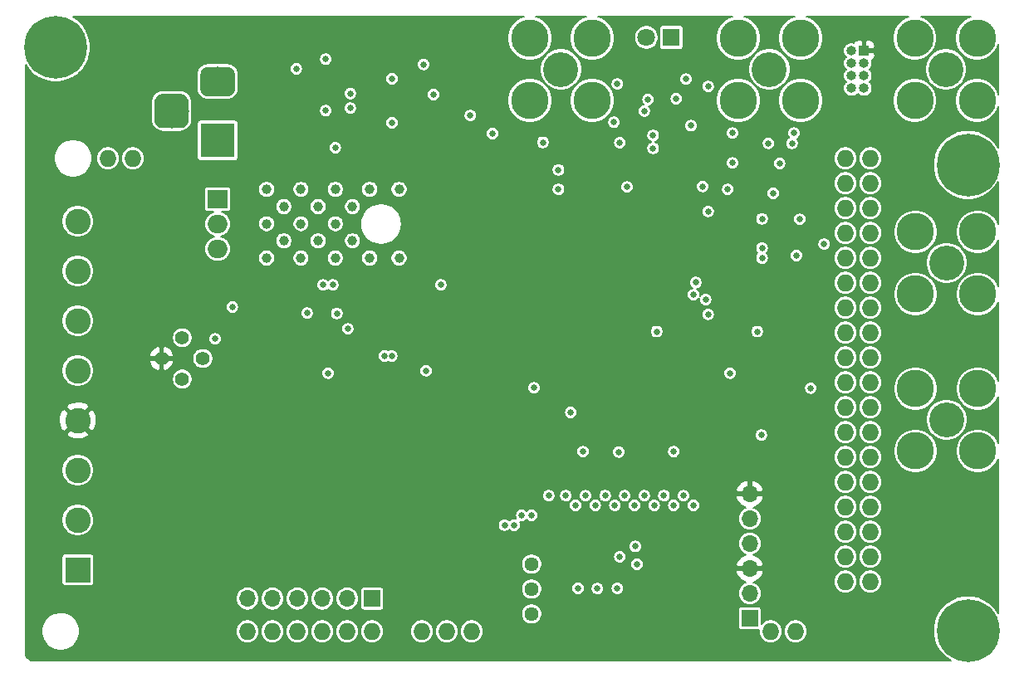
<source format=gbr>
G04 #@! TF.GenerationSoftware,KiCad,Pcbnew,(5.1.2)-1*
G04 #@! TF.CreationDate,2019-07-25T16:12:40-07:00*
G04 #@! TF.ProjectId,FIFO_P,4649464f-5f50-42e6-9b69-6361645f7063,rev?*
G04 #@! TF.SameCoordinates,Original*
G04 #@! TF.FileFunction,Copper,L3,Inr*
G04 #@! TF.FilePolarity,Positive*
%FSLAX46Y46*%
G04 Gerber Fmt 4.6, Leading zero omitted, Abs format (unit mm)*
G04 Created by KiCad (PCBNEW (5.1.2)-1) date 2019-07-25 16:12:40*
%MOMM*%
%LPD*%
G04 APERTURE LIST*
%ADD10O,1.000000X1.000000*%
%ADD11R,1.000000X1.000000*%
%ADD12O,1.700000X1.700000*%
%ADD13R,1.700000X1.700000*%
%ADD14C,1.399924*%
%ADD15C,0.800000*%
%ADD16C,6.400000*%
%ADD17O,1.727200X1.727200*%
%ADD18C,3.810000*%
%ADD19C,3.556000*%
%ADD20C,1.440000*%
%ADD21O,2.000000X1.905000*%
%ADD22R,2.000000X1.905000*%
%ADD23C,0.100000*%
%ADD24C,3.500000*%
%ADD25C,3.000000*%
%ADD26R,3.500000X3.500000*%
%ADD27C,2.600000*%
%ADD28R,2.600000X2.600000*%
%ADD29C,1.800000*%
%ADD30R,1.800000X1.800000*%
%ADD31C,0.650000*%
%ADD32C,1.000000*%
%ADD33C,0.200000*%
G04 APERTURE END LIST*
D10*
X154380000Y-73670000D03*
X155650000Y-73670000D03*
X154380000Y-72400000D03*
X155650000Y-72400000D03*
X154380000Y-71130000D03*
X155650000Y-71130000D03*
X154380000Y-69860000D03*
D11*
X155650000Y-69860000D03*
D12*
X144000000Y-115050000D03*
X144000000Y-117590000D03*
X144000000Y-120130000D03*
X144000000Y-122670000D03*
X144000000Y-125210000D03*
D13*
X144000000Y-127750000D03*
D14*
X84035644Y-101250000D03*
X86142822Y-103357178D03*
X86142822Y-99142822D03*
X88250000Y-101250000D03*
D15*
X167947056Y-79802944D03*
X166250000Y-79100000D03*
X164552944Y-79802944D03*
X163850000Y-81500000D03*
X164552944Y-83197056D03*
X166250000Y-83900000D03*
X167947056Y-83197056D03*
X168650000Y-81500000D03*
D16*
X166250000Y-81500000D03*
D15*
X74947056Y-67802944D03*
X73250000Y-67100000D03*
X71552944Y-67802944D03*
X70850000Y-69500000D03*
X71552944Y-71197056D03*
X73250000Y-71900000D03*
X74947056Y-71197056D03*
X75650000Y-69500000D03*
D16*
X73250000Y-69500000D03*
D15*
X167947056Y-127302944D03*
X166250000Y-126600000D03*
X164552944Y-127302944D03*
X163850000Y-129000000D03*
X164552944Y-130697056D03*
X166250000Y-131400000D03*
X167947056Y-130697056D03*
X168650000Y-129000000D03*
D16*
X166250000Y-129000000D03*
D17*
X105492400Y-129082180D03*
X156292400Y-124002180D03*
X153752400Y-124002180D03*
X156292400Y-121462180D03*
X153752400Y-121462180D03*
X156292400Y-118922180D03*
X153752400Y-118922180D03*
X156292400Y-116382180D03*
X153752400Y-116382180D03*
X156292400Y-113842180D03*
X153752400Y-113842180D03*
X156292400Y-111302180D03*
X153752400Y-111302180D03*
X156292400Y-108762180D03*
X153752400Y-108762180D03*
X156292400Y-106222180D03*
X153752400Y-106222180D03*
X156292400Y-103682180D03*
X153752400Y-103682180D03*
X156292400Y-101142180D03*
X153752400Y-101142180D03*
X156292400Y-98602180D03*
X153752400Y-98602180D03*
X156292400Y-96062180D03*
X153752400Y-96062180D03*
X156292400Y-93522180D03*
X153752400Y-93522180D03*
X156292400Y-90982180D03*
X153752400Y-90982180D03*
X156292400Y-88442180D03*
X153752400Y-88442180D03*
X156292400Y-85902180D03*
X153752400Y-85902180D03*
X156292400Y-83362180D03*
X153752400Y-83362180D03*
X156292400Y-80822180D03*
X153752400Y-80822180D03*
X146132400Y-129082180D03*
X148672400Y-129082180D03*
X113112400Y-129082180D03*
X81108400Y-80822180D03*
X78568400Y-80822180D03*
X97872400Y-129082180D03*
X100412400Y-129082180D03*
X102952400Y-129082180D03*
X110572400Y-129082180D03*
X115652400Y-129082180D03*
X92792400Y-129082180D03*
X95332400Y-129082180D03*
D12*
X92800000Y-125750000D03*
X95340000Y-125750000D03*
X97880000Y-125750000D03*
X100420000Y-125750000D03*
X102960000Y-125750000D03*
D13*
X105500000Y-125750000D03*
D18*
X167175000Y-74925000D03*
X160825000Y-74925000D03*
X167175000Y-68575000D03*
D19*
X164000000Y-71750000D03*
D18*
X160825000Y-68575000D03*
X149175000Y-74925000D03*
X142825000Y-74925000D03*
X149175000Y-68575000D03*
D19*
X146000000Y-71750000D03*
D18*
X142825000Y-68575000D03*
X167250000Y-94675000D03*
X160900000Y-94675000D03*
X167250000Y-88325000D03*
D19*
X164075000Y-91500000D03*
D18*
X160900000Y-88325000D03*
D20*
X121765000Y-122226000D03*
X121765000Y-124766000D03*
X121765000Y-127306000D03*
D21*
X89750000Y-90080000D03*
X89750000Y-87540000D03*
D22*
X89750000Y-85000000D03*
D23*
G36*
X86010765Y-74254213D02*
G01*
X86095704Y-74266813D01*
X86178999Y-74287677D01*
X86259848Y-74316605D01*
X86337472Y-74353319D01*
X86411124Y-74397464D01*
X86480094Y-74448616D01*
X86543718Y-74506282D01*
X86601384Y-74569906D01*
X86652536Y-74638876D01*
X86696681Y-74712528D01*
X86733395Y-74790152D01*
X86762323Y-74871001D01*
X86783187Y-74954296D01*
X86795787Y-75039235D01*
X86800000Y-75125000D01*
X86800000Y-76875000D01*
X86795787Y-76960765D01*
X86783187Y-77045704D01*
X86762323Y-77128999D01*
X86733395Y-77209848D01*
X86696681Y-77287472D01*
X86652536Y-77361124D01*
X86601384Y-77430094D01*
X86543718Y-77493718D01*
X86480094Y-77551384D01*
X86411124Y-77602536D01*
X86337472Y-77646681D01*
X86259848Y-77683395D01*
X86178999Y-77712323D01*
X86095704Y-77733187D01*
X86010765Y-77745787D01*
X85925000Y-77750000D01*
X84175000Y-77750000D01*
X84089235Y-77745787D01*
X84004296Y-77733187D01*
X83921001Y-77712323D01*
X83840152Y-77683395D01*
X83762528Y-77646681D01*
X83688876Y-77602536D01*
X83619906Y-77551384D01*
X83556282Y-77493718D01*
X83498616Y-77430094D01*
X83447464Y-77361124D01*
X83403319Y-77287472D01*
X83366605Y-77209848D01*
X83337677Y-77128999D01*
X83316813Y-77045704D01*
X83304213Y-76960765D01*
X83300000Y-76875000D01*
X83300000Y-75125000D01*
X83304213Y-75039235D01*
X83316813Y-74954296D01*
X83337677Y-74871001D01*
X83366605Y-74790152D01*
X83403319Y-74712528D01*
X83447464Y-74638876D01*
X83498616Y-74569906D01*
X83556282Y-74506282D01*
X83619906Y-74448616D01*
X83688876Y-74397464D01*
X83762528Y-74353319D01*
X83840152Y-74316605D01*
X83921001Y-74287677D01*
X84004296Y-74266813D01*
X84089235Y-74254213D01*
X84175000Y-74250000D01*
X85925000Y-74250000D01*
X86010765Y-74254213D01*
X86010765Y-74254213D01*
G37*
D24*
X85050000Y-76000000D03*
D23*
G36*
X90823513Y-71503611D02*
G01*
X90896318Y-71514411D01*
X90967714Y-71532295D01*
X91037013Y-71557090D01*
X91103548Y-71588559D01*
X91166678Y-71626398D01*
X91225795Y-71670242D01*
X91280330Y-71719670D01*
X91329758Y-71774205D01*
X91373602Y-71833322D01*
X91411441Y-71896452D01*
X91442910Y-71962987D01*
X91467705Y-72032286D01*
X91485589Y-72103682D01*
X91496389Y-72176487D01*
X91500000Y-72250000D01*
X91500000Y-73750000D01*
X91496389Y-73823513D01*
X91485589Y-73896318D01*
X91467705Y-73967714D01*
X91442910Y-74037013D01*
X91411441Y-74103548D01*
X91373602Y-74166678D01*
X91329758Y-74225795D01*
X91280330Y-74280330D01*
X91225795Y-74329758D01*
X91166678Y-74373602D01*
X91103548Y-74411441D01*
X91037013Y-74442910D01*
X90967714Y-74467705D01*
X90896318Y-74485589D01*
X90823513Y-74496389D01*
X90750000Y-74500000D01*
X88750000Y-74500000D01*
X88676487Y-74496389D01*
X88603682Y-74485589D01*
X88532286Y-74467705D01*
X88462987Y-74442910D01*
X88396452Y-74411441D01*
X88333322Y-74373602D01*
X88274205Y-74329758D01*
X88219670Y-74280330D01*
X88170242Y-74225795D01*
X88126398Y-74166678D01*
X88088559Y-74103548D01*
X88057090Y-74037013D01*
X88032295Y-73967714D01*
X88014411Y-73896318D01*
X88003611Y-73823513D01*
X88000000Y-73750000D01*
X88000000Y-72250000D01*
X88003611Y-72176487D01*
X88014411Y-72103682D01*
X88032295Y-72032286D01*
X88057090Y-71962987D01*
X88088559Y-71896452D01*
X88126398Y-71833322D01*
X88170242Y-71774205D01*
X88219670Y-71719670D01*
X88274205Y-71670242D01*
X88333322Y-71626398D01*
X88396452Y-71588559D01*
X88462987Y-71557090D01*
X88532286Y-71532295D01*
X88603682Y-71514411D01*
X88676487Y-71503611D01*
X88750000Y-71500000D01*
X90750000Y-71500000D01*
X90823513Y-71503611D01*
X90823513Y-71503611D01*
G37*
D25*
X89750000Y-73000000D03*
D26*
X89750000Y-79000000D03*
D27*
X75500000Y-87250000D03*
X75500000Y-92330000D03*
X75500000Y-97410000D03*
X75500000Y-102490000D03*
X75500000Y-107570000D03*
X75500000Y-112650000D03*
X75500000Y-117730000D03*
D28*
X75500000Y-122810000D03*
D18*
X167250000Y-110675000D03*
D19*
X164075000Y-107500000D03*
D18*
X160900000Y-110675000D03*
X167250000Y-104325000D03*
X160900000Y-104325000D03*
X121575000Y-68575000D03*
X127925000Y-68575000D03*
X121575000Y-74925000D03*
D19*
X124750000Y-71750000D03*
D18*
X127925000Y-74925000D03*
D29*
X133460000Y-68500000D03*
D30*
X136000000Y-68500000D03*
D31*
X144750000Y-98500000D03*
X139750000Y-86250000D03*
X110750000Y-71250000D03*
X100500000Y-93750000D03*
X101500000Y-93750000D03*
X91250000Y-96000000D03*
X130500000Y-124699998D03*
X124500000Y-84000000D03*
X112500000Y-93750000D03*
X120750000Y-117250000D03*
X121750000Y-117250000D03*
X107520889Y-72715254D03*
X97770889Y-71715254D03*
X133250000Y-76000000D03*
X142250000Y-82500000D03*
D32*
X96550000Y-102200000D03*
X96550000Y-104200000D03*
X94800000Y-104200000D03*
X93050000Y-104200000D03*
X93050000Y-102200000D03*
X93050000Y-100450000D03*
X94800000Y-102200000D03*
D31*
X134000000Y-89500000D03*
X135500000Y-98500000D03*
X125750000Y-109000000D03*
X134000000Y-110750000D03*
X142000000Y-105750000D03*
X146250000Y-87000000D03*
X150150000Y-87050000D03*
X148750000Y-95400000D03*
X142250000Y-96250000D03*
X103025000Y-98225000D03*
X126500000Y-124699998D03*
X119987500Y-118262500D03*
X107520889Y-77215254D03*
X119000000Y-118250000D03*
X106750000Y-101000000D03*
X107500000Y-101000000D03*
X139750000Y-73500000D03*
X139200000Y-83700000D03*
X134150000Y-78500000D03*
X130150046Y-77150046D03*
X130500000Y-73250000D03*
X139750000Y-96750000D03*
X145250000Y-87000000D03*
X142250000Y-81300000D03*
X122900000Y-79200000D03*
X138000000Y-77500000D03*
X131500000Y-83750000D03*
X128469691Y-124738140D03*
X100770889Y-70715256D03*
X132325000Y-120425000D03*
X136500000Y-74750000D03*
X117781297Y-78318808D03*
X101900000Y-96650000D03*
X101000000Y-102750000D03*
X89500000Y-99250000D03*
X134500000Y-98500000D03*
X125750000Y-106750000D03*
X136250000Y-110750000D03*
X142000000Y-102750000D03*
X127000000Y-110750000D03*
X123500000Y-115250000D03*
D32*
X94750000Y-87500000D03*
X96500000Y-85750000D03*
X96500000Y-89250000D03*
X98250000Y-87500000D03*
X100000000Y-85750000D03*
X101750000Y-87500000D03*
X100000000Y-89250000D03*
X98250000Y-91000000D03*
X98250000Y-84000000D03*
X101750000Y-91000000D03*
X103500000Y-85750000D03*
X101750000Y-84000000D03*
X103500000Y-89250000D03*
X105250000Y-91000000D03*
X105250000Y-84000000D03*
X94750000Y-84000000D03*
X94750000Y-91000000D03*
X108250000Y-91000000D03*
X108250000Y-84000000D03*
D31*
X111000000Y-102500000D03*
X137500000Y-72750000D03*
X134150000Y-79800000D03*
X149100000Y-87050000D03*
X145900000Y-79300000D03*
X130650000Y-110791000D03*
X122000000Y-104250000D03*
X98875000Y-96625000D03*
X124500000Y-82000000D03*
X148300000Y-79300000D03*
X151584620Y-89584620D03*
X139500000Y-95250000D03*
X101750000Y-79750000D03*
X100770890Y-75965254D03*
X146400000Y-84400000D03*
X147050000Y-81350000D03*
X125250000Y-115250000D03*
X126250000Y-116250000D03*
X127250000Y-115250000D03*
X128250000Y-116250000D03*
X129250000Y-115250000D03*
X130250000Y-116250000D03*
X131250000Y-115250000D03*
X132250000Y-116250000D03*
X133250000Y-115250000D03*
X134250000Y-116250000D03*
X135250000Y-115250000D03*
X136250000Y-116250000D03*
X137250000Y-115250000D03*
X138250000Y-116250000D03*
X130750000Y-79250000D03*
X133624954Y-74824954D03*
X111770890Y-74330255D03*
X138250000Y-94750000D03*
X103270889Y-74215255D03*
X148500000Y-78250000D03*
X142250000Y-78250000D03*
X141750000Y-84000000D03*
X145250000Y-90000000D03*
X148750000Y-90750000D03*
X145250000Y-91000000D03*
X132500000Y-122250000D03*
X130750000Y-121500000D03*
X150225000Y-104275000D03*
X138500000Y-93500000D03*
X145176700Y-109073300D03*
X103270890Y-75715255D03*
X115520889Y-76465254D03*
D33*
G36*
X120917241Y-66406658D02*
G01*
X120506857Y-66576645D01*
X120137521Y-66823427D01*
X119823427Y-67137521D01*
X119576645Y-67506857D01*
X119406658Y-67917241D01*
X119320000Y-68352902D01*
X119320000Y-68797098D01*
X119406658Y-69232759D01*
X119576645Y-69643143D01*
X119823427Y-70012479D01*
X120137521Y-70326573D01*
X120506857Y-70573355D01*
X120917241Y-70743342D01*
X121352902Y-70830000D01*
X121797098Y-70830000D01*
X122232759Y-70743342D01*
X122643143Y-70573355D01*
X123012479Y-70326573D01*
X123326573Y-70012479D01*
X123573355Y-69643143D01*
X123743342Y-69232759D01*
X123830000Y-68797098D01*
X123830000Y-68352902D01*
X123743342Y-67917241D01*
X123573355Y-67506857D01*
X123326573Y-67137521D01*
X123012479Y-66823427D01*
X122643143Y-66576645D01*
X122232759Y-66406658D01*
X122199287Y-66400000D01*
X127300713Y-66400000D01*
X127267241Y-66406658D01*
X126856857Y-66576645D01*
X126487521Y-66823427D01*
X126173427Y-67137521D01*
X125926645Y-67506857D01*
X125756658Y-67917241D01*
X125670000Y-68352902D01*
X125670000Y-68797098D01*
X125756658Y-69232759D01*
X125926645Y-69643143D01*
X126173427Y-70012479D01*
X126487521Y-70326573D01*
X126856857Y-70573355D01*
X127267241Y-70743342D01*
X127702902Y-70830000D01*
X128147098Y-70830000D01*
X128582759Y-70743342D01*
X128993143Y-70573355D01*
X129362479Y-70326573D01*
X129676573Y-70012479D01*
X129923355Y-69643143D01*
X130093342Y-69232759D01*
X130180000Y-68797098D01*
X130180000Y-68376886D01*
X132210000Y-68376886D01*
X132210000Y-68623114D01*
X132258037Y-68864611D01*
X132352265Y-69092097D01*
X132489062Y-69296828D01*
X132663172Y-69470938D01*
X132867903Y-69607735D01*
X133095389Y-69701963D01*
X133336886Y-69750000D01*
X133583114Y-69750000D01*
X133824611Y-69701963D01*
X134052097Y-69607735D01*
X134256828Y-69470938D01*
X134430938Y-69296828D01*
X134567735Y-69092097D01*
X134661963Y-68864611D01*
X134710000Y-68623114D01*
X134710000Y-68376886D01*
X134661963Y-68135389D01*
X134567735Y-67907903D01*
X134430938Y-67703172D01*
X134327766Y-67600000D01*
X134748307Y-67600000D01*
X134748307Y-69400000D01*
X134755065Y-69468612D01*
X134775078Y-69534587D01*
X134807578Y-69595390D01*
X134851315Y-69648685D01*
X134904610Y-69692422D01*
X134965413Y-69724922D01*
X135031388Y-69744935D01*
X135100000Y-69751693D01*
X136900000Y-69751693D01*
X136968612Y-69744935D01*
X137034587Y-69724922D01*
X137095390Y-69692422D01*
X137148685Y-69648685D01*
X137192422Y-69595390D01*
X137224922Y-69534587D01*
X137244935Y-69468612D01*
X137251693Y-69400000D01*
X137251693Y-67600000D01*
X137244935Y-67531388D01*
X137224922Y-67465413D01*
X137192422Y-67404610D01*
X137148685Y-67351315D01*
X137095390Y-67307578D01*
X137034587Y-67275078D01*
X136968612Y-67255065D01*
X136900000Y-67248307D01*
X135100000Y-67248307D01*
X135031388Y-67255065D01*
X134965413Y-67275078D01*
X134904610Y-67307578D01*
X134851315Y-67351315D01*
X134807578Y-67404610D01*
X134775078Y-67465413D01*
X134755065Y-67531388D01*
X134748307Y-67600000D01*
X134327766Y-67600000D01*
X134256828Y-67529062D01*
X134052097Y-67392265D01*
X133824611Y-67298037D01*
X133583114Y-67250000D01*
X133336886Y-67250000D01*
X133095389Y-67298037D01*
X132867903Y-67392265D01*
X132663172Y-67529062D01*
X132489062Y-67703172D01*
X132352265Y-67907903D01*
X132258037Y-68135389D01*
X132210000Y-68376886D01*
X130180000Y-68376886D01*
X130180000Y-68352902D01*
X130093342Y-67917241D01*
X129923355Y-67506857D01*
X129676573Y-67137521D01*
X129362479Y-66823427D01*
X128993143Y-66576645D01*
X128582759Y-66406658D01*
X128549287Y-66400000D01*
X142200713Y-66400000D01*
X142167241Y-66406658D01*
X141756857Y-66576645D01*
X141387521Y-66823427D01*
X141073427Y-67137521D01*
X140826645Y-67506857D01*
X140656658Y-67917241D01*
X140570000Y-68352902D01*
X140570000Y-68797098D01*
X140656658Y-69232759D01*
X140826645Y-69643143D01*
X141073427Y-70012479D01*
X141387521Y-70326573D01*
X141756857Y-70573355D01*
X142167241Y-70743342D01*
X142602902Y-70830000D01*
X143047098Y-70830000D01*
X143482759Y-70743342D01*
X143893143Y-70573355D01*
X144262479Y-70326573D01*
X144576573Y-70012479D01*
X144823355Y-69643143D01*
X144993342Y-69232759D01*
X145080000Y-68797098D01*
X145080000Y-68352902D01*
X144993342Y-67917241D01*
X144823355Y-67506857D01*
X144576573Y-67137521D01*
X144262479Y-66823427D01*
X143893143Y-66576645D01*
X143482759Y-66406658D01*
X143449287Y-66400000D01*
X148550713Y-66400000D01*
X148517241Y-66406658D01*
X148106857Y-66576645D01*
X147737521Y-66823427D01*
X147423427Y-67137521D01*
X147176645Y-67506857D01*
X147006658Y-67917241D01*
X146920000Y-68352902D01*
X146920000Y-68797098D01*
X147006658Y-69232759D01*
X147176645Y-69643143D01*
X147423427Y-70012479D01*
X147737521Y-70326573D01*
X148106857Y-70573355D01*
X148517241Y-70743342D01*
X148952902Y-70830000D01*
X149397098Y-70830000D01*
X149832759Y-70743342D01*
X150243143Y-70573355D01*
X150612479Y-70326573D01*
X150926573Y-70012479D01*
X151028456Y-69860000D01*
X153525888Y-69860000D01*
X153542300Y-70026629D01*
X153590903Y-70186855D01*
X153669832Y-70334519D01*
X153776052Y-70463948D01*
X153813889Y-70495000D01*
X153776052Y-70526052D01*
X153669832Y-70655481D01*
X153590903Y-70803145D01*
X153542300Y-70963371D01*
X153525888Y-71130000D01*
X153542300Y-71296629D01*
X153590903Y-71456855D01*
X153669832Y-71604519D01*
X153776052Y-71733948D01*
X153813889Y-71765000D01*
X153776052Y-71796052D01*
X153669832Y-71925481D01*
X153590903Y-72073145D01*
X153542300Y-72233371D01*
X153525888Y-72400000D01*
X153542300Y-72566629D01*
X153590903Y-72726855D01*
X153669832Y-72874519D01*
X153776052Y-73003948D01*
X153813889Y-73035000D01*
X153776052Y-73066052D01*
X153669832Y-73195481D01*
X153590903Y-73343145D01*
X153542300Y-73503371D01*
X153525888Y-73670000D01*
X153542300Y-73836629D01*
X153590903Y-73996855D01*
X153669832Y-74144519D01*
X153776052Y-74273948D01*
X153905481Y-74380168D01*
X154053145Y-74459097D01*
X154213371Y-74507700D01*
X154338251Y-74520000D01*
X154421749Y-74520000D01*
X154546629Y-74507700D01*
X154706855Y-74459097D01*
X154854519Y-74380168D01*
X154983948Y-74273948D01*
X155015000Y-74236111D01*
X155046052Y-74273948D01*
X155175481Y-74380168D01*
X155323145Y-74459097D01*
X155483371Y-74507700D01*
X155608251Y-74520000D01*
X155691749Y-74520000D01*
X155816629Y-74507700D01*
X155976855Y-74459097D01*
X156124519Y-74380168D01*
X156253948Y-74273948D01*
X156360168Y-74144519D01*
X156439097Y-73996855D01*
X156487700Y-73836629D01*
X156504112Y-73670000D01*
X156487700Y-73503371D01*
X156439097Y-73343145D01*
X156360168Y-73195481D01*
X156253948Y-73066052D01*
X156216111Y-73035000D01*
X156253948Y-73003948D01*
X156360168Y-72874519D01*
X156439097Y-72726855D01*
X156487700Y-72566629D01*
X156504112Y-72400000D01*
X156487700Y-72233371D01*
X156439097Y-72073145D01*
X156360168Y-71925481D01*
X156253948Y-71796052D01*
X156216111Y-71765000D01*
X156253948Y-71733948D01*
X156360168Y-71604519D01*
X156394435Y-71540410D01*
X161872000Y-71540410D01*
X161872000Y-71959590D01*
X161953778Y-72370715D01*
X162114191Y-72757986D01*
X162347075Y-73106521D01*
X162643479Y-73402925D01*
X162992014Y-73635809D01*
X163379285Y-73796222D01*
X163790410Y-73878000D01*
X164209590Y-73878000D01*
X164620715Y-73796222D01*
X165007986Y-73635809D01*
X165356521Y-73402925D01*
X165652925Y-73106521D01*
X165885809Y-72757986D01*
X166046222Y-72370715D01*
X166128000Y-71959590D01*
X166128000Y-71540410D01*
X166046222Y-71129285D01*
X165885809Y-70742014D01*
X165652925Y-70393479D01*
X165356521Y-70097075D01*
X165007986Y-69864191D01*
X164620715Y-69703778D01*
X164209590Y-69622000D01*
X163790410Y-69622000D01*
X163379285Y-69703778D01*
X162992014Y-69864191D01*
X162643479Y-70097075D01*
X162347075Y-70393479D01*
X162114191Y-70742014D01*
X161953778Y-71129285D01*
X161872000Y-71540410D01*
X156394435Y-71540410D01*
X156439097Y-71456855D01*
X156487700Y-71296629D01*
X156504112Y-71130000D01*
X156487700Y-70963371D01*
X156463041Y-70882080D01*
X156489421Y-70867980D01*
X156582001Y-70792001D01*
X156657980Y-70699421D01*
X156714437Y-70593797D01*
X156749203Y-70479189D01*
X156760942Y-70360000D01*
X156758000Y-70166000D01*
X156606000Y-70014000D01*
X155804000Y-70014000D01*
X155804000Y-70034000D01*
X155496000Y-70034000D01*
X155496000Y-70014000D01*
X155476000Y-70014000D01*
X155476000Y-69706000D01*
X155496000Y-69706000D01*
X155496000Y-68904000D01*
X155804000Y-68904000D01*
X155804000Y-69706000D01*
X156606000Y-69706000D01*
X156758000Y-69554000D01*
X156760942Y-69360000D01*
X156749203Y-69240811D01*
X156714437Y-69126203D01*
X156657980Y-69020579D01*
X156582001Y-68927999D01*
X156489421Y-68852020D01*
X156383797Y-68795563D01*
X156269189Y-68760797D01*
X156150000Y-68749058D01*
X155956000Y-68752000D01*
X155804000Y-68904000D01*
X155496000Y-68904000D01*
X155344000Y-68752000D01*
X155150000Y-68749058D01*
X155030811Y-68760797D01*
X154916203Y-68795563D01*
X154810579Y-68852020D01*
X154717999Y-68927999D01*
X154642020Y-69020579D01*
X154627920Y-69046959D01*
X154546629Y-69022300D01*
X154421749Y-69010000D01*
X154338251Y-69010000D01*
X154213371Y-69022300D01*
X154053145Y-69070903D01*
X153905481Y-69149832D01*
X153776052Y-69256052D01*
X153669832Y-69385481D01*
X153590903Y-69533145D01*
X153542300Y-69693371D01*
X153525888Y-69860000D01*
X151028456Y-69860000D01*
X151173355Y-69643143D01*
X151343342Y-69232759D01*
X151430000Y-68797098D01*
X151430000Y-68352902D01*
X151343342Y-67917241D01*
X151173355Y-67506857D01*
X150926573Y-67137521D01*
X150612479Y-66823427D01*
X150243143Y-66576645D01*
X149832759Y-66406658D01*
X149799287Y-66400000D01*
X160200713Y-66400000D01*
X160167241Y-66406658D01*
X159756857Y-66576645D01*
X159387521Y-66823427D01*
X159073427Y-67137521D01*
X158826645Y-67506857D01*
X158656658Y-67917241D01*
X158570000Y-68352902D01*
X158570000Y-68797098D01*
X158656658Y-69232759D01*
X158826645Y-69643143D01*
X159073427Y-70012479D01*
X159387521Y-70326573D01*
X159756857Y-70573355D01*
X160167241Y-70743342D01*
X160602902Y-70830000D01*
X161047098Y-70830000D01*
X161482759Y-70743342D01*
X161893143Y-70573355D01*
X162262479Y-70326573D01*
X162576573Y-70012479D01*
X162823355Y-69643143D01*
X162993342Y-69232759D01*
X163080000Y-68797098D01*
X163080000Y-68352902D01*
X162993342Y-67917241D01*
X162823355Y-67506857D01*
X162576573Y-67137521D01*
X162262479Y-66823427D01*
X161893143Y-66576645D01*
X161482759Y-66406658D01*
X161449287Y-66400000D01*
X166550713Y-66400000D01*
X166517241Y-66406658D01*
X166106857Y-66576645D01*
X165737521Y-66823427D01*
X165423427Y-67137521D01*
X165176645Y-67506857D01*
X165006658Y-67917241D01*
X164920000Y-68352902D01*
X164920000Y-68797098D01*
X165006658Y-69232759D01*
X165176645Y-69643143D01*
X165423427Y-70012479D01*
X165737521Y-70326573D01*
X166106857Y-70573355D01*
X166517241Y-70743342D01*
X166952902Y-70830000D01*
X167397098Y-70830000D01*
X167832759Y-70743342D01*
X168243143Y-70573355D01*
X168612479Y-70326573D01*
X168926573Y-70012479D01*
X169173355Y-69643143D01*
X169343342Y-69232759D01*
X169350000Y-69199287D01*
X169350000Y-74300714D01*
X169343342Y-74267241D01*
X169173355Y-73856857D01*
X168926573Y-73487521D01*
X168612479Y-73173427D01*
X168243143Y-72926645D01*
X167832759Y-72756658D01*
X167397098Y-72670000D01*
X166952902Y-72670000D01*
X166517241Y-72756658D01*
X166106857Y-72926645D01*
X165737521Y-73173427D01*
X165423427Y-73487521D01*
X165176645Y-73856857D01*
X165006658Y-74267241D01*
X164920000Y-74702902D01*
X164920000Y-75147098D01*
X165006658Y-75582759D01*
X165176645Y-75993143D01*
X165423427Y-76362479D01*
X165737521Y-76676573D01*
X166106857Y-76923355D01*
X166517241Y-77093342D01*
X166952902Y-77180000D01*
X167397098Y-77180000D01*
X167832759Y-77093342D01*
X168243143Y-76923355D01*
X168612479Y-76676573D01*
X168926573Y-76362479D01*
X169173355Y-75993143D01*
X169343342Y-75582759D01*
X169350000Y-75549286D01*
X169350000Y-79749647D01*
X169007465Y-79237007D01*
X168512993Y-78742535D01*
X167931556Y-78354031D01*
X167285497Y-78086424D01*
X166599644Y-77950000D01*
X165900356Y-77950000D01*
X165214503Y-78086424D01*
X164568444Y-78354031D01*
X163987007Y-78742535D01*
X163492535Y-79237007D01*
X163104031Y-79818444D01*
X162836424Y-80464503D01*
X162700000Y-81150356D01*
X162700000Y-81849644D01*
X162836424Y-82535497D01*
X163104031Y-83181556D01*
X163492535Y-83762993D01*
X163987007Y-84257465D01*
X164568444Y-84645969D01*
X165214503Y-84913576D01*
X165900356Y-85050000D01*
X166599644Y-85050000D01*
X167285497Y-84913576D01*
X167931556Y-84645969D01*
X168512993Y-84257465D01*
X169007465Y-83762993D01*
X169350000Y-83250353D01*
X169350000Y-87502250D01*
X169248355Y-87256857D01*
X169001573Y-86887521D01*
X168687479Y-86573427D01*
X168318143Y-86326645D01*
X167907759Y-86156658D01*
X167472098Y-86070000D01*
X167027902Y-86070000D01*
X166592241Y-86156658D01*
X166181857Y-86326645D01*
X165812521Y-86573427D01*
X165498427Y-86887521D01*
X165251645Y-87256857D01*
X165081658Y-87667241D01*
X164995000Y-88102902D01*
X164995000Y-88547098D01*
X165081658Y-88982759D01*
X165251645Y-89393143D01*
X165498427Y-89762479D01*
X165812521Y-90076573D01*
X166181857Y-90323355D01*
X166592241Y-90493342D01*
X167027902Y-90580000D01*
X167472098Y-90580000D01*
X167907759Y-90493342D01*
X168318143Y-90323355D01*
X168687479Y-90076573D01*
X169001573Y-89762479D01*
X169248355Y-89393143D01*
X169350000Y-89147750D01*
X169350000Y-93852250D01*
X169248355Y-93606857D01*
X169001573Y-93237521D01*
X168687479Y-92923427D01*
X168318143Y-92676645D01*
X167907759Y-92506658D01*
X167472098Y-92420000D01*
X167027902Y-92420000D01*
X166592241Y-92506658D01*
X166181857Y-92676645D01*
X165812521Y-92923427D01*
X165498427Y-93237521D01*
X165251645Y-93606857D01*
X165081658Y-94017241D01*
X164995000Y-94452902D01*
X164995000Y-94897098D01*
X165081658Y-95332759D01*
X165251645Y-95743143D01*
X165498427Y-96112479D01*
X165812521Y-96426573D01*
X166181857Y-96673355D01*
X166592241Y-96843342D01*
X167027902Y-96930000D01*
X167472098Y-96930000D01*
X167907759Y-96843342D01*
X168318143Y-96673355D01*
X168687479Y-96426573D01*
X169001573Y-96112479D01*
X169248355Y-95743143D01*
X169350000Y-95497750D01*
X169350001Y-103502251D01*
X169248355Y-103256857D01*
X169001573Y-102887521D01*
X168687479Y-102573427D01*
X168318143Y-102326645D01*
X167907759Y-102156658D01*
X167472098Y-102070000D01*
X167027902Y-102070000D01*
X166592241Y-102156658D01*
X166181857Y-102326645D01*
X165812521Y-102573427D01*
X165498427Y-102887521D01*
X165251645Y-103256857D01*
X165081658Y-103667241D01*
X164995000Y-104102902D01*
X164995000Y-104547098D01*
X165081658Y-104982759D01*
X165251645Y-105393143D01*
X165498427Y-105762479D01*
X165812521Y-106076573D01*
X166181857Y-106323355D01*
X166592241Y-106493342D01*
X167027902Y-106580000D01*
X167472098Y-106580000D01*
X167907759Y-106493342D01*
X168318143Y-106323355D01*
X168687479Y-106076573D01*
X169001573Y-105762479D01*
X169248355Y-105393143D01*
X169350001Y-105147749D01*
X169350001Y-109852251D01*
X169248355Y-109606857D01*
X169001573Y-109237521D01*
X168687479Y-108923427D01*
X168318143Y-108676645D01*
X167907759Y-108506658D01*
X167472098Y-108420000D01*
X167027902Y-108420000D01*
X166592241Y-108506658D01*
X166181857Y-108676645D01*
X165812521Y-108923427D01*
X165498427Y-109237521D01*
X165251645Y-109606857D01*
X165081658Y-110017241D01*
X164995000Y-110452902D01*
X164995000Y-110897098D01*
X165081658Y-111332759D01*
X165251645Y-111743143D01*
X165498427Y-112112479D01*
X165812521Y-112426573D01*
X166181857Y-112673355D01*
X166592241Y-112843342D01*
X167027902Y-112930000D01*
X167472098Y-112930000D01*
X167907759Y-112843342D01*
X168318143Y-112673355D01*
X168687479Y-112426573D01*
X169001573Y-112112479D01*
X169248355Y-111743143D01*
X169350001Y-111497749D01*
X169350001Y-127249648D01*
X169007465Y-126737007D01*
X168512993Y-126242535D01*
X167931556Y-125854031D01*
X167285497Y-125586424D01*
X166599644Y-125450000D01*
X165900356Y-125450000D01*
X165214503Y-125586424D01*
X164568444Y-125854031D01*
X163987007Y-126242535D01*
X163492535Y-126737007D01*
X163104031Y-127318444D01*
X162836424Y-127964503D01*
X162700000Y-128650356D01*
X162700000Y-129349644D01*
X162836424Y-130035497D01*
X163104031Y-130681556D01*
X163492535Y-131262993D01*
X163987007Y-131757465D01*
X164499647Y-132100000D01*
X70726279Y-132100000D01*
X70722920Y-132098166D01*
X70505935Y-131935733D01*
X70314267Y-131744065D01*
X70151834Y-131527080D01*
X70150000Y-131523721D01*
X70150000Y-128890122D01*
X71792400Y-128890122D01*
X71792400Y-129274238D01*
X71867338Y-129650974D01*
X72014333Y-130005851D01*
X72227736Y-130325232D01*
X72499348Y-130596844D01*
X72818729Y-130810247D01*
X73173606Y-130957242D01*
X73550342Y-131032180D01*
X73934458Y-131032180D01*
X74311194Y-130957242D01*
X74666071Y-130810247D01*
X74985452Y-130596844D01*
X75257064Y-130325232D01*
X75470467Y-130005851D01*
X75617462Y-129650974D01*
X75692400Y-129274238D01*
X75692400Y-129082180D01*
X91572928Y-129082180D01*
X91596360Y-129320087D01*
X91665755Y-129548852D01*
X91778446Y-129759682D01*
X91930103Y-129944477D01*
X92114898Y-130096134D01*
X92325728Y-130208825D01*
X92554493Y-130278220D01*
X92732781Y-130295780D01*
X92852019Y-130295780D01*
X93030307Y-130278220D01*
X93259072Y-130208825D01*
X93469902Y-130096134D01*
X93654697Y-129944477D01*
X93806354Y-129759682D01*
X93919045Y-129548852D01*
X93988440Y-129320087D01*
X94011872Y-129082180D01*
X94112928Y-129082180D01*
X94136360Y-129320087D01*
X94205755Y-129548852D01*
X94318446Y-129759682D01*
X94470103Y-129944477D01*
X94654898Y-130096134D01*
X94865728Y-130208825D01*
X95094493Y-130278220D01*
X95272781Y-130295780D01*
X95392019Y-130295780D01*
X95570307Y-130278220D01*
X95799072Y-130208825D01*
X96009902Y-130096134D01*
X96194697Y-129944477D01*
X96346354Y-129759682D01*
X96459045Y-129548852D01*
X96528440Y-129320087D01*
X96551872Y-129082180D01*
X96652928Y-129082180D01*
X96676360Y-129320087D01*
X96745755Y-129548852D01*
X96858446Y-129759682D01*
X97010103Y-129944477D01*
X97194898Y-130096134D01*
X97405728Y-130208825D01*
X97634493Y-130278220D01*
X97812781Y-130295780D01*
X97932019Y-130295780D01*
X98110307Y-130278220D01*
X98339072Y-130208825D01*
X98549902Y-130096134D01*
X98734697Y-129944477D01*
X98886354Y-129759682D01*
X98999045Y-129548852D01*
X99068440Y-129320087D01*
X99091872Y-129082180D01*
X99192928Y-129082180D01*
X99216360Y-129320087D01*
X99285755Y-129548852D01*
X99398446Y-129759682D01*
X99550103Y-129944477D01*
X99734898Y-130096134D01*
X99945728Y-130208825D01*
X100174493Y-130278220D01*
X100352781Y-130295780D01*
X100472019Y-130295780D01*
X100650307Y-130278220D01*
X100879072Y-130208825D01*
X101089902Y-130096134D01*
X101274697Y-129944477D01*
X101426354Y-129759682D01*
X101539045Y-129548852D01*
X101608440Y-129320087D01*
X101631872Y-129082180D01*
X101732928Y-129082180D01*
X101756360Y-129320087D01*
X101825755Y-129548852D01*
X101938446Y-129759682D01*
X102090103Y-129944477D01*
X102274898Y-130096134D01*
X102485728Y-130208825D01*
X102714493Y-130278220D01*
X102892781Y-130295780D01*
X103012019Y-130295780D01*
X103190307Y-130278220D01*
X103419072Y-130208825D01*
X103629902Y-130096134D01*
X103814697Y-129944477D01*
X103966354Y-129759682D01*
X104079045Y-129548852D01*
X104148440Y-129320087D01*
X104171872Y-129082180D01*
X104272928Y-129082180D01*
X104296360Y-129320087D01*
X104365755Y-129548852D01*
X104478446Y-129759682D01*
X104630103Y-129944477D01*
X104814898Y-130096134D01*
X105025728Y-130208825D01*
X105254493Y-130278220D01*
X105432781Y-130295780D01*
X105552019Y-130295780D01*
X105730307Y-130278220D01*
X105959072Y-130208825D01*
X106169902Y-130096134D01*
X106354697Y-129944477D01*
X106506354Y-129759682D01*
X106619045Y-129548852D01*
X106688440Y-129320087D01*
X106711872Y-129082180D01*
X109352928Y-129082180D01*
X109376360Y-129320087D01*
X109445755Y-129548852D01*
X109558446Y-129759682D01*
X109710103Y-129944477D01*
X109894898Y-130096134D01*
X110105728Y-130208825D01*
X110334493Y-130278220D01*
X110512781Y-130295780D01*
X110632019Y-130295780D01*
X110810307Y-130278220D01*
X111039072Y-130208825D01*
X111249902Y-130096134D01*
X111434697Y-129944477D01*
X111586354Y-129759682D01*
X111699045Y-129548852D01*
X111768440Y-129320087D01*
X111791872Y-129082180D01*
X111892928Y-129082180D01*
X111916360Y-129320087D01*
X111985755Y-129548852D01*
X112098446Y-129759682D01*
X112250103Y-129944477D01*
X112434898Y-130096134D01*
X112645728Y-130208825D01*
X112874493Y-130278220D01*
X113052781Y-130295780D01*
X113172019Y-130295780D01*
X113350307Y-130278220D01*
X113579072Y-130208825D01*
X113789902Y-130096134D01*
X113974697Y-129944477D01*
X114126354Y-129759682D01*
X114239045Y-129548852D01*
X114308440Y-129320087D01*
X114331872Y-129082180D01*
X114432928Y-129082180D01*
X114456360Y-129320087D01*
X114525755Y-129548852D01*
X114638446Y-129759682D01*
X114790103Y-129944477D01*
X114974898Y-130096134D01*
X115185728Y-130208825D01*
X115414493Y-130278220D01*
X115592781Y-130295780D01*
X115712019Y-130295780D01*
X115890307Y-130278220D01*
X116119072Y-130208825D01*
X116329902Y-130096134D01*
X116514697Y-129944477D01*
X116666354Y-129759682D01*
X116779045Y-129548852D01*
X116848440Y-129320087D01*
X116871872Y-129082180D01*
X116848440Y-128844273D01*
X116779045Y-128615508D01*
X116666354Y-128404678D01*
X116514697Y-128219883D01*
X116329902Y-128068226D01*
X116119072Y-127955535D01*
X115890307Y-127886140D01*
X115712019Y-127868580D01*
X115592781Y-127868580D01*
X115414493Y-127886140D01*
X115185728Y-127955535D01*
X114974898Y-128068226D01*
X114790103Y-128219883D01*
X114638446Y-128404678D01*
X114525755Y-128615508D01*
X114456360Y-128844273D01*
X114432928Y-129082180D01*
X114331872Y-129082180D01*
X114308440Y-128844273D01*
X114239045Y-128615508D01*
X114126354Y-128404678D01*
X113974697Y-128219883D01*
X113789902Y-128068226D01*
X113579072Y-127955535D01*
X113350307Y-127886140D01*
X113172019Y-127868580D01*
X113052781Y-127868580D01*
X112874493Y-127886140D01*
X112645728Y-127955535D01*
X112434898Y-128068226D01*
X112250103Y-128219883D01*
X112098446Y-128404678D01*
X111985755Y-128615508D01*
X111916360Y-128844273D01*
X111892928Y-129082180D01*
X111791872Y-129082180D01*
X111768440Y-128844273D01*
X111699045Y-128615508D01*
X111586354Y-128404678D01*
X111434697Y-128219883D01*
X111249902Y-128068226D01*
X111039072Y-127955535D01*
X110810307Y-127886140D01*
X110632019Y-127868580D01*
X110512781Y-127868580D01*
X110334493Y-127886140D01*
X110105728Y-127955535D01*
X109894898Y-128068226D01*
X109710103Y-128219883D01*
X109558446Y-128404678D01*
X109445755Y-128615508D01*
X109376360Y-128844273D01*
X109352928Y-129082180D01*
X106711872Y-129082180D01*
X106688440Y-128844273D01*
X106619045Y-128615508D01*
X106506354Y-128404678D01*
X106354697Y-128219883D01*
X106169902Y-128068226D01*
X105959072Y-127955535D01*
X105730307Y-127886140D01*
X105552019Y-127868580D01*
X105432781Y-127868580D01*
X105254493Y-127886140D01*
X105025728Y-127955535D01*
X104814898Y-128068226D01*
X104630103Y-128219883D01*
X104478446Y-128404678D01*
X104365755Y-128615508D01*
X104296360Y-128844273D01*
X104272928Y-129082180D01*
X104171872Y-129082180D01*
X104148440Y-128844273D01*
X104079045Y-128615508D01*
X103966354Y-128404678D01*
X103814697Y-128219883D01*
X103629902Y-128068226D01*
X103419072Y-127955535D01*
X103190307Y-127886140D01*
X103012019Y-127868580D01*
X102892781Y-127868580D01*
X102714493Y-127886140D01*
X102485728Y-127955535D01*
X102274898Y-128068226D01*
X102090103Y-128219883D01*
X101938446Y-128404678D01*
X101825755Y-128615508D01*
X101756360Y-128844273D01*
X101732928Y-129082180D01*
X101631872Y-129082180D01*
X101608440Y-128844273D01*
X101539045Y-128615508D01*
X101426354Y-128404678D01*
X101274697Y-128219883D01*
X101089902Y-128068226D01*
X100879072Y-127955535D01*
X100650307Y-127886140D01*
X100472019Y-127868580D01*
X100352781Y-127868580D01*
X100174493Y-127886140D01*
X99945728Y-127955535D01*
X99734898Y-128068226D01*
X99550103Y-128219883D01*
X99398446Y-128404678D01*
X99285755Y-128615508D01*
X99216360Y-128844273D01*
X99192928Y-129082180D01*
X99091872Y-129082180D01*
X99068440Y-128844273D01*
X98999045Y-128615508D01*
X98886354Y-128404678D01*
X98734697Y-128219883D01*
X98549902Y-128068226D01*
X98339072Y-127955535D01*
X98110307Y-127886140D01*
X97932019Y-127868580D01*
X97812781Y-127868580D01*
X97634493Y-127886140D01*
X97405728Y-127955535D01*
X97194898Y-128068226D01*
X97010103Y-128219883D01*
X96858446Y-128404678D01*
X96745755Y-128615508D01*
X96676360Y-128844273D01*
X96652928Y-129082180D01*
X96551872Y-129082180D01*
X96528440Y-128844273D01*
X96459045Y-128615508D01*
X96346354Y-128404678D01*
X96194697Y-128219883D01*
X96009902Y-128068226D01*
X95799072Y-127955535D01*
X95570307Y-127886140D01*
X95392019Y-127868580D01*
X95272781Y-127868580D01*
X95094493Y-127886140D01*
X94865728Y-127955535D01*
X94654898Y-128068226D01*
X94470103Y-128219883D01*
X94318446Y-128404678D01*
X94205755Y-128615508D01*
X94136360Y-128844273D01*
X94112928Y-129082180D01*
X94011872Y-129082180D01*
X93988440Y-128844273D01*
X93919045Y-128615508D01*
X93806354Y-128404678D01*
X93654697Y-128219883D01*
X93469902Y-128068226D01*
X93259072Y-127955535D01*
X93030307Y-127886140D01*
X92852019Y-127868580D01*
X92732781Y-127868580D01*
X92554493Y-127886140D01*
X92325728Y-127955535D01*
X92114898Y-128068226D01*
X91930103Y-128219883D01*
X91778446Y-128404678D01*
X91665755Y-128615508D01*
X91596360Y-128844273D01*
X91572928Y-129082180D01*
X75692400Y-129082180D01*
X75692400Y-128890122D01*
X75617462Y-128513386D01*
X75470467Y-128158509D01*
X75257064Y-127839128D01*
X74985452Y-127567516D01*
X74666071Y-127354113D01*
X74311194Y-127207118D01*
X74278497Y-127200614D01*
X120695000Y-127200614D01*
X120695000Y-127411386D01*
X120736120Y-127618107D01*
X120816779Y-127812835D01*
X120933877Y-127988085D01*
X121082915Y-128137123D01*
X121258165Y-128254221D01*
X121452893Y-128334880D01*
X121659614Y-128376000D01*
X121870386Y-128376000D01*
X122077107Y-128334880D01*
X122271835Y-128254221D01*
X122447085Y-128137123D01*
X122596123Y-127988085D01*
X122713221Y-127812835D01*
X122793880Y-127618107D01*
X122835000Y-127411386D01*
X122835000Y-127200614D01*
X122793880Y-126993893D01*
X122754989Y-126900000D01*
X142798307Y-126900000D01*
X142798307Y-128600000D01*
X142805065Y-128668612D01*
X142825078Y-128734587D01*
X142857578Y-128795390D01*
X142901315Y-128848685D01*
X142954610Y-128892422D01*
X143015413Y-128924922D01*
X143081388Y-128944935D01*
X143150000Y-128951693D01*
X144850000Y-128951693D01*
X144918612Y-128944935D01*
X144926687Y-128942486D01*
X144912928Y-129082180D01*
X144936360Y-129320087D01*
X145005755Y-129548852D01*
X145118446Y-129759682D01*
X145270103Y-129944477D01*
X145454898Y-130096134D01*
X145665728Y-130208825D01*
X145894493Y-130278220D01*
X146072781Y-130295780D01*
X146192019Y-130295780D01*
X146370307Y-130278220D01*
X146599072Y-130208825D01*
X146809902Y-130096134D01*
X146994697Y-129944477D01*
X147146354Y-129759682D01*
X147259045Y-129548852D01*
X147328440Y-129320087D01*
X147351872Y-129082180D01*
X147452928Y-129082180D01*
X147476360Y-129320087D01*
X147545755Y-129548852D01*
X147658446Y-129759682D01*
X147810103Y-129944477D01*
X147994898Y-130096134D01*
X148205728Y-130208825D01*
X148434493Y-130278220D01*
X148612781Y-130295780D01*
X148732019Y-130295780D01*
X148910307Y-130278220D01*
X149139072Y-130208825D01*
X149349902Y-130096134D01*
X149534697Y-129944477D01*
X149686354Y-129759682D01*
X149799045Y-129548852D01*
X149868440Y-129320087D01*
X149891872Y-129082180D01*
X149868440Y-128844273D01*
X149799045Y-128615508D01*
X149686354Y-128404678D01*
X149534697Y-128219883D01*
X149349902Y-128068226D01*
X149139072Y-127955535D01*
X148910307Y-127886140D01*
X148732019Y-127868580D01*
X148612781Y-127868580D01*
X148434493Y-127886140D01*
X148205728Y-127955535D01*
X147994898Y-128068226D01*
X147810103Y-128219883D01*
X147658446Y-128404678D01*
X147545755Y-128615508D01*
X147476360Y-128844273D01*
X147452928Y-129082180D01*
X147351872Y-129082180D01*
X147328440Y-128844273D01*
X147259045Y-128615508D01*
X147146354Y-128404678D01*
X146994697Y-128219883D01*
X146809902Y-128068226D01*
X146599072Y-127955535D01*
X146370307Y-127886140D01*
X146192019Y-127868580D01*
X146072781Y-127868580D01*
X145894493Y-127886140D01*
X145665728Y-127955535D01*
X145454898Y-128068226D01*
X145270103Y-128219883D01*
X145201693Y-128303241D01*
X145201693Y-126900000D01*
X145194935Y-126831388D01*
X145174922Y-126765413D01*
X145142422Y-126704610D01*
X145098685Y-126651315D01*
X145045390Y-126607578D01*
X144984587Y-126575078D01*
X144918612Y-126555065D01*
X144850000Y-126548307D01*
X143150000Y-126548307D01*
X143081388Y-126555065D01*
X143015413Y-126575078D01*
X142954610Y-126607578D01*
X142901315Y-126651315D01*
X142857578Y-126704610D01*
X142825078Y-126765413D01*
X142805065Y-126831388D01*
X142798307Y-126900000D01*
X122754989Y-126900000D01*
X122713221Y-126799165D01*
X122596123Y-126623915D01*
X122447085Y-126474877D01*
X122271835Y-126357779D01*
X122077107Y-126277120D01*
X121870386Y-126236000D01*
X121659614Y-126236000D01*
X121452893Y-126277120D01*
X121258165Y-126357779D01*
X121082915Y-126474877D01*
X120933877Y-126623915D01*
X120816779Y-126799165D01*
X120736120Y-126993893D01*
X120695000Y-127200614D01*
X74278497Y-127200614D01*
X73934458Y-127132180D01*
X73550342Y-127132180D01*
X73173606Y-127207118D01*
X72818729Y-127354113D01*
X72499348Y-127567516D01*
X72227736Y-127839128D01*
X72014333Y-128158509D01*
X71867338Y-128513386D01*
X71792400Y-128890122D01*
X70150000Y-128890122D01*
X70150000Y-125750000D01*
X91594194Y-125750000D01*
X91617363Y-125985241D01*
X91685981Y-126211442D01*
X91797409Y-126419910D01*
X91947366Y-126602634D01*
X92130090Y-126752591D01*
X92338558Y-126864019D01*
X92564759Y-126932637D01*
X92741050Y-126950000D01*
X92858950Y-126950000D01*
X93035241Y-126932637D01*
X93261442Y-126864019D01*
X93469910Y-126752591D01*
X93652634Y-126602634D01*
X93802591Y-126419910D01*
X93914019Y-126211442D01*
X93982637Y-125985241D01*
X94005806Y-125750000D01*
X94134194Y-125750000D01*
X94157363Y-125985241D01*
X94225981Y-126211442D01*
X94337409Y-126419910D01*
X94487366Y-126602634D01*
X94670090Y-126752591D01*
X94878558Y-126864019D01*
X95104759Y-126932637D01*
X95281050Y-126950000D01*
X95398950Y-126950000D01*
X95575241Y-126932637D01*
X95801442Y-126864019D01*
X96009910Y-126752591D01*
X96192634Y-126602634D01*
X96342591Y-126419910D01*
X96454019Y-126211442D01*
X96522637Y-125985241D01*
X96545806Y-125750000D01*
X96674194Y-125750000D01*
X96697363Y-125985241D01*
X96765981Y-126211442D01*
X96877409Y-126419910D01*
X97027366Y-126602634D01*
X97210090Y-126752591D01*
X97418558Y-126864019D01*
X97644759Y-126932637D01*
X97821050Y-126950000D01*
X97938950Y-126950000D01*
X98115241Y-126932637D01*
X98341442Y-126864019D01*
X98549910Y-126752591D01*
X98732634Y-126602634D01*
X98882591Y-126419910D01*
X98994019Y-126211442D01*
X99062637Y-125985241D01*
X99085806Y-125750000D01*
X99214194Y-125750000D01*
X99237363Y-125985241D01*
X99305981Y-126211442D01*
X99417409Y-126419910D01*
X99567366Y-126602634D01*
X99750090Y-126752591D01*
X99958558Y-126864019D01*
X100184759Y-126932637D01*
X100361050Y-126950000D01*
X100478950Y-126950000D01*
X100655241Y-126932637D01*
X100881442Y-126864019D01*
X101089910Y-126752591D01*
X101272634Y-126602634D01*
X101422591Y-126419910D01*
X101534019Y-126211442D01*
X101602637Y-125985241D01*
X101625806Y-125750000D01*
X101754194Y-125750000D01*
X101777363Y-125985241D01*
X101845981Y-126211442D01*
X101957409Y-126419910D01*
X102107366Y-126602634D01*
X102290090Y-126752591D01*
X102498558Y-126864019D01*
X102724759Y-126932637D01*
X102901050Y-126950000D01*
X103018950Y-126950000D01*
X103195241Y-126932637D01*
X103421442Y-126864019D01*
X103629910Y-126752591D01*
X103812634Y-126602634D01*
X103962591Y-126419910D01*
X104074019Y-126211442D01*
X104142637Y-125985241D01*
X104165806Y-125750000D01*
X104142637Y-125514759D01*
X104074019Y-125288558D01*
X103962591Y-125080090D01*
X103814796Y-124900000D01*
X104298307Y-124900000D01*
X104298307Y-126600000D01*
X104305065Y-126668612D01*
X104325078Y-126734587D01*
X104357578Y-126795390D01*
X104401315Y-126848685D01*
X104454610Y-126892422D01*
X104515413Y-126924922D01*
X104581388Y-126944935D01*
X104650000Y-126951693D01*
X106350000Y-126951693D01*
X106418612Y-126944935D01*
X106484587Y-126924922D01*
X106545390Y-126892422D01*
X106598685Y-126848685D01*
X106642422Y-126795390D01*
X106674922Y-126734587D01*
X106694935Y-126668612D01*
X106701693Y-126600000D01*
X106701693Y-124900000D01*
X106694935Y-124831388D01*
X106674922Y-124765413D01*
X106642422Y-124704610D01*
X106606317Y-124660614D01*
X120695000Y-124660614D01*
X120695000Y-124871386D01*
X120736120Y-125078107D01*
X120816779Y-125272835D01*
X120933877Y-125448085D01*
X121082915Y-125597123D01*
X121258165Y-125714221D01*
X121452893Y-125794880D01*
X121659614Y-125836000D01*
X121870386Y-125836000D01*
X122077107Y-125794880D01*
X122271835Y-125714221D01*
X122447085Y-125597123D01*
X122596123Y-125448085D01*
X122713221Y-125272835D01*
X122793880Y-125078107D01*
X122835000Y-124871386D01*
X122835000Y-124660614D01*
X122829610Y-124633516D01*
X125825000Y-124633516D01*
X125825000Y-124766480D01*
X125850940Y-124896888D01*
X125901823Y-125019730D01*
X125975693Y-125130285D01*
X126069713Y-125224305D01*
X126180268Y-125298175D01*
X126303110Y-125349058D01*
X126433518Y-125374998D01*
X126566482Y-125374998D01*
X126696890Y-125349058D01*
X126819732Y-125298175D01*
X126930287Y-125224305D01*
X127024307Y-125130285D01*
X127098177Y-125019730D01*
X127149060Y-124896888D01*
X127175000Y-124766480D01*
X127175000Y-124671658D01*
X127794691Y-124671658D01*
X127794691Y-124804622D01*
X127820631Y-124935030D01*
X127871514Y-125057872D01*
X127945384Y-125168427D01*
X128039404Y-125262447D01*
X128149959Y-125336317D01*
X128272801Y-125387200D01*
X128403209Y-125413140D01*
X128536173Y-125413140D01*
X128666581Y-125387200D01*
X128789423Y-125336317D01*
X128899978Y-125262447D01*
X128993998Y-125168427D01*
X129067868Y-125057872D01*
X129118751Y-124935030D01*
X129144691Y-124804622D01*
X129144691Y-124671658D01*
X129137105Y-124633516D01*
X129825000Y-124633516D01*
X129825000Y-124766480D01*
X129850940Y-124896888D01*
X129901823Y-125019730D01*
X129975693Y-125130285D01*
X130069713Y-125224305D01*
X130180268Y-125298175D01*
X130303110Y-125349058D01*
X130433518Y-125374998D01*
X130566482Y-125374998D01*
X130696890Y-125349058D01*
X130819732Y-125298175D01*
X130930287Y-125224305D01*
X131024307Y-125130285D01*
X131098177Y-125019730D01*
X131149060Y-124896888D01*
X131175000Y-124766480D01*
X131175000Y-124633516D01*
X131149060Y-124503108D01*
X131098177Y-124380266D01*
X131024307Y-124269711D01*
X130930287Y-124175691D01*
X130819732Y-124101821D01*
X130696890Y-124050938D01*
X130566482Y-124024998D01*
X130433518Y-124024998D01*
X130303110Y-124050938D01*
X130180268Y-124101821D01*
X130069713Y-124175691D01*
X129975693Y-124269711D01*
X129901823Y-124380266D01*
X129850940Y-124503108D01*
X129825000Y-124633516D01*
X129137105Y-124633516D01*
X129118751Y-124541250D01*
X129067868Y-124418408D01*
X128993998Y-124307853D01*
X128899978Y-124213833D01*
X128789423Y-124139963D01*
X128666581Y-124089080D01*
X128536173Y-124063140D01*
X128403209Y-124063140D01*
X128272801Y-124089080D01*
X128149959Y-124139963D01*
X128039404Y-124213833D01*
X127945384Y-124307853D01*
X127871514Y-124418408D01*
X127820631Y-124541250D01*
X127794691Y-124671658D01*
X127175000Y-124671658D01*
X127175000Y-124633516D01*
X127149060Y-124503108D01*
X127098177Y-124380266D01*
X127024307Y-124269711D01*
X126930287Y-124175691D01*
X126819732Y-124101821D01*
X126696890Y-124050938D01*
X126566482Y-124024998D01*
X126433518Y-124024998D01*
X126303110Y-124050938D01*
X126180268Y-124101821D01*
X126069713Y-124175691D01*
X125975693Y-124269711D01*
X125901823Y-124380266D01*
X125850940Y-124503108D01*
X125825000Y-124633516D01*
X122829610Y-124633516D01*
X122793880Y-124453893D01*
X122713221Y-124259165D01*
X122596123Y-124083915D01*
X122447085Y-123934877D01*
X122271835Y-123817779D01*
X122077107Y-123737120D01*
X121870386Y-123696000D01*
X121659614Y-123696000D01*
X121452893Y-123737120D01*
X121258165Y-123817779D01*
X121082915Y-123934877D01*
X120933877Y-124083915D01*
X120816779Y-124259165D01*
X120736120Y-124453893D01*
X120695000Y-124660614D01*
X106606317Y-124660614D01*
X106598685Y-124651315D01*
X106545390Y-124607578D01*
X106484587Y-124575078D01*
X106418612Y-124555065D01*
X106350000Y-124548307D01*
X104650000Y-124548307D01*
X104581388Y-124555065D01*
X104515413Y-124575078D01*
X104454610Y-124607578D01*
X104401315Y-124651315D01*
X104357578Y-124704610D01*
X104325078Y-124765413D01*
X104305065Y-124831388D01*
X104298307Y-124900000D01*
X103814796Y-124900000D01*
X103812634Y-124897366D01*
X103629910Y-124747409D01*
X103421442Y-124635981D01*
X103195241Y-124567363D01*
X103018950Y-124550000D01*
X102901050Y-124550000D01*
X102724759Y-124567363D01*
X102498558Y-124635981D01*
X102290090Y-124747409D01*
X102107366Y-124897366D01*
X101957409Y-125080090D01*
X101845981Y-125288558D01*
X101777363Y-125514759D01*
X101754194Y-125750000D01*
X101625806Y-125750000D01*
X101602637Y-125514759D01*
X101534019Y-125288558D01*
X101422591Y-125080090D01*
X101272634Y-124897366D01*
X101089910Y-124747409D01*
X100881442Y-124635981D01*
X100655241Y-124567363D01*
X100478950Y-124550000D01*
X100361050Y-124550000D01*
X100184759Y-124567363D01*
X99958558Y-124635981D01*
X99750090Y-124747409D01*
X99567366Y-124897366D01*
X99417409Y-125080090D01*
X99305981Y-125288558D01*
X99237363Y-125514759D01*
X99214194Y-125750000D01*
X99085806Y-125750000D01*
X99062637Y-125514759D01*
X98994019Y-125288558D01*
X98882591Y-125080090D01*
X98732634Y-124897366D01*
X98549910Y-124747409D01*
X98341442Y-124635981D01*
X98115241Y-124567363D01*
X97938950Y-124550000D01*
X97821050Y-124550000D01*
X97644759Y-124567363D01*
X97418558Y-124635981D01*
X97210090Y-124747409D01*
X97027366Y-124897366D01*
X96877409Y-125080090D01*
X96765981Y-125288558D01*
X96697363Y-125514759D01*
X96674194Y-125750000D01*
X96545806Y-125750000D01*
X96522637Y-125514759D01*
X96454019Y-125288558D01*
X96342591Y-125080090D01*
X96192634Y-124897366D01*
X96009910Y-124747409D01*
X95801442Y-124635981D01*
X95575241Y-124567363D01*
X95398950Y-124550000D01*
X95281050Y-124550000D01*
X95104759Y-124567363D01*
X94878558Y-124635981D01*
X94670090Y-124747409D01*
X94487366Y-124897366D01*
X94337409Y-125080090D01*
X94225981Y-125288558D01*
X94157363Y-125514759D01*
X94134194Y-125750000D01*
X94005806Y-125750000D01*
X93982637Y-125514759D01*
X93914019Y-125288558D01*
X93802591Y-125080090D01*
X93652634Y-124897366D01*
X93469910Y-124747409D01*
X93261442Y-124635981D01*
X93035241Y-124567363D01*
X92858950Y-124550000D01*
X92741050Y-124550000D01*
X92564759Y-124567363D01*
X92338558Y-124635981D01*
X92130090Y-124747409D01*
X91947366Y-124897366D01*
X91797409Y-125080090D01*
X91685981Y-125288558D01*
X91617363Y-125514759D01*
X91594194Y-125750000D01*
X70150000Y-125750000D01*
X70150000Y-121510000D01*
X73848307Y-121510000D01*
X73848307Y-124110000D01*
X73855065Y-124178612D01*
X73875078Y-124244587D01*
X73907578Y-124305390D01*
X73951315Y-124358685D01*
X74004610Y-124402422D01*
X74065413Y-124434922D01*
X74131388Y-124454935D01*
X74200000Y-124461693D01*
X76800000Y-124461693D01*
X76868612Y-124454935D01*
X76934587Y-124434922D01*
X76995390Y-124402422D01*
X77048685Y-124358685D01*
X77092422Y-124305390D01*
X77124922Y-124244587D01*
X77144935Y-124178612D01*
X77151693Y-124110000D01*
X77151693Y-122120614D01*
X120695000Y-122120614D01*
X120695000Y-122331386D01*
X120736120Y-122538107D01*
X120816779Y-122732835D01*
X120933877Y-122908085D01*
X121082915Y-123057123D01*
X121258165Y-123174221D01*
X121452893Y-123254880D01*
X121659614Y-123296000D01*
X121870386Y-123296000D01*
X122077107Y-123254880D01*
X122271835Y-123174221D01*
X122447085Y-123057123D01*
X122455298Y-123048910D01*
X142592097Y-123048910D01*
X142618854Y-123137139D01*
X142736527Y-123397611D01*
X142902754Y-123630122D01*
X143111148Y-123825736D01*
X143353700Y-123976935D01*
X143610863Y-124074047D01*
X143538558Y-124095981D01*
X143330090Y-124207409D01*
X143147366Y-124357366D01*
X142997409Y-124540090D01*
X142885981Y-124748558D01*
X142817363Y-124974759D01*
X142794194Y-125210000D01*
X142817363Y-125445241D01*
X142885981Y-125671442D01*
X142997409Y-125879910D01*
X143147366Y-126062634D01*
X143330090Y-126212591D01*
X143538558Y-126324019D01*
X143764759Y-126392637D01*
X143941050Y-126410000D01*
X144058950Y-126410000D01*
X144235241Y-126392637D01*
X144461442Y-126324019D01*
X144669910Y-126212591D01*
X144852634Y-126062634D01*
X145002591Y-125879910D01*
X145114019Y-125671442D01*
X145182637Y-125445241D01*
X145205806Y-125210000D01*
X145182637Y-124974759D01*
X145114019Y-124748558D01*
X145002591Y-124540090D01*
X144852634Y-124357366D01*
X144669910Y-124207409D01*
X144461442Y-124095981D01*
X144389137Y-124074047D01*
X144579448Y-124002180D01*
X152532928Y-124002180D01*
X152556360Y-124240087D01*
X152625755Y-124468852D01*
X152738446Y-124679682D01*
X152890103Y-124864477D01*
X153074898Y-125016134D01*
X153285728Y-125128825D01*
X153514493Y-125198220D01*
X153692781Y-125215780D01*
X153812019Y-125215780D01*
X153990307Y-125198220D01*
X154219072Y-125128825D01*
X154429902Y-125016134D01*
X154614697Y-124864477D01*
X154766354Y-124679682D01*
X154879045Y-124468852D01*
X154948440Y-124240087D01*
X154971872Y-124002180D01*
X155072928Y-124002180D01*
X155096360Y-124240087D01*
X155165755Y-124468852D01*
X155278446Y-124679682D01*
X155430103Y-124864477D01*
X155614898Y-125016134D01*
X155825728Y-125128825D01*
X156054493Y-125198220D01*
X156232781Y-125215780D01*
X156352019Y-125215780D01*
X156530307Y-125198220D01*
X156759072Y-125128825D01*
X156969902Y-125016134D01*
X157154697Y-124864477D01*
X157306354Y-124679682D01*
X157419045Y-124468852D01*
X157488440Y-124240087D01*
X157511872Y-124002180D01*
X157488440Y-123764273D01*
X157419045Y-123535508D01*
X157306354Y-123324678D01*
X157154697Y-123139883D01*
X156969902Y-122988226D01*
X156759072Y-122875535D01*
X156530307Y-122806140D01*
X156352019Y-122788580D01*
X156232781Y-122788580D01*
X156054493Y-122806140D01*
X155825728Y-122875535D01*
X155614898Y-122988226D01*
X155430103Y-123139883D01*
X155278446Y-123324678D01*
X155165755Y-123535508D01*
X155096360Y-123764273D01*
X155072928Y-124002180D01*
X154971872Y-124002180D01*
X154948440Y-123764273D01*
X154879045Y-123535508D01*
X154766354Y-123324678D01*
X154614697Y-123139883D01*
X154429902Y-122988226D01*
X154219072Y-122875535D01*
X153990307Y-122806140D01*
X153812019Y-122788580D01*
X153692781Y-122788580D01*
X153514493Y-122806140D01*
X153285728Y-122875535D01*
X153074898Y-122988226D01*
X152890103Y-123139883D01*
X152738446Y-123324678D01*
X152625755Y-123535508D01*
X152556360Y-123764273D01*
X152532928Y-124002180D01*
X144579448Y-124002180D01*
X144646300Y-123976935D01*
X144888852Y-123825736D01*
X145097246Y-123630122D01*
X145263473Y-123397611D01*
X145381146Y-123137139D01*
X145407903Y-123048910D01*
X145296889Y-122824000D01*
X144154000Y-122824000D01*
X144154000Y-122844000D01*
X143846000Y-122844000D01*
X143846000Y-122824000D01*
X142703111Y-122824000D01*
X142592097Y-123048910D01*
X122455298Y-123048910D01*
X122596123Y-122908085D01*
X122713221Y-122732835D01*
X122793880Y-122538107D01*
X122835000Y-122331386D01*
X122835000Y-122183518D01*
X131825000Y-122183518D01*
X131825000Y-122316482D01*
X131850940Y-122446890D01*
X131901823Y-122569732D01*
X131975693Y-122680287D01*
X132069713Y-122774307D01*
X132180268Y-122848177D01*
X132303110Y-122899060D01*
X132433518Y-122925000D01*
X132566482Y-122925000D01*
X132696890Y-122899060D01*
X132819732Y-122848177D01*
X132930287Y-122774307D01*
X133024307Y-122680287D01*
X133098177Y-122569732D01*
X133149060Y-122446890D01*
X133175000Y-122316482D01*
X133175000Y-122291090D01*
X142592097Y-122291090D01*
X142703111Y-122516000D01*
X143846000Y-122516000D01*
X143846000Y-122496000D01*
X144154000Y-122496000D01*
X144154000Y-122516000D01*
X145296889Y-122516000D01*
X145407903Y-122291090D01*
X145381146Y-122202861D01*
X145263473Y-121942389D01*
X145097246Y-121709878D01*
X144888852Y-121514264D01*
X144805300Y-121462180D01*
X152532928Y-121462180D01*
X152556360Y-121700087D01*
X152625755Y-121928852D01*
X152738446Y-122139682D01*
X152890103Y-122324477D01*
X153074898Y-122476134D01*
X153285728Y-122588825D01*
X153514493Y-122658220D01*
X153692781Y-122675780D01*
X153812019Y-122675780D01*
X153990307Y-122658220D01*
X154219072Y-122588825D01*
X154429902Y-122476134D01*
X154614697Y-122324477D01*
X154766354Y-122139682D01*
X154879045Y-121928852D01*
X154948440Y-121700087D01*
X154971872Y-121462180D01*
X155072928Y-121462180D01*
X155096360Y-121700087D01*
X155165755Y-121928852D01*
X155278446Y-122139682D01*
X155430103Y-122324477D01*
X155614898Y-122476134D01*
X155825728Y-122588825D01*
X156054493Y-122658220D01*
X156232781Y-122675780D01*
X156352019Y-122675780D01*
X156530307Y-122658220D01*
X156759072Y-122588825D01*
X156969902Y-122476134D01*
X157154697Y-122324477D01*
X157306354Y-122139682D01*
X157419045Y-121928852D01*
X157488440Y-121700087D01*
X157511872Y-121462180D01*
X157488440Y-121224273D01*
X157419045Y-120995508D01*
X157306354Y-120784678D01*
X157154697Y-120599883D01*
X156969902Y-120448226D01*
X156759072Y-120335535D01*
X156530307Y-120266140D01*
X156352019Y-120248580D01*
X156232781Y-120248580D01*
X156054493Y-120266140D01*
X155825728Y-120335535D01*
X155614898Y-120448226D01*
X155430103Y-120599883D01*
X155278446Y-120784678D01*
X155165755Y-120995508D01*
X155096360Y-121224273D01*
X155072928Y-121462180D01*
X154971872Y-121462180D01*
X154948440Y-121224273D01*
X154879045Y-120995508D01*
X154766354Y-120784678D01*
X154614697Y-120599883D01*
X154429902Y-120448226D01*
X154219072Y-120335535D01*
X153990307Y-120266140D01*
X153812019Y-120248580D01*
X153692781Y-120248580D01*
X153514493Y-120266140D01*
X153285728Y-120335535D01*
X153074898Y-120448226D01*
X152890103Y-120599883D01*
X152738446Y-120784678D01*
X152625755Y-120995508D01*
X152556360Y-121224273D01*
X152532928Y-121462180D01*
X144805300Y-121462180D01*
X144646300Y-121363065D01*
X144389137Y-121265953D01*
X144461442Y-121244019D01*
X144669910Y-121132591D01*
X144852634Y-120982634D01*
X145002591Y-120799910D01*
X145114019Y-120591442D01*
X145182637Y-120365241D01*
X145205806Y-120130000D01*
X145182637Y-119894759D01*
X145114019Y-119668558D01*
X145002591Y-119460090D01*
X144852634Y-119277366D01*
X144669910Y-119127409D01*
X144461442Y-119015981D01*
X144235241Y-118947363D01*
X144058950Y-118930000D01*
X143941050Y-118930000D01*
X143764759Y-118947363D01*
X143538558Y-119015981D01*
X143330090Y-119127409D01*
X143147366Y-119277366D01*
X142997409Y-119460090D01*
X142885981Y-119668558D01*
X142817363Y-119894759D01*
X142794194Y-120130000D01*
X142817363Y-120365241D01*
X142885981Y-120591442D01*
X142997409Y-120799910D01*
X143147366Y-120982634D01*
X143330090Y-121132591D01*
X143538558Y-121244019D01*
X143610863Y-121265953D01*
X143353700Y-121363065D01*
X143111148Y-121514264D01*
X142902754Y-121709878D01*
X142736527Y-121942389D01*
X142618854Y-122202861D01*
X142592097Y-122291090D01*
X133175000Y-122291090D01*
X133175000Y-122183518D01*
X133149060Y-122053110D01*
X133098177Y-121930268D01*
X133024307Y-121819713D01*
X132930287Y-121725693D01*
X132819732Y-121651823D01*
X132696890Y-121600940D01*
X132566482Y-121575000D01*
X132433518Y-121575000D01*
X132303110Y-121600940D01*
X132180268Y-121651823D01*
X132069713Y-121725693D01*
X131975693Y-121819713D01*
X131901823Y-121930268D01*
X131850940Y-122053110D01*
X131825000Y-122183518D01*
X122835000Y-122183518D01*
X122835000Y-122120614D01*
X122793880Y-121913893D01*
X122713221Y-121719165D01*
X122596123Y-121543915D01*
X122485726Y-121433518D01*
X130075000Y-121433518D01*
X130075000Y-121566482D01*
X130100940Y-121696890D01*
X130151823Y-121819732D01*
X130225693Y-121930287D01*
X130319713Y-122024307D01*
X130430268Y-122098177D01*
X130553110Y-122149060D01*
X130683518Y-122175000D01*
X130816482Y-122175000D01*
X130946890Y-122149060D01*
X131069732Y-122098177D01*
X131180287Y-122024307D01*
X131274307Y-121930287D01*
X131348177Y-121819732D01*
X131399060Y-121696890D01*
X131425000Y-121566482D01*
X131425000Y-121433518D01*
X131399060Y-121303110D01*
X131348177Y-121180268D01*
X131274307Y-121069713D01*
X131180287Y-120975693D01*
X131069732Y-120901823D01*
X130946890Y-120850940D01*
X130816482Y-120825000D01*
X130683518Y-120825000D01*
X130553110Y-120850940D01*
X130430268Y-120901823D01*
X130319713Y-120975693D01*
X130225693Y-121069713D01*
X130151823Y-121180268D01*
X130100940Y-121303110D01*
X130075000Y-121433518D01*
X122485726Y-121433518D01*
X122447085Y-121394877D01*
X122271835Y-121277779D01*
X122077107Y-121197120D01*
X121870386Y-121156000D01*
X121659614Y-121156000D01*
X121452893Y-121197120D01*
X121258165Y-121277779D01*
X121082915Y-121394877D01*
X120933877Y-121543915D01*
X120816779Y-121719165D01*
X120736120Y-121913893D01*
X120695000Y-122120614D01*
X77151693Y-122120614D01*
X77151693Y-121510000D01*
X77144935Y-121441388D01*
X77124922Y-121375413D01*
X77092422Y-121314610D01*
X77048685Y-121261315D01*
X76995390Y-121217578D01*
X76934587Y-121185078D01*
X76868612Y-121165065D01*
X76800000Y-121158307D01*
X74200000Y-121158307D01*
X74131388Y-121165065D01*
X74065413Y-121185078D01*
X74004610Y-121217578D01*
X73951315Y-121261315D01*
X73907578Y-121314610D01*
X73875078Y-121375413D01*
X73855065Y-121441388D01*
X73848307Y-121510000D01*
X70150000Y-121510000D01*
X70150000Y-120358518D01*
X131650000Y-120358518D01*
X131650000Y-120491482D01*
X131675940Y-120621890D01*
X131726823Y-120744732D01*
X131800693Y-120855287D01*
X131894713Y-120949307D01*
X132005268Y-121023177D01*
X132128110Y-121074060D01*
X132258518Y-121100000D01*
X132391482Y-121100000D01*
X132521890Y-121074060D01*
X132644732Y-121023177D01*
X132755287Y-120949307D01*
X132849307Y-120855287D01*
X132923177Y-120744732D01*
X132974060Y-120621890D01*
X133000000Y-120491482D01*
X133000000Y-120358518D01*
X132974060Y-120228110D01*
X132923177Y-120105268D01*
X132849307Y-119994713D01*
X132755287Y-119900693D01*
X132644732Y-119826823D01*
X132521890Y-119775940D01*
X132391482Y-119750000D01*
X132258518Y-119750000D01*
X132128110Y-119775940D01*
X132005268Y-119826823D01*
X131894713Y-119900693D01*
X131800693Y-119994713D01*
X131726823Y-120105268D01*
X131675940Y-120228110D01*
X131650000Y-120358518D01*
X70150000Y-120358518D01*
X70150000Y-117567489D01*
X73850000Y-117567489D01*
X73850000Y-117892511D01*
X73913408Y-118211287D01*
X74037789Y-118511568D01*
X74218361Y-118781814D01*
X74448186Y-119011639D01*
X74718432Y-119192211D01*
X75018713Y-119316592D01*
X75337489Y-119380000D01*
X75662511Y-119380000D01*
X75981287Y-119316592D01*
X76281568Y-119192211D01*
X76551814Y-119011639D01*
X76781639Y-118781814D01*
X76962211Y-118511568D01*
X77086592Y-118211287D01*
X77092115Y-118183518D01*
X118325000Y-118183518D01*
X118325000Y-118316482D01*
X118350940Y-118446890D01*
X118401823Y-118569732D01*
X118475693Y-118680287D01*
X118569713Y-118774307D01*
X118680268Y-118848177D01*
X118803110Y-118899060D01*
X118933518Y-118925000D01*
X119066482Y-118925000D01*
X119196890Y-118899060D01*
X119319732Y-118848177D01*
X119430287Y-118774307D01*
X119487500Y-118717094D01*
X119557213Y-118786807D01*
X119667768Y-118860677D01*
X119790610Y-118911560D01*
X119921018Y-118937500D01*
X120053982Y-118937500D01*
X120131000Y-118922180D01*
X152532928Y-118922180D01*
X152556360Y-119160087D01*
X152625755Y-119388852D01*
X152738446Y-119599682D01*
X152890103Y-119784477D01*
X153074898Y-119936134D01*
X153285728Y-120048825D01*
X153514493Y-120118220D01*
X153692781Y-120135780D01*
X153812019Y-120135780D01*
X153990307Y-120118220D01*
X154219072Y-120048825D01*
X154429902Y-119936134D01*
X154614697Y-119784477D01*
X154766354Y-119599682D01*
X154879045Y-119388852D01*
X154948440Y-119160087D01*
X154971872Y-118922180D01*
X155072928Y-118922180D01*
X155096360Y-119160087D01*
X155165755Y-119388852D01*
X155278446Y-119599682D01*
X155430103Y-119784477D01*
X155614898Y-119936134D01*
X155825728Y-120048825D01*
X156054493Y-120118220D01*
X156232781Y-120135780D01*
X156352019Y-120135780D01*
X156530307Y-120118220D01*
X156759072Y-120048825D01*
X156969902Y-119936134D01*
X157154697Y-119784477D01*
X157306354Y-119599682D01*
X157419045Y-119388852D01*
X157488440Y-119160087D01*
X157511872Y-118922180D01*
X157488440Y-118684273D01*
X157419045Y-118455508D01*
X157306354Y-118244678D01*
X157154697Y-118059883D01*
X156969902Y-117908226D01*
X156759072Y-117795535D01*
X156530307Y-117726140D01*
X156352019Y-117708580D01*
X156232781Y-117708580D01*
X156054493Y-117726140D01*
X155825728Y-117795535D01*
X155614898Y-117908226D01*
X155430103Y-118059883D01*
X155278446Y-118244678D01*
X155165755Y-118455508D01*
X155096360Y-118684273D01*
X155072928Y-118922180D01*
X154971872Y-118922180D01*
X154948440Y-118684273D01*
X154879045Y-118455508D01*
X154766354Y-118244678D01*
X154614697Y-118059883D01*
X154429902Y-117908226D01*
X154219072Y-117795535D01*
X153990307Y-117726140D01*
X153812019Y-117708580D01*
X153692781Y-117708580D01*
X153514493Y-117726140D01*
X153285728Y-117795535D01*
X153074898Y-117908226D01*
X152890103Y-118059883D01*
X152738446Y-118244678D01*
X152625755Y-118455508D01*
X152556360Y-118684273D01*
X152532928Y-118922180D01*
X120131000Y-118922180D01*
X120184390Y-118911560D01*
X120307232Y-118860677D01*
X120417787Y-118786807D01*
X120511807Y-118692787D01*
X120585677Y-118582232D01*
X120636560Y-118459390D01*
X120662500Y-118328982D01*
X120662500Y-118196018D01*
X120636560Y-118065610D01*
X120585677Y-117942768D01*
X120556988Y-117899831D01*
X120683518Y-117925000D01*
X120816482Y-117925000D01*
X120946890Y-117899060D01*
X121069732Y-117848177D01*
X121180287Y-117774307D01*
X121250000Y-117704594D01*
X121319713Y-117774307D01*
X121430268Y-117848177D01*
X121553110Y-117899060D01*
X121683518Y-117925000D01*
X121816482Y-117925000D01*
X121946890Y-117899060D01*
X122069732Y-117848177D01*
X122180287Y-117774307D01*
X122274307Y-117680287D01*
X122348177Y-117569732D01*
X122399060Y-117446890D01*
X122425000Y-117316482D01*
X122425000Y-117183518D01*
X122399060Y-117053110D01*
X122348177Y-116930268D01*
X122274307Y-116819713D01*
X122180287Y-116725693D01*
X122069732Y-116651823D01*
X121946890Y-116600940D01*
X121816482Y-116575000D01*
X121683518Y-116575000D01*
X121553110Y-116600940D01*
X121430268Y-116651823D01*
X121319713Y-116725693D01*
X121250000Y-116795406D01*
X121180287Y-116725693D01*
X121069732Y-116651823D01*
X120946890Y-116600940D01*
X120816482Y-116575000D01*
X120683518Y-116575000D01*
X120553110Y-116600940D01*
X120430268Y-116651823D01*
X120319713Y-116725693D01*
X120225693Y-116819713D01*
X120151823Y-116930268D01*
X120100940Y-117053110D01*
X120075000Y-117183518D01*
X120075000Y-117316482D01*
X120100940Y-117446890D01*
X120151823Y-117569732D01*
X120180512Y-117612669D01*
X120053982Y-117587500D01*
X119921018Y-117587500D01*
X119790610Y-117613440D01*
X119667768Y-117664323D01*
X119557213Y-117738193D01*
X119500000Y-117795406D01*
X119430287Y-117725693D01*
X119319732Y-117651823D01*
X119196890Y-117600940D01*
X119066482Y-117575000D01*
X118933518Y-117575000D01*
X118803110Y-117600940D01*
X118680268Y-117651823D01*
X118569713Y-117725693D01*
X118475693Y-117819713D01*
X118401823Y-117930268D01*
X118350940Y-118053110D01*
X118325000Y-118183518D01*
X77092115Y-118183518D01*
X77150000Y-117892511D01*
X77150000Y-117567489D01*
X77086592Y-117248713D01*
X76962211Y-116948432D01*
X76781639Y-116678186D01*
X76551814Y-116448361D01*
X76281568Y-116267789D01*
X76078121Y-116183518D01*
X125575000Y-116183518D01*
X125575000Y-116316482D01*
X125600940Y-116446890D01*
X125651823Y-116569732D01*
X125725693Y-116680287D01*
X125819713Y-116774307D01*
X125930268Y-116848177D01*
X126053110Y-116899060D01*
X126183518Y-116925000D01*
X126316482Y-116925000D01*
X126446890Y-116899060D01*
X126569732Y-116848177D01*
X126680287Y-116774307D01*
X126774307Y-116680287D01*
X126848177Y-116569732D01*
X126899060Y-116446890D01*
X126925000Y-116316482D01*
X126925000Y-116183518D01*
X127575000Y-116183518D01*
X127575000Y-116316482D01*
X127600940Y-116446890D01*
X127651823Y-116569732D01*
X127725693Y-116680287D01*
X127819713Y-116774307D01*
X127930268Y-116848177D01*
X128053110Y-116899060D01*
X128183518Y-116925000D01*
X128316482Y-116925000D01*
X128446890Y-116899060D01*
X128569732Y-116848177D01*
X128680287Y-116774307D01*
X128774307Y-116680287D01*
X128848177Y-116569732D01*
X128899060Y-116446890D01*
X128925000Y-116316482D01*
X128925000Y-116183518D01*
X129575000Y-116183518D01*
X129575000Y-116316482D01*
X129600940Y-116446890D01*
X129651823Y-116569732D01*
X129725693Y-116680287D01*
X129819713Y-116774307D01*
X129930268Y-116848177D01*
X130053110Y-116899060D01*
X130183518Y-116925000D01*
X130316482Y-116925000D01*
X130446890Y-116899060D01*
X130569732Y-116848177D01*
X130680287Y-116774307D01*
X130774307Y-116680287D01*
X130848177Y-116569732D01*
X130899060Y-116446890D01*
X130925000Y-116316482D01*
X130925000Y-116183518D01*
X131575000Y-116183518D01*
X131575000Y-116316482D01*
X131600940Y-116446890D01*
X131651823Y-116569732D01*
X131725693Y-116680287D01*
X131819713Y-116774307D01*
X131930268Y-116848177D01*
X132053110Y-116899060D01*
X132183518Y-116925000D01*
X132316482Y-116925000D01*
X132446890Y-116899060D01*
X132569732Y-116848177D01*
X132680287Y-116774307D01*
X132774307Y-116680287D01*
X132848177Y-116569732D01*
X132899060Y-116446890D01*
X132925000Y-116316482D01*
X132925000Y-116183518D01*
X133575000Y-116183518D01*
X133575000Y-116316482D01*
X133600940Y-116446890D01*
X133651823Y-116569732D01*
X133725693Y-116680287D01*
X133819713Y-116774307D01*
X133930268Y-116848177D01*
X134053110Y-116899060D01*
X134183518Y-116925000D01*
X134316482Y-116925000D01*
X134446890Y-116899060D01*
X134569732Y-116848177D01*
X134680287Y-116774307D01*
X134774307Y-116680287D01*
X134848177Y-116569732D01*
X134899060Y-116446890D01*
X134925000Y-116316482D01*
X134925000Y-116183518D01*
X135575000Y-116183518D01*
X135575000Y-116316482D01*
X135600940Y-116446890D01*
X135651823Y-116569732D01*
X135725693Y-116680287D01*
X135819713Y-116774307D01*
X135930268Y-116848177D01*
X136053110Y-116899060D01*
X136183518Y-116925000D01*
X136316482Y-116925000D01*
X136446890Y-116899060D01*
X136569732Y-116848177D01*
X136680287Y-116774307D01*
X136774307Y-116680287D01*
X136848177Y-116569732D01*
X136899060Y-116446890D01*
X136925000Y-116316482D01*
X136925000Y-116183518D01*
X137575000Y-116183518D01*
X137575000Y-116316482D01*
X137600940Y-116446890D01*
X137651823Y-116569732D01*
X137725693Y-116680287D01*
X137819713Y-116774307D01*
X137930268Y-116848177D01*
X138053110Y-116899060D01*
X138183518Y-116925000D01*
X138316482Y-116925000D01*
X138446890Y-116899060D01*
X138569732Y-116848177D01*
X138680287Y-116774307D01*
X138774307Y-116680287D01*
X138848177Y-116569732D01*
X138899060Y-116446890D01*
X138925000Y-116316482D01*
X138925000Y-116183518D01*
X138899060Y-116053110D01*
X138848177Y-115930268D01*
X138774307Y-115819713D01*
X138680287Y-115725693D01*
X138569732Y-115651823D01*
X138446890Y-115600940D01*
X138316482Y-115575000D01*
X138183518Y-115575000D01*
X138053110Y-115600940D01*
X137930268Y-115651823D01*
X137819713Y-115725693D01*
X137725693Y-115819713D01*
X137651823Y-115930268D01*
X137600940Y-116053110D01*
X137575000Y-116183518D01*
X136925000Y-116183518D01*
X136899060Y-116053110D01*
X136848177Y-115930268D01*
X136774307Y-115819713D01*
X136680287Y-115725693D01*
X136569732Y-115651823D01*
X136446890Y-115600940D01*
X136316482Y-115575000D01*
X136183518Y-115575000D01*
X136053110Y-115600940D01*
X135930268Y-115651823D01*
X135819713Y-115725693D01*
X135725693Y-115819713D01*
X135651823Y-115930268D01*
X135600940Y-116053110D01*
X135575000Y-116183518D01*
X134925000Y-116183518D01*
X134899060Y-116053110D01*
X134848177Y-115930268D01*
X134774307Y-115819713D01*
X134680287Y-115725693D01*
X134569732Y-115651823D01*
X134446890Y-115600940D01*
X134316482Y-115575000D01*
X134183518Y-115575000D01*
X134053110Y-115600940D01*
X133930268Y-115651823D01*
X133819713Y-115725693D01*
X133725693Y-115819713D01*
X133651823Y-115930268D01*
X133600940Y-116053110D01*
X133575000Y-116183518D01*
X132925000Y-116183518D01*
X132899060Y-116053110D01*
X132848177Y-115930268D01*
X132774307Y-115819713D01*
X132680287Y-115725693D01*
X132569732Y-115651823D01*
X132446890Y-115600940D01*
X132316482Y-115575000D01*
X132183518Y-115575000D01*
X132053110Y-115600940D01*
X131930268Y-115651823D01*
X131819713Y-115725693D01*
X131725693Y-115819713D01*
X131651823Y-115930268D01*
X131600940Y-116053110D01*
X131575000Y-116183518D01*
X130925000Y-116183518D01*
X130899060Y-116053110D01*
X130848177Y-115930268D01*
X130774307Y-115819713D01*
X130680287Y-115725693D01*
X130569732Y-115651823D01*
X130446890Y-115600940D01*
X130316482Y-115575000D01*
X130183518Y-115575000D01*
X130053110Y-115600940D01*
X129930268Y-115651823D01*
X129819713Y-115725693D01*
X129725693Y-115819713D01*
X129651823Y-115930268D01*
X129600940Y-116053110D01*
X129575000Y-116183518D01*
X128925000Y-116183518D01*
X128899060Y-116053110D01*
X128848177Y-115930268D01*
X128774307Y-115819713D01*
X128680287Y-115725693D01*
X128569732Y-115651823D01*
X128446890Y-115600940D01*
X128316482Y-115575000D01*
X128183518Y-115575000D01*
X128053110Y-115600940D01*
X127930268Y-115651823D01*
X127819713Y-115725693D01*
X127725693Y-115819713D01*
X127651823Y-115930268D01*
X127600940Y-116053110D01*
X127575000Y-116183518D01*
X126925000Y-116183518D01*
X126899060Y-116053110D01*
X126848177Y-115930268D01*
X126774307Y-115819713D01*
X126680287Y-115725693D01*
X126569732Y-115651823D01*
X126446890Y-115600940D01*
X126316482Y-115575000D01*
X126183518Y-115575000D01*
X126053110Y-115600940D01*
X125930268Y-115651823D01*
X125819713Y-115725693D01*
X125725693Y-115819713D01*
X125651823Y-115930268D01*
X125600940Y-116053110D01*
X125575000Y-116183518D01*
X76078121Y-116183518D01*
X75981287Y-116143408D01*
X75662511Y-116080000D01*
X75337489Y-116080000D01*
X75018713Y-116143408D01*
X74718432Y-116267789D01*
X74448186Y-116448361D01*
X74218361Y-116678186D01*
X74037789Y-116948432D01*
X73913408Y-117248713D01*
X73850000Y-117567489D01*
X70150000Y-117567489D01*
X70150000Y-115183518D01*
X122825000Y-115183518D01*
X122825000Y-115316482D01*
X122850940Y-115446890D01*
X122901823Y-115569732D01*
X122975693Y-115680287D01*
X123069713Y-115774307D01*
X123180268Y-115848177D01*
X123303110Y-115899060D01*
X123433518Y-115925000D01*
X123566482Y-115925000D01*
X123696890Y-115899060D01*
X123819732Y-115848177D01*
X123930287Y-115774307D01*
X124024307Y-115680287D01*
X124098177Y-115569732D01*
X124149060Y-115446890D01*
X124175000Y-115316482D01*
X124175000Y-115183518D01*
X124575000Y-115183518D01*
X124575000Y-115316482D01*
X124600940Y-115446890D01*
X124651823Y-115569732D01*
X124725693Y-115680287D01*
X124819713Y-115774307D01*
X124930268Y-115848177D01*
X125053110Y-115899060D01*
X125183518Y-115925000D01*
X125316482Y-115925000D01*
X125446890Y-115899060D01*
X125569732Y-115848177D01*
X125680287Y-115774307D01*
X125774307Y-115680287D01*
X125848177Y-115569732D01*
X125899060Y-115446890D01*
X125925000Y-115316482D01*
X125925000Y-115183518D01*
X126575000Y-115183518D01*
X126575000Y-115316482D01*
X126600940Y-115446890D01*
X126651823Y-115569732D01*
X126725693Y-115680287D01*
X126819713Y-115774307D01*
X126930268Y-115848177D01*
X127053110Y-115899060D01*
X127183518Y-115925000D01*
X127316482Y-115925000D01*
X127446890Y-115899060D01*
X127569732Y-115848177D01*
X127680287Y-115774307D01*
X127774307Y-115680287D01*
X127848177Y-115569732D01*
X127899060Y-115446890D01*
X127925000Y-115316482D01*
X127925000Y-115183518D01*
X128575000Y-115183518D01*
X128575000Y-115316482D01*
X128600940Y-115446890D01*
X128651823Y-115569732D01*
X128725693Y-115680287D01*
X128819713Y-115774307D01*
X128930268Y-115848177D01*
X129053110Y-115899060D01*
X129183518Y-115925000D01*
X129316482Y-115925000D01*
X129446890Y-115899060D01*
X129569732Y-115848177D01*
X129680287Y-115774307D01*
X129774307Y-115680287D01*
X129848177Y-115569732D01*
X129899060Y-115446890D01*
X129925000Y-115316482D01*
X129925000Y-115183518D01*
X130575000Y-115183518D01*
X130575000Y-115316482D01*
X130600940Y-115446890D01*
X130651823Y-115569732D01*
X130725693Y-115680287D01*
X130819713Y-115774307D01*
X130930268Y-115848177D01*
X131053110Y-115899060D01*
X131183518Y-115925000D01*
X131316482Y-115925000D01*
X131446890Y-115899060D01*
X131569732Y-115848177D01*
X131680287Y-115774307D01*
X131774307Y-115680287D01*
X131848177Y-115569732D01*
X131899060Y-115446890D01*
X131925000Y-115316482D01*
X131925000Y-115183518D01*
X132575000Y-115183518D01*
X132575000Y-115316482D01*
X132600940Y-115446890D01*
X132651823Y-115569732D01*
X132725693Y-115680287D01*
X132819713Y-115774307D01*
X132930268Y-115848177D01*
X133053110Y-115899060D01*
X133183518Y-115925000D01*
X133316482Y-115925000D01*
X133446890Y-115899060D01*
X133569732Y-115848177D01*
X133680287Y-115774307D01*
X133774307Y-115680287D01*
X133848177Y-115569732D01*
X133899060Y-115446890D01*
X133925000Y-115316482D01*
X133925000Y-115183518D01*
X134575000Y-115183518D01*
X134575000Y-115316482D01*
X134600940Y-115446890D01*
X134651823Y-115569732D01*
X134725693Y-115680287D01*
X134819713Y-115774307D01*
X134930268Y-115848177D01*
X135053110Y-115899060D01*
X135183518Y-115925000D01*
X135316482Y-115925000D01*
X135446890Y-115899060D01*
X135569732Y-115848177D01*
X135680287Y-115774307D01*
X135774307Y-115680287D01*
X135848177Y-115569732D01*
X135899060Y-115446890D01*
X135925000Y-115316482D01*
X135925000Y-115183518D01*
X136575000Y-115183518D01*
X136575000Y-115316482D01*
X136600940Y-115446890D01*
X136651823Y-115569732D01*
X136725693Y-115680287D01*
X136819713Y-115774307D01*
X136930268Y-115848177D01*
X137053110Y-115899060D01*
X137183518Y-115925000D01*
X137316482Y-115925000D01*
X137446890Y-115899060D01*
X137569732Y-115848177D01*
X137680287Y-115774307D01*
X137774307Y-115680287D01*
X137848177Y-115569732D01*
X137899060Y-115446890D01*
X137902636Y-115428910D01*
X142592097Y-115428910D01*
X142618854Y-115517139D01*
X142736527Y-115777611D01*
X142902754Y-116010122D01*
X143111148Y-116205736D01*
X143353700Y-116356935D01*
X143610863Y-116454047D01*
X143538558Y-116475981D01*
X143330090Y-116587409D01*
X143147366Y-116737366D01*
X142997409Y-116920090D01*
X142885981Y-117128558D01*
X142817363Y-117354759D01*
X142794194Y-117590000D01*
X142817363Y-117825241D01*
X142885981Y-118051442D01*
X142997409Y-118259910D01*
X143147366Y-118442634D01*
X143330090Y-118592591D01*
X143538558Y-118704019D01*
X143764759Y-118772637D01*
X143941050Y-118790000D01*
X144058950Y-118790000D01*
X144235241Y-118772637D01*
X144461442Y-118704019D01*
X144669910Y-118592591D01*
X144852634Y-118442634D01*
X145002591Y-118259910D01*
X145114019Y-118051442D01*
X145182637Y-117825241D01*
X145205806Y-117590000D01*
X145182637Y-117354759D01*
X145114019Y-117128558D01*
X145002591Y-116920090D01*
X144852634Y-116737366D01*
X144669910Y-116587409D01*
X144461442Y-116475981D01*
X144389137Y-116454047D01*
X144579448Y-116382180D01*
X152532928Y-116382180D01*
X152556360Y-116620087D01*
X152625755Y-116848852D01*
X152738446Y-117059682D01*
X152890103Y-117244477D01*
X153074898Y-117396134D01*
X153285728Y-117508825D01*
X153514493Y-117578220D01*
X153692781Y-117595780D01*
X153812019Y-117595780D01*
X153990307Y-117578220D01*
X154219072Y-117508825D01*
X154429902Y-117396134D01*
X154614697Y-117244477D01*
X154766354Y-117059682D01*
X154879045Y-116848852D01*
X154948440Y-116620087D01*
X154971872Y-116382180D01*
X155072928Y-116382180D01*
X155096360Y-116620087D01*
X155165755Y-116848852D01*
X155278446Y-117059682D01*
X155430103Y-117244477D01*
X155614898Y-117396134D01*
X155825728Y-117508825D01*
X156054493Y-117578220D01*
X156232781Y-117595780D01*
X156352019Y-117595780D01*
X156530307Y-117578220D01*
X156759072Y-117508825D01*
X156969902Y-117396134D01*
X157154697Y-117244477D01*
X157306354Y-117059682D01*
X157419045Y-116848852D01*
X157488440Y-116620087D01*
X157511872Y-116382180D01*
X157488440Y-116144273D01*
X157419045Y-115915508D01*
X157306354Y-115704678D01*
X157154697Y-115519883D01*
X156969902Y-115368226D01*
X156759072Y-115255535D01*
X156530307Y-115186140D01*
X156352019Y-115168580D01*
X156232781Y-115168580D01*
X156054493Y-115186140D01*
X155825728Y-115255535D01*
X155614898Y-115368226D01*
X155430103Y-115519883D01*
X155278446Y-115704678D01*
X155165755Y-115915508D01*
X155096360Y-116144273D01*
X155072928Y-116382180D01*
X154971872Y-116382180D01*
X154948440Y-116144273D01*
X154879045Y-115915508D01*
X154766354Y-115704678D01*
X154614697Y-115519883D01*
X154429902Y-115368226D01*
X154219072Y-115255535D01*
X153990307Y-115186140D01*
X153812019Y-115168580D01*
X153692781Y-115168580D01*
X153514493Y-115186140D01*
X153285728Y-115255535D01*
X153074898Y-115368226D01*
X152890103Y-115519883D01*
X152738446Y-115704678D01*
X152625755Y-115915508D01*
X152556360Y-116144273D01*
X152532928Y-116382180D01*
X144579448Y-116382180D01*
X144646300Y-116356935D01*
X144888852Y-116205736D01*
X145097246Y-116010122D01*
X145263473Y-115777611D01*
X145381146Y-115517139D01*
X145407903Y-115428910D01*
X145296889Y-115204000D01*
X144154000Y-115204000D01*
X144154000Y-115224000D01*
X143846000Y-115224000D01*
X143846000Y-115204000D01*
X142703111Y-115204000D01*
X142592097Y-115428910D01*
X137902636Y-115428910D01*
X137925000Y-115316482D01*
X137925000Y-115183518D01*
X137899060Y-115053110D01*
X137848177Y-114930268D01*
X137774307Y-114819713D01*
X137680287Y-114725693D01*
X137598568Y-114671090D01*
X142592097Y-114671090D01*
X142703111Y-114896000D01*
X143846000Y-114896000D01*
X143846000Y-113752150D01*
X144154000Y-113752150D01*
X144154000Y-114896000D01*
X145296889Y-114896000D01*
X145407903Y-114671090D01*
X145381146Y-114582861D01*
X145263473Y-114322389D01*
X145097246Y-114089878D01*
X144888852Y-113894264D01*
X144805300Y-113842180D01*
X152532928Y-113842180D01*
X152556360Y-114080087D01*
X152625755Y-114308852D01*
X152738446Y-114519682D01*
X152890103Y-114704477D01*
X153074898Y-114856134D01*
X153285728Y-114968825D01*
X153514493Y-115038220D01*
X153692781Y-115055780D01*
X153812019Y-115055780D01*
X153990307Y-115038220D01*
X154219072Y-114968825D01*
X154429902Y-114856134D01*
X154614697Y-114704477D01*
X154766354Y-114519682D01*
X154879045Y-114308852D01*
X154948440Y-114080087D01*
X154971872Y-113842180D01*
X155072928Y-113842180D01*
X155096360Y-114080087D01*
X155165755Y-114308852D01*
X155278446Y-114519682D01*
X155430103Y-114704477D01*
X155614898Y-114856134D01*
X155825728Y-114968825D01*
X156054493Y-115038220D01*
X156232781Y-115055780D01*
X156352019Y-115055780D01*
X156530307Y-115038220D01*
X156759072Y-114968825D01*
X156969902Y-114856134D01*
X157154697Y-114704477D01*
X157306354Y-114519682D01*
X157419045Y-114308852D01*
X157488440Y-114080087D01*
X157511872Y-113842180D01*
X157488440Y-113604273D01*
X157419045Y-113375508D01*
X157306354Y-113164678D01*
X157154697Y-112979883D01*
X156969902Y-112828226D01*
X156759072Y-112715535D01*
X156530307Y-112646140D01*
X156352019Y-112628580D01*
X156232781Y-112628580D01*
X156054493Y-112646140D01*
X155825728Y-112715535D01*
X155614898Y-112828226D01*
X155430103Y-112979883D01*
X155278446Y-113164678D01*
X155165755Y-113375508D01*
X155096360Y-113604273D01*
X155072928Y-113842180D01*
X154971872Y-113842180D01*
X154948440Y-113604273D01*
X154879045Y-113375508D01*
X154766354Y-113164678D01*
X154614697Y-112979883D01*
X154429902Y-112828226D01*
X154219072Y-112715535D01*
X153990307Y-112646140D01*
X153812019Y-112628580D01*
X153692781Y-112628580D01*
X153514493Y-112646140D01*
X153285728Y-112715535D01*
X153074898Y-112828226D01*
X152890103Y-112979883D01*
X152738446Y-113164678D01*
X152625755Y-113375508D01*
X152556360Y-113604273D01*
X152532928Y-113842180D01*
X144805300Y-113842180D01*
X144646300Y-113743065D01*
X144378911Y-113642091D01*
X144154000Y-113752150D01*
X143846000Y-113752150D01*
X143621089Y-113642091D01*
X143353700Y-113743065D01*
X143111148Y-113894264D01*
X142902754Y-114089878D01*
X142736527Y-114322389D01*
X142618854Y-114582861D01*
X142592097Y-114671090D01*
X137598568Y-114671090D01*
X137569732Y-114651823D01*
X137446890Y-114600940D01*
X137316482Y-114575000D01*
X137183518Y-114575000D01*
X137053110Y-114600940D01*
X136930268Y-114651823D01*
X136819713Y-114725693D01*
X136725693Y-114819713D01*
X136651823Y-114930268D01*
X136600940Y-115053110D01*
X136575000Y-115183518D01*
X135925000Y-115183518D01*
X135899060Y-115053110D01*
X135848177Y-114930268D01*
X135774307Y-114819713D01*
X135680287Y-114725693D01*
X135569732Y-114651823D01*
X135446890Y-114600940D01*
X135316482Y-114575000D01*
X135183518Y-114575000D01*
X135053110Y-114600940D01*
X134930268Y-114651823D01*
X134819713Y-114725693D01*
X134725693Y-114819713D01*
X134651823Y-114930268D01*
X134600940Y-115053110D01*
X134575000Y-115183518D01*
X133925000Y-115183518D01*
X133899060Y-115053110D01*
X133848177Y-114930268D01*
X133774307Y-114819713D01*
X133680287Y-114725693D01*
X133569732Y-114651823D01*
X133446890Y-114600940D01*
X133316482Y-114575000D01*
X133183518Y-114575000D01*
X133053110Y-114600940D01*
X132930268Y-114651823D01*
X132819713Y-114725693D01*
X132725693Y-114819713D01*
X132651823Y-114930268D01*
X132600940Y-115053110D01*
X132575000Y-115183518D01*
X131925000Y-115183518D01*
X131899060Y-115053110D01*
X131848177Y-114930268D01*
X131774307Y-114819713D01*
X131680287Y-114725693D01*
X131569732Y-114651823D01*
X131446890Y-114600940D01*
X131316482Y-114575000D01*
X131183518Y-114575000D01*
X131053110Y-114600940D01*
X130930268Y-114651823D01*
X130819713Y-114725693D01*
X130725693Y-114819713D01*
X130651823Y-114930268D01*
X130600940Y-115053110D01*
X130575000Y-115183518D01*
X129925000Y-115183518D01*
X129899060Y-115053110D01*
X129848177Y-114930268D01*
X129774307Y-114819713D01*
X129680287Y-114725693D01*
X129569732Y-114651823D01*
X129446890Y-114600940D01*
X129316482Y-114575000D01*
X129183518Y-114575000D01*
X129053110Y-114600940D01*
X128930268Y-114651823D01*
X128819713Y-114725693D01*
X128725693Y-114819713D01*
X128651823Y-114930268D01*
X128600940Y-115053110D01*
X128575000Y-115183518D01*
X127925000Y-115183518D01*
X127899060Y-115053110D01*
X127848177Y-114930268D01*
X127774307Y-114819713D01*
X127680287Y-114725693D01*
X127569732Y-114651823D01*
X127446890Y-114600940D01*
X127316482Y-114575000D01*
X127183518Y-114575000D01*
X127053110Y-114600940D01*
X126930268Y-114651823D01*
X126819713Y-114725693D01*
X126725693Y-114819713D01*
X126651823Y-114930268D01*
X126600940Y-115053110D01*
X126575000Y-115183518D01*
X125925000Y-115183518D01*
X125899060Y-115053110D01*
X125848177Y-114930268D01*
X125774307Y-114819713D01*
X125680287Y-114725693D01*
X125569732Y-114651823D01*
X125446890Y-114600940D01*
X125316482Y-114575000D01*
X125183518Y-114575000D01*
X125053110Y-114600940D01*
X124930268Y-114651823D01*
X124819713Y-114725693D01*
X124725693Y-114819713D01*
X124651823Y-114930268D01*
X124600940Y-115053110D01*
X124575000Y-115183518D01*
X124175000Y-115183518D01*
X124149060Y-115053110D01*
X124098177Y-114930268D01*
X124024307Y-114819713D01*
X123930287Y-114725693D01*
X123819732Y-114651823D01*
X123696890Y-114600940D01*
X123566482Y-114575000D01*
X123433518Y-114575000D01*
X123303110Y-114600940D01*
X123180268Y-114651823D01*
X123069713Y-114725693D01*
X122975693Y-114819713D01*
X122901823Y-114930268D01*
X122850940Y-115053110D01*
X122825000Y-115183518D01*
X70150000Y-115183518D01*
X70150000Y-112487489D01*
X73850000Y-112487489D01*
X73850000Y-112812511D01*
X73913408Y-113131287D01*
X74037789Y-113431568D01*
X74218361Y-113701814D01*
X74448186Y-113931639D01*
X74718432Y-114112211D01*
X75018713Y-114236592D01*
X75337489Y-114300000D01*
X75662511Y-114300000D01*
X75981287Y-114236592D01*
X76281568Y-114112211D01*
X76551814Y-113931639D01*
X76781639Y-113701814D01*
X76962211Y-113431568D01*
X77086592Y-113131287D01*
X77150000Y-112812511D01*
X77150000Y-112487489D01*
X77086592Y-112168713D01*
X76962211Y-111868432D01*
X76781639Y-111598186D01*
X76551814Y-111368361D01*
X76281568Y-111187789D01*
X75981287Y-111063408D01*
X75662511Y-111000000D01*
X75337489Y-111000000D01*
X75018713Y-111063408D01*
X74718432Y-111187789D01*
X74448186Y-111368361D01*
X74218361Y-111598186D01*
X74037789Y-111868432D01*
X73913408Y-112168713D01*
X73850000Y-112487489D01*
X70150000Y-112487489D01*
X70150000Y-110683518D01*
X126325000Y-110683518D01*
X126325000Y-110816482D01*
X126350940Y-110946890D01*
X126401823Y-111069732D01*
X126475693Y-111180287D01*
X126569713Y-111274307D01*
X126680268Y-111348177D01*
X126803110Y-111399060D01*
X126933518Y-111425000D01*
X127066482Y-111425000D01*
X127196890Y-111399060D01*
X127319732Y-111348177D01*
X127430287Y-111274307D01*
X127524307Y-111180287D01*
X127598177Y-111069732D01*
X127649060Y-110946890D01*
X127675000Y-110816482D01*
X127675000Y-110724518D01*
X129975000Y-110724518D01*
X129975000Y-110857482D01*
X130000940Y-110987890D01*
X130051823Y-111110732D01*
X130125693Y-111221287D01*
X130219713Y-111315307D01*
X130330268Y-111389177D01*
X130453110Y-111440060D01*
X130583518Y-111466000D01*
X130716482Y-111466000D01*
X130846890Y-111440060D01*
X130969732Y-111389177D01*
X131080287Y-111315307D01*
X131174307Y-111221287D01*
X131248177Y-111110732D01*
X131299060Y-110987890D01*
X131325000Y-110857482D01*
X131325000Y-110724518D01*
X131316845Y-110683518D01*
X135575000Y-110683518D01*
X135575000Y-110816482D01*
X135600940Y-110946890D01*
X135651823Y-111069732D01*
X135725693Y-111180287D01*
X135819713Y-111274307D01*
X135930268Y-111348177D01*
X136053110Y-111399060D01*
X136183518Y-111425000D01*
X136316482Y-111425000D01*
X136446890Y-111399060D01*
X136569732Y-111348177D01*
X136638571Y-111302180D01*
X152532928Y-111302180D01*
X152556360Y-111540087D01*
X152625755Y-111768852D01*
X152738446Y-111979682D01*
X152890103Y-112164477D01*
X153074898Y-112316134D01*
X153285728Y-112428825D01*
X153514493Y-112498220D01*
X153692781Y-112515780D01*
X153812019Y-112515780D01*
X153990307Y-112498220D01*
X154219072Y-112428825D01*
X154429902Y-112316134D01*
X154614697Y-112164477D01*
X154766354Y-111979682D01*
X154879045Y-111768852D01*
X154948440Y-111540087D01*
X154971872Y-111302180D01*
X155072928Y-111302180D01*
X155096360Y-111540087D01*
X155165755Y-111768852D01*
X155278446Y-111979682D01*
X155430103Y-112164477D01*
X155614898Y-112316134D01*
X155825728Y-112428825D01*
X156054493Y-112498220D01*
X156232781Y-112515780D01*
X156352019Y-112515780D01*
X156530307Y-112498220D01*
X156759072Y-112428825D01*
X156969902Y-112316134D01*
X157154697Y-112164477D01*
X157306354Y-111979682D01*
X157419045Y-111768852D01*
X157488440Y-111540087D01*
X157511872Y-111302180D01*
X157488440Y-111064273D01*
X157419045Y-110835508D01*
X157306354Y-110624678D01*
X157165382Y-110452902D01*
X158645000Y-110452902D01*
X158645000Y-110897098D01*
X158731658Y-111332759D01*
X158901645Y-111743143D01*
X159148427Y-112112479D01*
X159462521Y-112426573D01*
X159831857Y-112673355D01*
X160242241Y-112843342D01*
X160677902Y-112930000D01*
X161122098Y-112930000D01*
X161557759Y-112843342D01*
X161968143Y-112673355D01*
X162337479Y-112426573D01*
X162651573Y-112112479D01*
X162898355Y-111743143D01*
X163068342Y-111332759D01*
X163155000Y-110897098D01*
X163155000Y-110452902D01*
X163068342Y-110017241D01*
X162898355Y-109606857D01*
X162651573Y-109237521D01*
X162337479Y-108923427D01*
X161968143Y-108676645D01*
X161557759Y-108506658D01*
X161122098Y-108420000D01*
X160677902Y-108420000D01*
X160242241Y-108506658D01*
X159831857Y-108676645D01*
X159462521Y-108923427D01*
X159148427Y-109237521D01*
X158901645Y-109606857D01*
X158731658Y-110017241D01*
X158645000Y-110452902D01*
X157165382Y-110452902D01*
X157154697Y-110439883D01*
X156969902Y-110288226D01*
X156759072Y-110175535D01*
X156530307Y-110106140D01*
X156352019Y-110088580D01*
X156232781Y-110088580D01*
X156054493Y-110106140D01*
X155825728Y-110175535D01*
X155614898Y-110288226D01*
X155430103Y-110439883D01*
X155278446Y-110624678D01*
X155165755Y-110835508D01*
X155096360Y-111064273D01*
X155072928Y-111302180D01*
X154971872Y-111302180D01*
X154948440Y-111064273D01*
X154879045Y-110835508D01*
X154766354Y-110624678D01*
X154614697Y-110439883D01*
X154429902Y-110288226D01*
X154219072Y-110175535D01*
X153990307Y-110106140D01*
X153812019Y-110088580D01*
X153692781Y-110088580D01*
X153514493Y-110106140D01*
X153285728Y-110175535D01*
X153074898Y-110288226D01*
X152890103Y-110439883D01*
X152738446Y-110624678D01*
X152625755Y-110835508D01*
X152556360Y-111064273D01*
X152532928Y-111302180D01*
X136638571Y-111302180D01*
X136680287Y-111274307D01*
X136774307Y-111180287D01*
X136848177Y-111069732D01*
X136899060Y-110946890D01*
X136925000Y-110816482D01*
X136925000Y-110683518D01*
X136899060Y-110553110D01*
X136848177Y-110430268D01*
X136774307Y-110319713D01*
X136680287Y-110225693D01*
X136569732Y-110151823D01*
X136446890Y-110100940D01*
X136316482Y-110075000D01*
X136183518Y-110075000D01*
X136053110Y-110100940D01*
X135930268Y-110151823D01*
X135819713Y-110225693D01*
X135725693Y-110319713D01*
X135651823Y-110430268D01*
X135600940Y-110553110D01*
X135575000Y-110683518D01*
X131316845Y-110683518D01*
X131299060Y-110594110D01*
X131248177Y-110471268D01*
X131174307Y-110360713D01*
X131080287Y-110266693D01*
X130969732Y-110192823D01*
X130846890Y-110141940D01*
X130716482Y-110116000D01*
X130583518Y-110116000D01*
X130453110Y-110141940D01*
X130330268Y-110192823D01*
X130219713Y-110266693D01*
X130125693Y-110360713D01*
X130051823Y-110471268D01*
X130000940Y-110594110D01*
X129975000Y-110724518D01*
X127675000Y-110724518D01*
X127675000Y-110683518D01*
X127649060Y-110553110D01*
X127598177Y-110430268D01*
X127524307Y-110319713D01*
X127430287Y-110225693D01*
X127319732Y-110151823D01*
X127196890Y-110100940D01*
X127066482Y-110075000D01*
X126933518Y-110075000D01*
X126803110Y-110100940D01*
X126680268Y-110151823D01*
X126569713Y-110225693D01*
X126475693Y-110319713D01*
X126401823Y-110430268D01*
X126350940Y-110553110D01*
X126325000Y-110683518D01*
X70150000Y-110683518D01*
X70150000Y-108922343D01*
X74365446Y-108922343D01*
X74501309Y-109206580D01*
X74839780Y-109369969D01*
X75203623Y-109464186D01*
X75578854Y-109485610D01*
X75951056Y-109433418D01*
X76305924Y-109309617D01*
X76498691Y-109206580D01*
X76594175Y-109006818D01*
X144501700Y-109006818D01*
X144501700Y-109139782D01*
X144527640Y-109270190D01*
X144578523Y-109393032D01*
X144652393Y-109503587D01*
X144746413Y-109597607D01*
X144856968Y-109671477D01*
X144979810Y-109722360D01*
X145110218Y-109748300D01*
X145243182Y-109748300D01*
X145373590Y-109722360D01*
X145496432Y-109671477D01*
X145606987Y-109597607D01*
X145701007Y-109503587D01*
X145774877Y-109393032D01*
X145825760Y-109270190D01*
X145851700Y-109139782D01*
X145851700Y-109006818D01*
X145825760Y-108876410D01*
X145778445Y-108762180D01*
X152532928Y-108762180D01*
X152556360Y-109000087D01*
X152625755Y-109228852D01*
X152738446Y-109439682D01*
X152890103Y-109624477D01*
X153074898Y-109776134D01*
X153285728Y-109888825D01*
X153514493Y-109958220D01*
X153692781Y-109975780D01*
X153812019Y-109975780D01*
X153990307Y-109958220D01*
X154219072Y-109888825D01*
X154429902Y-109776134D01*
X154614697Y-109624477D01*
X154766354Y-109439682D01*
X154879045Y-109228852D01*
X154948440Y-109000087D01*
X154971872Y-108762180D01*
X155072928Y-108762180D01*
X155096360Y-109000087D01*
X155165755Y-109228852D01*
X155278446Y-109439682D01*
X155430103Y-109624477D01*
X155614898Y-109776134D01*
X155825728Y-109888825D01*
X156054493Y-109958220D01*
X156232781Y-109975780D01*
X156352019Y-109975780D01*
X156530307Y-109958220D01*
X156759072Y-109888825D01*
X156969902Y-109776134D01*
X157154697Y-109624477D01*
X157306354Y-109439682D01*
X157419045Y-109228852D01*
X157488440Y-109000087D01*
X157511872Y-108762180D01*
X157488440Y-108524273D01*
X157419045Y-108295508D01*
X157306354Y-108084678D01*
X157154697Y-107899883D01*
X156969902Y-107748226D01*
X156759072Y-107635535D01*
X156530307Y-107566140D01*
X156352019Y-107548580D01*
X156232781Y-107548580D01*
X156054493Y-107566140D01*
X155825728Y-107635535D01*
X155614898Y-107748226D01*
X155430103Y-107899883D01*
X155278446Y-108084678D01*
X155165755Y-108295508D01*
X155096360Y-108524273D01*
X155072928Y-108762180D01*
X154971872Y-108762180D01*
X154948440Y-108524273D01*
X154879045Y-108295508D01*
X154766354Y-108084678D01*
X154614697Y-107899883D01*
X154429902Y-107748226D01*
X154219072Y-107635535D01*
X153990307Y-107566140D01*
X153812019Y-107548580D01*
X153692781Y-107548580D01*
X153514493Y-107566140D01*
X153285728Y-107635535D01*
X153074898Y-107748226D01*
X152890103Y-107899883D01*
X152738446Y-108084678D01*
X152625755Y-108295508D01*
X152556360Y-108524273D01*
X152532928Y-108762180D01*
X145778445Y-108762180D01*
X145774877Y-108753568D01*
X145701007Y-108643013D01*
X145606987Y-108548993D01*
X145496432Y-108475123D01*
X145373590Y-108424240D01*
X145243182Y-108398300D01*
X145110218Y-108398300D01*
X144979810Y-108424240D01*
X144856968Y-108475123D01*
X144746413Y-108548993D01*
X144652393Y-108643013D01*
X144578523Y-108753568D01*
X144527640Y-108876410D01*
X144501700Y-109006818D01*
X76594175Y-109006818D01*
X76634554Y-108922343D01*
X75500000Y-107787789D01*
X74365446Y-108922343D01*
X70150000Y-108922343D01*
X70150000Y-107648854D01*
X73584390Y-107648854D01*
X73636582Y-108021056D01*
X73760383Y-108375924D01*
X73863420Y-108568691D01*
X74147657Y-108704554D01*
X75282211Y-107570000D01*
X75717789Y-107570000D01*
X76852343Y-108704554D01*
X77136580Y-108568691D01*
X77299969Y-108230220D01*
X77394186Y-107866377D01*
X77415610Y-107491146D01*
X77363418Y-107118944D01*
X77239617Y-106764076D01*
X77196558Y-106683518D01*
X125075000Y-106683518D01*
X125075000Y-106816482D01*
X125100940Y-106946890D01*
X125151823Y-107069732D01*
X125225693Y-107180287D01*
X125319713Y-107274307D01*
X125430268Y-107348177D01*
X125553110Y-107399060D01*
X125683518Y-107425000D01*
X125816482Y-107425000D01*
X125946890Y-107399060D01*
X126069732Y-107348177D01*
X126180287Y-107274307D01*
X126274307Y-107180287D01*
X126348177Y-107069732D01*
X126399060Y-106946890D01*
X126425000Y-106816482D01*
X126425000Y-106683518D01*
X126399060Y-106553110D01*
X126348177Y-106430268D01*
X126274307Y-106319713D01*
X126180287Y-106225693D01*
X126175030Y-106222180D01*
X152532928Y-106222180D01*
X152556360Y-106460087D01*
X152625755Y-106688852D01*
X152738446Y-106899682D01*
X152890103Y-107084477D01*
X153074898Y-107236134D01*
X153285728Y-107348825D01*
X153514493Y-107418220D01*
X153692781Y-107435780D01*
X153812019Y-107435780D01*
X153990307Y-107418220D01*
X154219072Y-107348825D01*
X154429902Y-107236134D01*
X154614697Y-107084477D01*
X154766354Y-106899682D01*
X154879045Y-106688852D01*
X154948440Y-106460087D01*
X154971872Y-106222180D01*
X155072928Y-106222180D01*
X155096360Y-106460087D01*
X155165755Y-106688852D01*
X155278446Y-106899682D01*
X155430103Y-107084477D01*
X155614898Y-107236134D01*
X155825728Y-107348825D01*
X156054493Y-107418220D01*
X156232781Y-107435780D01*
X156352019Y-107435780D01*
X156530307Y-107418220D01*
X156759072Y-107348825D01*
X156868358Y-107290410D01*
X161947000Y-107290410D01*
X161947000Y-107709590D01*
X162028778Y-108120715D01*
X162189191Y-108507986D01*
X162422075Y-108856521D01*
X162718479Y-109152925D01*
X163067014Y-109385809D01*
X163454285Y-109546222D01*
X163865410Y-109628000D01*
X164284590Y-109628000D01*
X164695715Y-109546222D01*
X165082986Y-109385809D01*
X165431521Y-109152925D01*
X165727925Y-108856521D01*
X165960809Y-108507986D01*
X166121222Y-108120715D01*
X166203000Y-107709590D01*
X166203000Y-107290410D01*
X166121222Y-106879285D01*
X165960809Y-106492014D01*
X165727925Y-106143479D01*
X165431521Y-105847075D01*
X165082986Y-105614191D01*
X164695715Y-105453778D01*
X164284590Y-105372000D01*
X163865410Y-105372000D01*
X163454285Y-105453778D01*
X163067014Y-105614191D01*
X162718479Y-105847075D01*
X162422075Y-106143479D01*
X162189191Y-106492014D01*
X162028778Y-106879285D01*
X161947000Y-107290410D01*
X156868358Y-107290410D01*
X156969902Y-107236134D01*
X157154697Y-107084477D01*
X157306354Y-106899682D01*
X157419045Y-106688852D01*
X157488440Y-106460087D01*
X157511872Y-106222180D01*
X157488440Y-105984273D01*
X157419045Y-105755508D01*
X157306354Y-105544678D01*
X157154697Y-105359883D01*
X156969902Y-105208226D01*
X156759072Y-105095535D01*
X156530307Y-105026140D01*
X156352019Y-105008580D01*
X156232781Y-105008580D01*
X156054493Y-105026140D01*
X155825728Y-105095535D01*
X155614898Y-105208226D01*
X155430103Y-105359883D01*
X155278446Y-105544678D01*
X155165755Y-105755508D01*
X155096360Y-105984273D01*
X155072928Y-106222180D01*
X154971872Y-106222180D01*
X154948440Y-105984273D01*
X154879045Y-105755508D01*
X154766354Y-105544678D01*
X154614697Y-105359883D01*
X154429902Y-105208226D01*
X154219072Y-105095535D01*
X153990307Y-105026140D01*
X153812019Y-105008580D01*
X153692781Y-105008580D01*
X153514493Y-105026140D01*
X153285728Y-105095535D01*
X153074898Y-105208226D01*
X152890103Y-105359883D01*
X152738446Y-105544678D01*
X152625755Y-105755508D01*
X152556360Y-105984273D01*
X152532928Y-106222180D01*
X126175030Y-106222180D01*
X126069732Y-106151823D01*
X125946890Y-106100940D01*
X125816482Y-106075000D01*
X125683518Y-106075000D01*
X125553110Y-106100940D01*
X125430268Y-106151823D01*
X125319713Y-106225693D01*
X125225693Y-106319713D01*
X125151823Y-106430268D01*
X125100940Y-106553110D01*
X125075000Y-106683518D01*
X77196558Y-106683518D01*
X77136580Y-106571309D01*
X76852343Y-106435446D01*
X75717789Y-107570000D01*
X75282211Y-107570000D01*
X74147657Y-106435446D01*
X73863420Y-106571309D01*
X73700031Y-106909780D01*
X73605814Y-107273623D01*
X73584390Y-107648854D01*
X70150000Y-107648854D01*
X70150000Y-106217657D01*
X74365446Y-106217657D01*
X75500000Y-107352211D01*
X76634554Y-106217657D01*
X76498691Y-105933420D01*
X76160220Y-105770031D01*
X75796377Y-105675814D01*
X75421146Y-105654390D01*
X75048944Y-105706582D01*
X74694076Y-105830383D01*
X74501309Y-105933420D01*
X74365446Y-106217657D01*
X70150000Y-106217657D01*
X70150000Y-102327489D01*
X73850000Y-102327489D01*
X73850000Y-102652511D01*
X73913408Y-102971287D01*
X74037789Y-103271568D01*
X74218361Y-103541814D01*
X74448186Y-103771639D01*
X74718432Y-103952211D01*
X75018713Y-104076592D01*
X75337489Y-104140000D01*
X75662511Y-104140000D01*
X75981287Y-104076592D01*
X76281568Y-103952211D01*
X76551814Y-103771639D01*
X76781639Y-103541814D01*
X76962211Y-103271568D01*
X76969584Y-103253766D01*
X85092860Y-103253766D01*
X85092860Y-103460590D01*
X85133210Y-103663441D01*
X85212358Y-103854521D01*
X85327264Y-104026490D01*
X85473510Y-104172736D01*
X85645479Y-104287642D01*
X85836559Y-104366790D01*
X86039410Y-104407140D01*
X86246234Y-104407140D01*
X86449085Y-104366790D01*
X86640165Y-104287642D01*
X86795997Y-104183518D01*
X121325000Y-104183518D01*
X121325000Y-104316482D01*
X121350940Y-104446890D01*
X121401823Y-104569732D01*
X121475693Y-104680287D01*
X121569713Y-104774307D01*
X121680268Y-104848177D01*
X121803110Y-104899060D01*
X121933518Y-104925000D01*
X122066482Y-104925000D01*
X122196890Y-104899060D01*
X122319732Y-104848177D01*
X122430287Y-104774307D01*
X122524307Y-104680287D01*
X122598177Y-104569732D01*
X122649060Y-104446890D01*
X122675000Y-104316482D01*
X122675000Y-104208518D01*
X149550000Y-104208518D01*
X149550000Y-104341482D01*
X149575940Y-104471890D01*
X149626823Y-104594732D01*
X149700693Y-104705287D01*
X149794713Y-104799307D01*
X149905268Y-104873177D01*
X150028110Y-104924060D01*
X150158518Y-104950000D01*
X150291482Y-104950000D01*
X150421890Y-104924060D01*
X150544732Y-104873177D01*
X150655287Y-104799307D01*
X150749307Y-104705287D01*
X150823177Y-104594732D01*
X150874060Y-104471890D01*
X150900000Y-104341482D01*
X150900000Y-104208518D01*
X150874060Y-104078110D01*
X150823177Y-103955268D01*
X150749307Y-103844713D01*
X150655287Y-103750693D01*
X150552750Y-103682180D01*
X152532928Y-103682180D01*
X152556360Y-103920087D01*
X152625755Y-104148852D01*
X152738446Y-104359682D01*
X152890103Y-104544477D01*
X153074898Y-104696134D01*
X153285728Y-104808825D01*
X153514493Y-104878220D01*
X153692781Y-104895780D01*
X153812019Y-104895780D01*
X153990307Y-104878220D01*
X154219072Y-104808825D01*
X154429902Y-104696134D01*
X154614697Y-104544477D01*
X154766354Y-104359682D01*
X154879045Y-104148852D01*
X154948440Y-103920087D01*
X154971872Y-103682180D01*
X155072928Y-103682180D01*
X155096360Y-103920087D01*
X155165755Y-104148852D01*
X155278446Y-104359682D01*
X155430103Y-104544477D01*
X155614898Y-104696134D01*
X155825728Y-104808825D01*
X156054493Y-104878220D01*
X156232781Y-104895780D01*
X156352019Y-104895780D01*
X156530307Y-104878220D01*
X156759072Y-104808825D01*
X156969902Y-104696134D01*
X157154697Y-104544477D01*
X157306354Y-104359682D01*
X157419045Y-104148852D01*
X157432983Y-104102902D01*
X158645000Y-104102902D01*
X158645000Y-104547098D01*
X158731658Y-104982759D01*
X158901645Y-105393143D01*
X159148427Y-105762479D01*
X159462521Y-106076573D01*
X159831857Y-106323355D01*
X160242241Y-106493342D01*
X160677902Y-106580000D01*
X161122098Y-106580000D01*
X161557759Y-106493342D01*
X161968143Y-106323355D01*
X162337479Y-106076573D01*
X162651573Y-105762479D01*
X162898355Y-105393143D01*
X163068342Y-104982759D01*
X163155000Y-104547098D01*
X163155000Y-104102902D01*
X163068342Y-103667241D01*
X162898355Y-103256857D01*
X162651573Y-102887521D01*
X162337479Y-102573427D01*
X161968143Y-102326645D01*
X161557759Y-102156658D01*
X161122098Y-102070000D01*
X160677902Y-102070000D01*
X160242241Y-102156658D01*
X159831857Y-102326645D01*
X159462521Y-102573427D01*
X159148427Y-102887521D01*
X158901645Y-103256857D01*
X158731658Y-103667241D01*
X158645000Y-104102902D01*
X157432983Y-104102902D01*
X157488440Y-103920087D01*
X157511872Y-103682180D01*
X157488440Y-103444273D01*
X157419045Y-103215508D01*
X157306354Y-103004678D01*
X157154697Y-102819883D01*
X156969902Y-102668226D01*
X156759072Y-102555535D01*
X156530307Y-102486140D01*
X156352019Y-102468580D01*
X156232781Y-102468580D01*
X156054493Y-102486140D01*
X155825728Y-102555535D01*
X155614898Y-102668226D01*
X155430103Y-102819883D01*
X155278446Y-103004678D01*
X155165755Y-103215508D01*
X155096360Y-103444273D01*
X155072928Y-103682180D01*
X154971872Y-103682180D01*
X154948440Y-103444273D01*
X154879045Y-103215508D01*
X154766354Y-103004678D01*
X154614697Y-102819883D01*
X154429902Y-102668226D01*
X154219072Y-102555535D01*
X153990307Y-102486140D01*
X153812019Y-102468580D01*
X153692781Y-102468580D01*
X153514493Y-102486140D01*
X153285728Y-102555535D01*
X153074898Y-102668226D01*
X152890103Y-102819883D01*
X152738446Y-103004678D01*
X152625755Y-103215508D01*
X152556360Y-103444273D01*
X152532928Y-103682180D01*
X150552750Y-103682180D01*
X150544732Y-103676823D01*
X150421890Y-103625940D01*
X150291482Y-103600000D01*
X150158518Y-103600000D01*
X150028110Y-103625940D01*
X149905268Y-103676823D01*
X149794713Y-103750693D01*
X149700693Y-103844713D01*
X149626823Y-103955268D01*
X149575940Y-104078110D01*
X149550000Y-104208518D01*
X122675000Y-104208518D01*
X122675000Y-104183518D01*
X122649060Y-104053110D01*
X122598177Y-103930268D01*
X122524307Y-103819713D01*
X122430287Y-103725693D01*
X122319732Y-103651823D01*
X122196890Y-103600940D01*
X122066482Y-103575000D01*
X121933518Y-103575000D01*
X121803110Y-103600940D01*
X121680268Y-103651823D01*
X121569713Y-103725693D01*
X121475693Y-103819713D01*
X121401823Y-103930268D01*
X121350940Y-104053110D01*
X121325000Y-104183518D01*
X86795997Y-104183518D01*
X86812134Y-104172736D01*
X86958380Y-104026490D01*
X87073286Y-103854521D01*
X87152434Y-103663441D01*
X87192784Y-103460590D01*
X87192784Y-103253766D01*
X87152434Y-103050915D01*
X87073286Y-102859835D01*
X86958380Y-102687866D01*
X86954032Y-102683518D01*
X100325000Y-102683518D01*
X100325000Y-102816482D01*
X100350940Y-102946890D01*
X100401823Y-103069732D01*
X100475693Y-103180287D01*
X100569713Y-103274307D01*
X100680268Y-103348177D01*
X100803110Y-103399060D01*
X100933518Y-103425000D01*
X101066482Y-103425000D01*
X101196890Y-103399060D01*
X101319732Y-103348177D01*
X101430287Y-103274307D01*
X101524307Y-103180287D01*
X101598177Y-103069732D01*
X101649060Y-102946890D01*
X101675000Y-102816482D01*
X101675000Y-102683518D01*
X101649060Y-102553110D01*
X101599524Y-102433518D01*
X110325000Y-102433518D01*
X110325000Y-102566482D01*
X110350940Y-102696890D01*
X110401823Y-102819732D01*
X110475693Y-102930287D01*
X110569713Y-103024307D01*
X110680268Y-103098177D01*
X110803110Y-103149060D01*
X110933518Y-103175000D01*
X111066482Y-103175000D01*
X111196890Y-103149060D01*
X111319732Y-103098177D01*
X111430287Y-103024307D01*
X111524307Y-102930287D01*
X111598177Y-102819732D01*
X111649060Y-102696890D01*
X111651719Y-102683518D01*
X141325000Y-102683518D01*
X141325000Y-102816482D01*
X141350940Y-102946890D01*
X141401823Y-103069732D01*
X141475693Y-103180287D01*
X141569713Y-103274307D01*
X141680268Y-103348177D01*
X141803110Y-103399060D01*
X141933518Y-103425000D01*
X142066482Y-103425000D01*
X142196890Y-103399060D01*
X142319732Y-103348177D01*
X142430287Y-103274307D01*
X142524307Y-103180287D01*
X142598177Y-103069732D01*
X142649060Y-102946890D01*
X142675000Y-102816482D01*
X142675000Y-102683518D01*
X142649060Y-102553110D01*
X142598177Y-102430268D01*
X142524307Y-102319713D01*
X142430287Y-102225693D01*
X142319732Y-102151823D01*
X142196890Y-102100940D01*
X142066482Y-102075000D01*
X141933518Y-102075000D01*
X141803110Y-102100940D01*
X141680268Y-102151823D01*
X141569713Y-102225693D01*
X141475693Y-102319713D01*
X141401823Y-102430268D01*
X141350940Y-102553110D01*
X141325000Y-102683518D01*
X111651719Y-102683518D01*
X111675000Y-102566482D01*
X111675000Y-102433518D01*
X111649060Y-102303110D01*
X111598177Y-102180268D01*
X111524307Y-102069713D01*
X111430287Y-101975693D01*
X111319732Y-101901823D01*
X111196890Y-101850940D01*
X111066482Y-101825000D01*
X110933518Y-101825000D01*
X110803110Y-101850940D01*
X110680268Y-101901823D01*
X110569713Y-101975693D01*
X110475693Y-102069713D01*
X110401823Y-102180268D01*
X110350940Y-102303110D01*
X110325000Y-102433518D01*
X101599524Y-102433518D01*
X101598177Y-102430268D01*
X101524307Y-102319713D01*
X101430287Y-102225693D01*
X101319732Y-102151823D01*
X101196890Y-102100940D01*
X101066482Y-102075000D01*
X100933518Y-102075000D01*
X100803110Y-102100940D01*
X100680268Y-102151823D01*
X100569713Y-102225693D01*
X100475693Y-102319713D01*
X100401823Y-102430268D01*
X100350940Y-102553110D01*
X100325000Y-102683518D01*
X86954032Y-102683518D01*
X86812134Y-102541620D01*
X86640165Y-102426714D01*
X86449085Y-102347566D01*
X86246234Y-102307216D01*
X86039410Y-102307216D01*
X85836559Y-102347566D01*
X85645479Y-102426714D01*
X85473510Y-102541620D01*
X85327264Y-102687866D01*
X85212358Y-102859835D01*
X85133210Y-103050915D01*
X85092860Y-103253766D01*
X76969584Y-103253766D01*
X77086592Y-102971287D01*
X77150000Y-102652511D01*
X77150000Y-102327489D01*
X77086592Y-102008713D01*
X76962211Y-101708432D01*
X76893961Y-101606288D01*
X82770568Y-101606288D01*
X82864384Y-101846246D01*
X83003211Y-102063291D01*
X83181714Y-102249082D01*
X83393033Y-102396478D01*
X83629047Y-102499816D01*
X83679356Y-102515076D01*
X83881644Y-102402044D01*
X83881644Y-101404000D01*
X84189644Y-101404000D01*
X84189644Y-102402044D01*
X84391932Y-102515076D01*
X84631890Y-102421260D01*
X84848935Y-102282433D01*
X85034726Y-102103930D01*
X85182122Y-101892611D01*
X85285460Y-101656597D01*
X85300720Y-101606288D01*
X85187688Y-101404000D01*
X84189644Y-101404000D01*
X83881644Y-101404000D01*
X82883600Y-101404000D01*
X82770568Y-101606288D01*
X76893961Y-101606288D01*
X76781639Y-101438186D01*
X76551814Y-101208361D01*
X76459364Y-101146588D01*
X87200038Y-101146588D01*
X87200038Y-101353412D01*
X87240388Y-101556263D01*
X87319536Y-101747343D01*
X87434442Y-101919312D01*
X87580688Y-102065558D01*
X87752657Y-102180464D01*
X87943737Y-102259612D01*
X88146588Y-102299962D01*
X88353412Y-102299962D01*
X88556263Y-102259612D01*
X88747343Y-102180464D01*
X88919312Y-102065558D01*
X89065558Y-101919312D01*
X89180464Y-101747343D01*
X89259612Y-101556263D01*
X89299962Y-101353412D01*
X89299962Y-101146588D01*
X89259612Y-100943737D01*
X89255380Y-100933518D01*
X106075000Y-100933518D01*
X106075000Y-101066482D01*
X106100940Y-101196890D01*
X106151823Y-101319732D01*
X106225693Y-101430287D01*
X106319713Y-101524307D01*
X106430268Y-101598177D01*
X106553110Y-101649060D01*
X106683518Y-101675000D01*
X106816482Y-101675000D01*
X106946890Y-101649060D01*
X107069732Y-101598177D01*
X107125000Y-101561248D01*
X107180268Y-101598177D01*
X107303110Y-101649060D01*
X107433518Y-101675000D01*
X107566482Y-101675000D01*
X107696890Y-101649060D01*
X107819732Y-101598177D01*
X107930287Y-101524307D01*
X108024307Y-101430287D01*
X108098177Y-101319732D01*
X108149060Y-101196890D01*
X108159942Y-101142180D01*
X152532928Y-101142180D01*
X152556360Y-101380087D01*
X152625755Y-101608852D01*
X152738446Y-101819682D01*
X152890103Y-102004477D01*
X153074898Y-102156134D01*
X153285728Y-102268825D01*
X153514493Y-102338220D01*
X153692781Y-102355780D01*
X153812019Y-102355780D01*
X153990307Y-102338220D01*
X154219072Y-102268825D01*
X154429902Y-102156134D01*
X154614697Y-102004477D01*
X154766354Y-101819682D01*
X154879045Y-101608852D01*
X154948440Y-101380087D01*
X154971872Y-101142180D01*
X155072928Y-101142180D01*
X155096360Y-101380087D01*
X155165755Y-101608852D01*
X155278446Y-101819682D01*
X155430103Y-102004477D01*
X155614898Y-102156134D01*
X155825728Y-102268825D01*
X156054493Y-102338220D01*
X156232781Y-102355780D01*
X156352019Y-102355780D01*
X156530307Y-102338220D01*
X156759072Y-102268825D01*
X156969902Y-102156134D01*
X157154697Y-102004477D01*
X157306354Y-101819682D01*
X157419045Y-101608852D01*
X157488440Y-101380087D01*
X157511872Y-101142180D01*
X157488440Y-100904273D01*
X157419045Y-100675508D01*
X157306354Y-100464678D01*
X157154697Y-100279883D01*
X156969902Y-100128226D01*
X156759072Y-100015535D01*
X156530307Y-99946140D01*
X156352019Y-99928580D01*
X156232781Y-99928580D01*
X156054493Y-99946140D01*
X155825728Y-100015535D01*
X155614898Y-100128226D01*
X155430103Y-100279883D01*
X155278446Y-100464678D01*
X155165755Y-100675508D01*
X155096360Y-100904273D01*
X155072928Y-101142180D01*
X154971872Y-101142180D01*
X154948440Y-100904273D01*
X154879045Y-100675508D01*
X154766354Y-100464678D01*
X154614697Y-100279883D01*
X154429902Y-100128226D01*
X154219072Y-100015535D01*
X153990307Y-99946140D01*
X153812019Y-99928580D01*
X153692781Y-99928580D01*
X153514493Y-99946140D01*
X153285728Y-100015535D01*
X153074898Y-100128226D01*
X152890103Y-100279883D01*
X152738446Y-100464678D01*
X152625755Y-100675508D01*
X152556360Y-100904273D01*
X152532928Y-101142180D01*
X108159942Y-101142180D01*
X108175000Y-101066482D01*
X108175000Y-100933518D01*
X108149060Y-100803110D01*
X108098177Y-100680268D01*
X108024307Y-100569713D01*
X107930287Y-100475693D01*
X107819732Y-100401823D01*
X107696890Y-100350940D01*
X107566482Y-100325000D01*
X107433518Y-100325000D01*
X107303110Y-100350940D01*
X107180268Y-100401823D01*
X107125000Y-100438752D01*
X107069732Y-100401823D01*
X106946890Y-100350940D01*
X106816482Y-100325000D01*
X106683518Y-100325000D01*
X106553110Y-100350940D01*
X106430268Y-100401823D01*
X106319713Y-100475693D01*
X106225693Y-100569713D01*
X106151823Y-100680268D01*
X106100940Y-100803110D01*
X106075000Y-100933518D01*
X89255380Y-100933518D01*
X89180464Y-100752657D01*
X89065558Y-100580688D01*
X88919312Y-100434442D01*
X88747343Y-100319536D01*
X88556263Y-100240388D01*
X88353412Y-100200038D01*
X88146588Y-100200038D01*
X87943737Y-100240388D01*
X87752657Y-100319536D01*
X87580688Y-100434442D01*
X87434442Y-100580688D01*
X87319536Y-100752657D01*
X87240388Y-100943737D01*
X87200038Y-101146588D01*
X76459364Y-101146588D01*
X76281568Y-101027789D01*
X75981287Y-100903408D01*
X75932542Y-100893712D01*
X82770568Y-100893712D01*
X82883600Y-101096000D01*
X83881644Y-101096000D01*
X83881644Y-100097956D01*
X84189644Y-100097956D01*
X84189644Y-101096000D01*
X85187688Y-101096000D01*
X85300720Y-100893712D01*
X85206904Y-100653754D01*
X85068077Y-100436709D01*
X84889574Y-100250918D01*
X84678255Y-100103522D01*
X84442241Y-100000184D01*
X84391932Y-99984924D01*
X84189644Y-100097956D01*
X83881644Y-100097956D01*
X83679356Y-99984924D01*
X83439398Y-100078740D01*
X83222353Y-100217567D01*
X83036562Y-100396070D01*
X82889166Y-100607389D01*
X82785828Y-100843403D01*
X82770568Y-100893712D01*
X75932542Y-100893712D01*
X75662511Y-100840000D01*
X75337489Y-100840000D01*
X75018713Y-100903408D01*
X74718432Y-101027789D01*
X74448186Y-101208361D01*
X74218361Y-101438186D01*
X74037789Y-101708432D01*
X73913408Y-102008713D01*
X73850000Y-102327489D01*
X70150000Y-102327489D01*
X70150000Y-97247489D01*
X73850000Y-97247489D01*
X73850000Y-97572511D01*
X73913408Y-97891287D01*
X74037789Y-98191568D01*
X74218361Y-98461814D01*
X74448186Y-98691639D01*
X74718432Y-98872211D01*
X75018713Y-98996592D01*
X75337489Y-99060000D01*
X75662511Y-99060000D01*
X75766024Y-99039410D01*
X85092860Y-99039410D01*
X85092860Y-99246234D01*
X85133210Y-99449085D01*
X85212358Y-99640165D01*
X85327264Y-99812134D01*
X85473510Y-99958380D01*
X85645479Y-100073286D01*
X85836559Y-100152434D01*
X86039410Y-100192784D01*
X86246234Y-100192784D01*
X86449085Y-100152434D01*
X86640165Y-100073286D01*
X86812134Y-99958380D01*
X86958380Y-99812134D01*
X87073286Y-99640165D01*
X87152434Y-99449085D01*
X87192784Y-99246234D01*
X87192784Y-99183518D01*
X88825000Y-99183518D01*
X88825000Y-99316482D01*
X88850940Y-99446890D01*
X88901823Y-99569732D01*
X88975693Y-99680287D01*
X89069713Y-99774307D01*
X89180268Y-99848177D01*
X89303110Y-99899060D01*
X89433518Y-99925000D01*
X89566482Y-99925000D01*
X89696890Y-99899060D01*
X89819732Y-99848177D01*
X89930287Y-99774307D01*
X90024307Y-99680287D01*
X90098177Y-99569732D01*
X90149060Y-99446890D01*
X90175000Y-99316482D01*
X90175000Y-99183518D01*
X90149060Y-99053110D01*
X90098177Y-98930268D01*
X90024307Y-98819713D01*
X89930287Y-98725693D01*
X89819732Y-98651823D01*
X89696890Y-98600940D01*
X89566482Y-98575000D01*
X89433518Y-98575000D01*
X89303110Y-98600940D01*
X89180268Y-98651823D01*
X89069713Y-98725693D01*
X88975693Y-98819713D01*
X88901823Y-98930268D01*
X88850940Y-99053110D01*
X88825000Y-99183518D01*
X87192784Y-99183518D01*
X87192784Y-99039410D01*
X87152434Y-98836559D01*
X87073286Y-98645479D01*
X86958380Y-98473510D01*
X86812134Y-98327264D01*
X86640165Y-98212358D01*
X86510184Y-98158518D01*
X102350000Y-98158518D01*
X102350000Y-98291482D01*
X102375940Y-98421890D01*
X102426823Y-98544732D01*
X102500693Y-98655287D01*
X102594713Y-98749307D01*
X102705268Y-98823177D01*
X102828110Y-98874060D01*
X102958518Y-98900000D01*
X103091482Y-98900000D01*
X103221890Y-98874060D01*
X103344732Y-98823177D01*
X103455287Y-98749307D01*
X103549307Y-98655287D01*
X103623177Y-98544732D01*
X103669243Y-98433518D01*
X133825000Y-98433518D01*
X133825000Y-98566482D01*
X133850940Y-98696890D01*
X133901823Y-98819732D01*
X133975693Y-98930287D01*
X134069713Y-99024307D01*
X134180268Y-99098177D01*
X134303110Y-99149060D01*
X134433518Y-99175000D01*
X134566482Y-99175000D01*
X134696890Y-99149060D01*
X134819732Y-99098177D01*
X134930287Y-99024307D01*
X135024307Y-98930287D01*
X135098177Y-98819732D01*
X135149060Y-98696890D01*
X135175000Y-98566482D01*
X135175000Y-98433518D01*
X144075000Y-98433518D01*
X144075000Y-98566482D01*
X144100940Y-98696890D01*
X144151823Y-98819732D01*
X144225693Y-98930287D01*
X144319713Y-99024307D01*
X144430268Y-99098177D01*
X144553110Y-99149060D01*
X144683518Y-99175000D01*
X144816482Y-99175000D01*
X144946890Y-99149060D01*
X145069732Y-99098177D01*
X145180287Y-99024307D01*
X145274307Y-98930287D01*
X145348177Y-98819732D01*
X145399060Y-98696890D01*
X145417899Y-98602180D01*
X152532928Y-98602180D01*
X152556360Y-98840087D01*
X152625755Y-99068852D01*
X152738446Y-99279682D01*
X152890103Y-99464477D01*
X153074898Y-99616134D01*
X153285728Y-99728825D01*
X153514493Y-99798220D01*
X153692781Y-99815780D01*
X153812019Y-99815780D01*
X153990307Y-99798220D01*
X154219072Y-99728825D01*
X154429902Y-99616134D01*
X154614697Y-99464477D01*
X154766354Y-99279682D01*
X154879045Y-99068852D01*
X154948440Y-98840087D01*
X154971872Y-98602180D01*
X155072928Y-98602180D01*
X155096360Y-98840087D01*
X155165755Y-99068852D01*
X155278446Y-99279682D01*
X155430103Y-99464477D01*
X155614898Y-99616134D01*
X155825728Y-99728825D01*
X156054493Y-99798220D01*
X156232781Y-99815780D01*
X156352019Y-99815780D01*
X156530307Y-99798220D01*
X156759072Y-99728825D01*
X156969902Y-99616134D01*
X157154697Y-99464477D01*
X157306354Y-99279682D01*
X157419045Y-99068852D01*
X157488440Y-98840087D01*
X157511872Y-98602180D01*
X157488440Y-98364273D01*
X157419045Y-98135508D01*
X157306354Y-97924678D01*
X157154697Y-97739883D01*
X156969902Y-97588226D01*
X156759072Y-97475535D01*
X156530307Y-97406140D01*
X156352019Y-97388580D01*
X156232781Y-97388580D01*
X156054493Y-97406140D01*
X155825728Y-97475535D01*
X155614898Y-97588226D01*
X155430103Y-97739883D01*
X155278446Y-97924678D01*
X155165755Y-98135508D01*
X155096360Y-98364273D01*
X155072928Y-98602180D01*
X154971872Y-98602180D01*
X154948440Y-98364273D01*
X154879045Y-98135508D01*
X154766354Y-97924678D01*
X154614697Y-97739883D01*
X154429902Y-97588226D01*
X154219072Y-97475535D01*
X153990307Y-97406140D01*
X153812019Y-97388580D01*
X153692781Y-97388580D01*
X153514493Y-97406140D01*
X153285728Y-97475535D01*
X153074898Y-97588226D01*
X152890103Y-97739883D01*
X152738446Y-97924678D01*
X152625755Y-98135508D01*
X152556360Y-98364273D01*
X152532928Y-98602180D01*
X145417899Y-98602180D01*
X145425000Y-98566482D01*
X145425000Y-98433518D01*
X145399060Y-98303110D01*
X145348177Y-98180268D01*
X145274307Y-98069713D01*
X145180287Y-97975693D01*
X145069732Y-97901823D01*
X144946890Y-97850940D01*
X144816482Y-97825000D01*
X144683518Y-97825000D01*
X144553110Y-97850940D01*
X144430268Y-97901823D01*
X144319713Y-97975693D01*
X144225693Y-98069713D01*
X144151823Y-98180268D01*
X144100940Y-98303110D01*
X144075000Y-98433518D01*
X135175000Y-98433518D01*
X135149060Y-98303110D01*
X135098177Y-98180268D01*
X135024307Y-98069713D01*
X134930287Y-97975693D01*
X134819732Y-97901823D01*
X134696890Y-97850940D01*
X134566482Y-97825000D01*
X134433518Y-97825000D01*
X134303110Y-97850940D01*
X134180268Y-97901823D01*
X134069713Y-97975693D01*
X133975693Y-98069713D01*
X133901823Y-98180268D01*
X133850940Y-98303110D01*
X133825000Y-98433518D01*
X103669243Y-98433518D01*
X103674060Y-98421890D01*
X103700000Y-98291482D01*
X103700000Y-98158518D01*
X103674060Y-98028110D01*
X103623177Y-97905268D01*
X103549307Y-97794713D01*
X103455287Y-97700693D01*
X103344732Y-97626823D01*
X103221890Y-97575940D01*
X103091482Y-97550000D01*
X102958518Y-97550000D01*
X102828110Y-97575940D01*
X102705268Y-97626823D01*
X102594713Y-97700693D01*
X102500693Y-97794713D01*
X102426823Y-97905268D01*
X102375940Y-98028110D01*
X102350000Y-98158518D01*
X86510184Y-98158518D01*
X86449085Y-98133210D01*
X86246234Y-98092860D01*
X86039410Y-98092860D01*
X85836559Y-98133210D01*
X85645479Y-98212358D01*
X85473510Y-98327264D01*
X85327264Y-98473510D01*
X85212358Y-98645479D01*
X85133210Y-98836559D01*
X85092860Y-99039410D01*
X75766024Y-99039410D01*
X75981287Y-98996592D01*
X76281568Y-98872211D01*
X76551814Y-98691639D01*
X76781639Y-98461814D01*
X76962211Y-98191568D01*
X77086592Y-97891287D01*
X77150000Y-97572511D01*
X77150000Y-97247489D01*
X77086592Y-96928713D01*
X76962211Y-96628432D01*
X76781639Y-96358186D01*
X76551814Y-96128361D01*
X76281568Y-95947789D01*
X76247115Y-95933518D01*
X90575000Y-95933518D01*
X90575000Y-96066482D01*
X90600940Y-96196890D01*
X90651823Y-96319732D01*
X90725693Y-96430287D01*
X90819713Y-96524307D01*
X90930268Y-96598177D01*
X91053110Y-96649060D01*
X91183518Y-96675000D01*
X91316482Y-96675000D01*
X91446890Y-96649060D01*
X91569732Y-96598177D01*
X91629086Y-96558518D01*
X98200000Y-96558518D01*
X98200000Y-96691482D01*
X98225940Y-96821890D01*
X98276823Y-96944732D01*
X98350693Y-97055287D01*
X98444713Y-97149307D01*
X98555268Y-97223177D01*
X98678110Y-97274060D01*
X98808518Y-97300000D01*
X98941482Y-97300000D01*
X99071890Y-97274060D01*
X99194732Y-97223177D01*
X99305287Y-97149307D01*
X99399307Y-97055287D01*
X99473177Y-96944732D01*
X99524060Y-96821890D01*
X99550000Y-96691482D01*
X99550000Y-96583518D01*
X101225000Y-96583518D01*
X101225000Y-96716482D01*
X101250940Y-96846890D01*
X101301823Y-96969732D01*
X101375693Y-97080287D01*
X101469713Y-97174307D01*
X101580268Y-97248177D01*
X101703110Y-97299060D01*
X101833518Y-97325000D01*
X101966482Y-97325000D01*
X102096890Y-97299060D01*
X102219732Y-97248177D01*
X102330287Y-97174307D01*
X102424307Y-97080287D01*
X102498177Y-96969732D01*
X102549060Y-96846890D01*
X102575000Y-96716482D01*
X102575000Y-96683518D01*
X139075000Y-96683518D01*
X139075000Y-96816482D01*
X139100940Y-96946890D01*
X139151823Y-97069732D01*
X139225693Y-97180287D01*
X139319713Y-97274307D01*
X139430268Y-97348177D01*
X139553110Y-97399060D01*
X139683518Y-97425000D01*
X139816482Y-97425000D01*
X139946890Y-97399060D01*
X140069732Y-97348177D01*
X140180287Y-97274307D01*
X140274307Y-97180287D01*
X140348177Y-97069732D01*
X140399060Y-96946890D01*
X140425000Y-96816482D01*
X140425000Y-96683518D01*
X140399060Y-96553110D01*
X140348177Y-96430268D01*
X140274307Y-96319713D01*
X140180287Y-96225693D01*
X140069732Y-96151823D01*
X139946890Y-96100940D01*
X139816482Y-96075000D01*
X139683518Y-96075000D01*
X139553110Y-96100940D01*
X139430268Y-96151823D01*
X139319713Y-96225693D01*
X139225693Y-96319713D01*
X139151823Y-96430268D01*
X139100940Y-96553110D01*
X139075000Y-96683518D01*
X102575000Y-96683518D01*
X102575000Y-96583518D01*
X102549060Y-96453110D01*
X102498177Y-96330268D01*
X102424307Y-96219713D01*
X102330287Y-96125693D01*
X102235233Y-96062180D01*
X152532928Y-96062180D01*
X152556360Y-96300087D01*
X152625755Y-96528852D01*
X152738446Y-96739682D01*
X152890103Y-96924477D01*
X153074898Y-97076134D01*
X153285728Y-97188825D01*
X153514493Y-97258220D01*
X153692781Y-97275780D01*
X153812019Y-97275780D01*
X153990307Y-97258220D01*
X154219072Y-97188825D01*
X154429902Y-97076134D01*
X154614697Y-96924477D01*
X154766354Y-96739682D01*
X154879045Y-96528852D01*
X154948440Y-96300087D01*
X154971872Y-96062180D01*
X155072928Y-96062180D01*
X155096360Y-96300087D01*
X155165755Y-96528852D01*
X155278446Y-96739682D01*
X155430103Y-96924477D01*
X155614898Y-97076134D01*
X155825728Y-97188825D01*
X156054493Y-97258220D01*
X156232781Y-97275780D01*
X156352019Y-97275780D01*
X156530307Y-97258220D01*
X156759072Y-97188825D01*
X156969902Y-97076134D01*
X157154697Y-96924477D01*
X157306354Y-96739682D01*
X157419045Y-96528852D01*
X157488440Y-96300087D01*
X157511872Y-96062180D01*
X157488440Y-95824273D01*
X157419045Y-95595508D01*
X157306354Y-95384678D01*
X157154697Y-95199883D01*
X156969902Y-95048226D01*
X156759072Y-94935535D01*
X156530307Y-94866140D01*
X156352019Y-94848580D01*
X156232781Y-94848580D01*
X156054493Y-94866140D01*
X155825728Y-94935535D01*
X155614898Y-95048226D01*
X155430103Y-95199883D01*
X155278446Y-95384678D01*
X155165755Y-95595508D01*
X155096360Y-95824273D01*
X155072928Y-96062180D01*
X154971872Y-96062180D01*
X154948440Y-95824273D01*
X154879045Y-95595508D01*
X154766354Y-95384678D01*
X154614697Y-95199883D01*
X154429902Y-95048226D01*
X154219072Y-94935535D01*
X153990307Y-94866140D01*
X153812019Y-94848580D01*
X153692781Y-94848580D01*
X153514493Y-94866140D01*
X153285728Y-94935535D01*
X153074898Y-95048226D01*
X152890103Y-95199883D01*
X152738446Y-95384678D01*
X152625755Y-95595508D01*
X152556360Y-95824273D01*
X152532928Y-96062180D01*
X102235233Y-96062180D01*
X102219732Y-96051823D01*
X102096890Y-96000940D01*
X101966482Y-95975000D01*
X101833518Y-95975000D01*
X101703110Y-96000940D01*
X101580268Y-96051823D01*
X101469713Y-96125693D01*
X101375693Y-96219713D01*
X101301823Y-96330268D01*
X101250940Y-96453110D01*
X101225000Y-96583518D01*
X99550000Y-96583518D01*
X99550000Y-96558518D01*
X99524060Y-96428110D01*
X99473177Y-96305268D01*
X99399307Y-96194713D01*
X99305287Y-96100693D01*
X99194732Y-96026823D01*
X99071890Y-95975940D01*
X98941482Y-95950000D01*
X98808518Y-95950000D01*
X98678110Y-95975940D01*
X98555268Y-96026823D01*
X98444713Y-96100693D01*
X98350693Y-96194713D01*
X98276823Y-96305268D01*
X98225940Y-96428110D01*
X98200000Y-96558518D01*
X91629086Y-96558518D01*
X91680287Y-96524307D01*
X91774307Y-96430287D01*
X91848177Y-96319732D01*
X91899060Y-96196890D01*
X91925000Y-96066482D01*
X91925000Y-95933518D01*
X91899060Y-95803110D01*
X91848177Y-95680268D01*
X91774307Y-95569713D01*
X91680287Y-95475693D01*
X91569732Y-95401823D01*
X91446890Y-95350940D01*
X91316482Y-95325000D01*
X91183518Y-95325000D01*
X91053110Y-95350940D01*
X90930268Y-95401823D01*
X90819713Y-95475693D01*
X90725693Y-95569713D01*
X90651823Y-95680268D01*
X90600940Y-95803110D01*
X90575000Y-95933518D01*
X76247115Y-95933518D01*
X75981287Y-95823408D01*
X75662511Y-95760000D01*
X75337489Y-95760000D01*
X75018713Y-95823408D01*
X74718432Y-95947789D01*
X74448186Y-96128361D01*
X74218361Y-96358186D01*
X74037789Y-96628432D01*
X73913408Y-96928713D01*
X73850000Y-97247489D01*
X70150000Y-97247489D01*
X70150000Y-94683518D01*
X137575000Y-94683518D01*
X137575000Y-94816482D01*
X137600940Y-94946890D01*
X137651823Y-95069732D01*
X137725693Y-95180287D01*
X137819713Y-95274307D01*
X137930268Y-95348177D01*
X138053110Y-95399060D01*
X138183518Y-95425000D01*
X138316482Y-95425000D01*
X138446890Y-95399060D01*
X138569732Y-95348177D01*
X138680287Y-95274307D01*
X138774307Y-95180287D01*
X138847403Y-95070890D01*
X138825000Y-95183518D01*
X138825000Y-95316482D01*
X138850940Y-95446890D01*
X138901823Y-95569732D01*
X138975693Y-95680287D01*
X139069713Y-95774307D01*
X139180268Y-95848177D01*
X139303110Y-95899060D01*
X139433518Y-95925000D01*
X139566482Y-95925000D01*
X139696890Y-95899060D01*
X139819732Y-95848177D01*
X139930287Y-95774307D01*
X140024307Y-95680287D01*
X140098177Y-95569732D01*
X140149060Y-95446890D01*
X140175000Y-95316482D01*
X140175000Y-95183518D01*
X140149060Y-95053110D01*
X140098177Y-94930268D01*
X140024307Y-94819713D01*
X139930287Y-94725693D01*
X139819732Y-94651823D01*
X139696890Y-94600940D01*
X139566482Y-94575000D01*
X139433518Y-94575000D01*
X139303110Y-94600940D01*
X139180268Y-94651823D01*
X139069713Y-94725693D01*
X138975693Y-94819713D01*
X138902597Y-94929110D01*
X138925000Y-94816482D01*
X138925000Y-94683518D01*
X138899060Y-94553110D01*
X138848177Y-94430268D01*
X138774307Y-94319713D01*
X138680287Y-94225693D01*
X138595716Y-94169185D01*
X138696890Y-94149060D01*
X138819732Y-94098177D01*
X138930287Y-94024307D01*
X139024307Y-93930287D01*
X139098177Y-93819732D01*
X139149060Y-93696890D01*
X139175000Y-93566482D01*
X139175000Y-93522180D01*
X152532928Y-93522180D01*
X152556360Y-93760087D01*
X152625755Y-93988852D01*
X152738446Y-94199682D01*
X152890103Y-94384477D01*
X153074898Y-94536134D01*
X153285728Y-94648825D01*
X153514493Y-94718220D01*
X153692781Y-94735780D01*
X153812019Y-94735780D01*
X153990307Y-94718220D01*
X154219072Y-94648825D01*
X154429902Y-94536134D01*
X154614697Y-94384477D01*
X154766354Y-94199682D01*
X154879045Y-93988852D01*
X154948440Y-93760087D01*
X154971872Y-93522180D01*
X155072928Y-93522180D01*
X155096360Y-93760087D01*
X155165755Y-93988852D01*
X155278446Y-94199682D01*
X155430103Y-94384477D01*
X155614898Y-94536134D01*
X155825728Y-94648825D01*
X156054493Y-94718220D01*
X156232781Y-94735780D01*
X156352019Y-94735780D01*
X156530307Y-94718220D01*
X156759072Y-94648825D01*
X156969902Y-94536134D01*
X157071320Y-94452902D01*
X158645000Y-94452902D01*
X158645000Y-94897098D01*
X158731658Y-95332759D01*
X158901645Y-95743143D01*
X159148427Y-96112479D01*
X159462521Y-96426573D01*
X159831857Y-96673355D01*
X160242241Y-96843342D01*
X160677902Y-96930000D01*
X161122098Y-96930000D01*
X161557759Y-96843342D01*
X161968143Y-96673355D01*
X162337479Y-96426573D01*
X162651573Y-96112479D01*
X162898355Y-95743143D01*
X163068342Y-95332759D01*
X163155000Y-94897098D01*
X163155000Y-94452902D01*
X163068342Y-94017241D01*
X162898355Y-93606857D01*
X162651573Y-93237521D01*
X162337479Y-92923427D01*
X161968143Y-92676645D01*
X161557759Y-92506658D01*
X161122098Y-92420000D01*
X160677902Y-92420000D01*
X160242241Y-92506658D01*
X159831857Y-92676645D01*
X159462521Y-92923427D01*
X159148427Y-93237521D01*
X158901645Y-93606857D01*
X158731658Y-94017241D01*
X158645000Y-94452902D01*
X157071320Y-94452902D01*
X157154697Y-94384477D01*
X157306354Y-94199682D01*
X157419045Y-93988852D01*
X157488440Y-93760087D01*
X157511872Y-93522180D01*
X157488440Y-93284273D01*
X157419045Y-93055508D01*
X157306354Y-92844678D01*
X157154697Y-92659883D01*
X156969902Y-92508226D01*
X156759072Y-92395535D01*
X156530307Y-92326140D01*
X156352019Y-92308580D01*
X156232781Y-92308580D01*
X156054493Y-92326140D01*
X155825728Y-92395535D01*
X155614898Y-92508226D01*
X155430103Y-92659883D01*
X155278446Y-92844678D01*
X155165755Y-93055508D01*
X155096360Y-93284273D01*
X155072928Y-93522180D01*
X154971872Y-93522180D01*
X154948440Y-93284273D01*
X154879045Y-93055508D01*
X154766354Y-92844678D01*
X154614697Y-92659883D01*
X154429902Y-92508226D01*
X154219072Y-92395535D01*
X153990307Y-92326140D01*
X153812019Y-92308580D01*
X153692781Y-92308580D01*
X153514493Y-92326140D01*
X153285728Y-92395535D01*
X153074898Y-92508226D01*
X152890103Y-92659883D01*
X152738446Y-92844678D01*
X152625755Y-93055508D01*
X152556360Y-93284273D01*
X152532928Y-93522180D01*
X139175000Y-93522180D01*
X139175000Y-93433518D01*
X139149060Y-93303110D01*
X139098177Y-93180268D01*
X139024307Y-93069713D01*
X138930287Y-92975693D01*
X138819732Y-92901823D01*
X138696890Y-92850940D01*
X138566482Y-92825000D01*
X138433518Y-92825000D01*
X138303110Y-92850940D01*
X138180268Y-92901823D01*
X138069713Y-92975693D01*
X137975693Y-93069713D01*
X137901823Y-93180268D01*
X137850940Y-93303110D01*
X137825000Y-93433518D01*
X137825000Y-93566482D01*
X137850940Y-93696890D01*
X137901823Y-93819732D01*
X137975693Y-93930287D01*
X138069713Y-94024307D01*
X138154284Y-94080815D01*
X138053110Y-94100940D01*
X137930268Y-94151823D01*
X137819713Y-94225693D01*
X137725693Y-94319713D01*
X137651823Y-94430268D01*
X137600940Y-94553110D01*
X137575000Y-94683518D01*
X70150000Y-94683518D01*
X70150000Y-92167489D01*
X73850000Y-92167489D01*
X73850000Y-92492511D01*
X73913408Y-92811287D01*
X74037789Y-93111568D01*
X74218361Y-93381814D01*
X74448186Y-93611639D01*
X74718432Y-93792211D01*
X75018713Y-93916592D01*
X75337489Y-93980000D01*
X75662511Y-93980000D01*
X75981287Y-93916592D01*
X76281568Y-93792211D01*
X76444239Y-93683518D01*
X99825000Y-93683518D01*
X99825000Y-93816482D01*
X99850940Y-93946890D01*
X99901823Y-94069732D01*
X99975693Y-94180287D01*
X100069713Y-94274307D01*
X100180268Y-94348177D01*
X100303110Y-94399060D01*
X100433518Y-94425000D01*
X100566482Y-94425000D01*
X100696890Y-94399060D01*
X100819732Y-94348177D01*
X100930287Y-94274307D01*
X101000000Y-94204594D01*
X101069713Y-94274307D01*
X101180268Y-94348177D01*
X101303110Y-94399060D01*
X101433518Y-94425000D01*
X101566482Y-94425000D01*
X101696890Y-94399060D01*
X101819732Y-94348177D01*
X101930287Y-94274307D01*
X102024307Y-94180287D01*
X102098177Y-94069732D01*
X102149060Y-93946890D01*
X102175000Y-93816482D01*
X102175000Y-93683518D01*
X111825000Y-93683518D01*
X111825000Y-93816482D01*
X111850940Y-93946890D01*
X111901823Y-94069732D01*
X111975693Y-94180287D01*
X112069713Y-94274307D01*
X112180268Y-94348177D01*
X112303110Y-94399060D01*
X112433518Y-94425000D01*
X112566482Y-94425000D01*
X112696890Y-94399060D01*
X112819732Y-94348177D01*
X112930287Y-94274307D01*
X113024307Y-94180287D01*
X113098177Y-94069732D01*
X113149060Y-93946890D01*
X113175000Y-93816482D01*
X113175000Y-93683518D01*
X113149060Y-93553110D01*
X113098177Y-93430268D01*
X113024307Y-93319713D01*
X112930287Y-93225693D01*
X112819732Y-93151823D01*
X112696890Y-93100940D01*
X112566482Y-93075000D01*
X112433518Y-93075000D01*
X112303110Y-93100940D01*
X112180268Y-93151823D01*
X112069713Y-93225693D01*
X111975693Y-93319713D01*
X111901823Y-93430268D01*
X111850940Y-93553110D01*
X111825000Y-93683518D01*
X102175000Y-93683518D01*
X102149060Y-93553110D01*
X102098177Y-93430268D01*
X102024307Y-93319713D01*
X101930287Y-93225693D01*
X101819732Y-93151823D01*
X101696890Y-93100940D01*
X101566482Y-93075000D01*
X101433518Y-93075000D01*
X101303110Y-93100940D01*
X101180268Y-93151823D01*
X101069713Y-93225693D01*
X101000000Y-93295406D01*
X100930287Y-93225693D01*
X100819732Y-93151823D01*
X100696890Y-93100940D01*
X100566482Y-93075000D01*
X100433518Y-93075000D01*
X100303110Y-93100940D01*
X100180268Y-93151823D01*
X100069713Y-93225693D01*
X99975693Y-93319713D01*
X99901823Y-93430268D01*
X99850940Y-93553110D01*
X99825000Y-93683518D01*
X76444239Y-93683518D01*
X76551814Y-93611639D01*
X76781639Y-93381814D01*
X76962211Y-93111568D01*
X77086592Y-92811287D01*
X77150000Y-92492511D01*
X77150000Y-92167489D01*
X77086592Y-91848713D01*
X76962211Y-91548432D01*
X76781639Y-91278186D01*
X76551814Y-91048361D01*
X76281568Y-90867789D01*
X75981287Y-90743408D01*
X75662511Y-90680000D01*
X75337489Y-90680000D01*
X75018713Y-90743408D01*
X74718432Y-90867789D01*
X74448186Y-91048361D01*
X74218361Y-91278186D01*
X74037789Y-91548432D01*
X73913408Y-91848713D01*
X73850000Y-92167489D01*
X70150000Y-92167489D01*
X70150000Y-87087489D01*
X73850000Y-87087489D01*
X73850000Y-87412511D01*
X73913408Y-87731287D01*
X74037789Y-88031568D01*
X74218361Y-88301814D01*
X74448186Y-88531639D01*
X74718432Y-88712211D01*
X75018713Y-88836592D01*
X75337489Y-88900000D01*
X75662511Y-88900000D01*
X75981287Y-88836592D01*
X76281568Y-88712211D01*
X76551814Y-88531639D01*
X76781639Y-88301814D01*
X76962211Y-88031568D01*
X77086592Y-87731287D01*
X77124641Y-87540000D01*
X88393698Y-87540000D01*
X88418846Y-87795335D01*
X88493325Y-88040857D01*
X88614271Y-88267131D01*
X88777037Y-88465463D01*
X88975369Y-88628229D01*
X89201643Y-88749175D01*
X89402154Y-88810000D01*
X89201643Y-88870825D01*
X88975369Y-88991771D01*
X88777037Y-89154537D01*
X88614271Y-89352869D01*
X88493325Y-89579143D01*
X88418846Y-89824665D01*
X88393698Y-90080000D01*
X88418846Y-90335335D01*
X88493325Y-90580857D01*
X88614271Y-90807131D01*
X88777037Y-91005463D01*
X88975369Y-91168229D01*
X89201643Y-91289175D01*
X89447165Y-91363654D01*
X89638514Y-91382500D01*
X89861486Y-91382500D01*
X90052835Y-91363654D01*
X90298357Y-91289175D01*
X90524631Y-91168229D01*
X90722963Y-91005463D01*
X90796151Y-90916282D01*
X93900000Y-90916282D01*
X93900000Y-91083718D01*
X93932665Y-91247936D01*
X93996740Y-91402626D01*
X94089762Y-91541844D01*
X94208156Y-91660238D01*
X94347374Y-91753260D01*
X94502064Y-91817335D01*
X94666282Y-91850000D01*
X94833718Y-91850000D01*
X94997936Y-91817335D01*
X95152626Y-91753260D01*
X95291844Y-91660238D01*
X95410238Y-91541844D01*
X95503260Y-91402626D01*
X95567335Y-91247936D01*
X95600000Y-91083718D01*
X95600000Y-90916282D01*
X97400000Y-90916282D01*
X97400000Y-91083718D01*
X97432665Y-91247936D01*
X97496740Y-91402626D01*
X97589762Y-91541844D01*
X97708156Y-91660238D01*
X97847374Y-91753260D01*
X98002064Y-91817335D01*
X98166282Y-91850000D01*
X98333718Y-91850000D01*
X98497936Y-91817335D01*
X98652626Y-91753260D01*
X98791844Y-91660238D01*
X98910238Y-91541844D01*
X99003260Y-91402626D01*
X99067335Y-91247936D01*
X99100000Y-91083718D01*
X99100000Y-90916282D01*
X100900000Y-90916282D01*
X100900000Y-91083718D01*
X100932665Y-91247936D01*
X100996740Y-91402626D01*
X101089762Y-91541844D01*
X101208156Y-91660238D01*
X101347374Y-91753260D01*
X101502064Y-91817335D01*
X101666282Y-91850000D01*
X101833718Y-91850000D01*
X101997936Y-91817335D01*
X102152626Y-91753260D01*
X102291844Y-91660238D01*
X102410238Y-91541844D01*
X102503260Y-91402626D01*
X102567335Y-91247936D01*
X102600000Y-91083718D01*
X102600000Y-90916282D01*
X104400000Y-90916282D01*
X104400000Y-91083718D01*
X104432665Y-91247936D01*
X104496740Y-91402626D01*
X104589762Y-91541844D01*
X104708156Y-91660238D01*
X104847374Y-91753260D01*
X105002064Y-91817335D01*
X105166282Y-91850000D01*
X105333718Y-91850000D01*
X105497936Y-91817335D01*
X105652626Y-91753260D01*
X105791844Y-91660238D01*
X105910238Y-91541844D01*
X106003260Y-91402626D01*
X106067335Y-91247936D01*
X106100000Y-91083718D01*
X106100000Y-90916282D01*
X107400000Y-90916282D01*
X107400000Y-91083718D01*
X107432665Y-91247936D01*
X107496740Y-91402626D01*
X107589762Y-91541844D01*
X107708156Y-91660238D01*
X107847374Y-91753260D01*
X108002064Y-91817335D01*
X108166282Y-91850000D01*
X108333718Y-91850000D01*
X108497936Y-91817335D01*
X108652626Y-91753260D01*
X108791844Y-91660238D01*
X108910238Y-91541844D01*
X109003260Y-91402626D01*
X109067335Y-91247936D01*
X109100000Y-91083718D01*
X109100000Y-90916282D01*
X109067335Y-90752064D01*
X109003260Y-90597374D01*
X108910238Y-90458156D01*
X108791844Y-90339762D01*
X108652626Y-90246740D01*
X108497936Y-90182665D01*
X108333718Y-90150000D01*
X108166282Y-90150000D01*
X108002064Y-90182665D01*
X107847374Y-90246740D01*
X107708156Y-90339762D01*
X107589762Y-90458156D01*
X107496740Y-90597374D01*
X107432665Y-90752064D01*
X107400000Y-90916282D01*
X106100000Y-90916282D01*
X106067335Y-90752064D01*
X106003260Y-90597374D01*
X105910238Y-90458156D01*
X105791844Y-90339762D01*
X105652626Y-90246740D01*
X105497936Y-90182665D01*
X105333718Y-90150000D01*
X105166282Y-90150000D01*
X105002064Y-90182665D01*
X104847374Y-90246740D01*
X104708156Y-90339762D01*
X104589762Y-90458156D01*
X104496740Y-90597374D01*
X104432665Y-90752064D01*
X104400000Y-90916282D01*
X102600000Y-90916282D01*
X102567335Y-90752064D01*
X102503260Y-90597374D01*
X102410238Y-90458156D01*
X102291844Y-90339762D01*
X102152626Y-90246740D01*
X101997936Y-90182665D01*
X101833718Y-90150000D01*
X101666282Y-90150000D01*
X101502064Y-90182665D01*
X101347374Y-90246740D01*
X101208156Y-90339762D01*
X101089762Y-90458156D01*
X100996740Y-90597374D01*
X100932665Y-90752064D01*
X100900000Y-90916282D01*
X99100000Y-90916282D01*
X99067335Y-90752064D01*
X99003260Y-90597374D01*
X98910238Y-90458156D01*
X98791844Y-90339762D01*
X98652626Y-90246740D01*
X98497936Y-90182665D01*
X98333718Y-90150000D01*
X98166282Y-90150000D01*
X98002064Y-90182665D01*
X97847374Y-90246740D01*
X97708156Y-90339762D01*
X97589762Y-90458156D01*
X97496740Y-90597374D01*
X97432665Y-90752064D01*
X97400000Y-90916282D01*
X95600000Y-90916282D01*
X95567335Y-90752064D01*
X95503260Y-90597374D01*
X95410238Y-90458156D01*
X95291844Y-90339762D01*
X95152626Y-90246740D01*
X94997936Y-90182665D01*
X94833718Y-90150000D01*
X94666282Y-90150000D01*
X94502064Y-90182665D01*
X94347374Y-90246740D01*
X94208156Y-90339762D01*
X94089762Y-90458156D01*
X93996740Y-90597374D01*
X93932665Y-90752064D01*
X93900000Y-90916282D01*
X90796151Y-90916282D01*
X90885729Y-90807131D01*
X91006675Y-90580857D01*
X91081154Y-90335335D01*
X91106302Y-90080000D01*
X91081154Y-89824665D01*
X91006675Y-89579143D01*
X90885729Y-89352869D01*
X90732602Y-89166282D01*
X95650000Y-89166282D01*
X95650000Y-89333718D01*
X95682665Y-89497936D01*
X95746740Y-89652626D01*
X95839762Y-89791844D01*
X95958156Y-89910238D01*
X96097374Y-90003260D01*
X96252064Y-90067335D01*
X96416282Y-90100000D01*
X96583718Y-90100000D01*
X96747936Y-90067335D01*
X96902626Y-90003260D01*
X97041844Y-89910238D01*
X97160238Y-89791844D01*
X97253260Y-89652626D01*
X97317335Y-89497936D01*
X97350000Y-89333718D01*
X97350000Y-89166282D01*
X99150000Y-89166282D01*
X99150000Y-89333718D01*
X99182665Y-89497936D01*
X99246740Y-89652626D01*
X99339762Y-89791844D01*
X99458156Y-89910238D01*
X99597374Y-90003260D01*
X99752064Y-90067335D01*
X99916282Y-90100000D01*
X100083718Y-90100000D01*
X100247936Y-90067335D01*
X100402626Y-90003260D01*
X100541844Y-89910238D01*
X100660238Y-89791844D01*
X100753260Y-89652626D01*
X100817335Y-89497936D01*
X100850000Y-89333718D01*
X100850000Y-89166282D01*
X102650000Y-89166282D01*
X102650000Y-89333718D01*
X102682665Y-89497936D01*
X102746740Y-89652626D01*
X102839762Y-89791844D01*
X102958156Y-89910238D01*
X103097374Y-90003260D01*
X103252064Y-90067335D01*
X103416282Y-90100000D01*
X103583718Y-90100000D01*
X103747936Y-90067335D01*
X103902626Y-90003260D01*
X104007002Y-89933518D01*
X144575000Y-89933518D01*
X144575000Y-90066482D01*
X144600940Y-90196890D01*
X144651823Y-90319732D01*
X144725693Y-90430287D01*
X144795406Y-90500000D01*
X144725693Y-90569713D01*
X144651823Y-90680268D01*
X144600940Y-90803110D01*
X144575000Y-90933518D01*
X144575000Y-91066482D01*
X144600940Y-91196890D01*
X144651823Y-91319732D01*
X144725693Y-91430287D01*
X144819713Y-91524307D01*
X144930268Y-91598177D01*
X145053110Y-91649060D01*
X145183518Y-91675000D01*
X145316482Y-91675000D01*
X145446890Y-91649060D01*
X145569732Y-91598177D01*
X145680287Y-91524307D01*
X145774307Y-91430287D01*
X145848177Y-91319732D01*
X145899060Y-91196890D01*
X145925000Y-91066482D01*
X145925000Y-90933518D01*
X145899060Y-90803110D01*
X145849524Y-90683518D01*
X148075000Y-90683518D01*
X148075000Y-90816482D01*
X148100940Y-90946890D01*
X148151823Y-91069732D01*
X148225693Y-91180287D01*
X148319713Y-91274307D01*
X148430268Y-91348177D01*
X148553110Y-91399060D01*
X148683518Y-91425000D01*
X148816482Y-91425000D01*
X148946890Y-91399060D01*
X149069732Y-91348177D01*
X149180287Y-91274307D01*
X149274307Y-91180287D01*
X149348177Y-91069732D01*
X149384442Y-90982180D01*
X152532928Y-90982180D01*
X152556360Y-91220087D01*
X152625755Y-91448852D01*
X152738446Y-91659682D01*
X152890103Y-91844477D01*
X153074898Y-91996134D01*
X153285728Y-92108825D01*
X153514493Y-92178220D01*
X153692781Y-92195780D01*
X153812019Y-92195780D01*
X153990307Y-92178220D01*
X154219072Y-92108825D01*
X154429902Y-91996134D01*
X154614697Y-91844477D01*
X154766354Y-91659682D01*
X154879045Y-91448852D01*
X154948440Y-91220087D01*
X154971872Y-90982180D01*
X155072928Y-90982180D01*
X155096360Y-91220087D01*
X155165755Y-91448852D01*
X155278446Y-91659682D01*
X155430103Y-91844477D01*
X155614898Y-91996134D01*
X155825728Y-92108825D01*
X156054493Y-92178220D01*
X156232781Y-92195780D01*
X156352019Y-92195780D01*
X156530307Y-92178220D01*
X156759072Y-92108825D01*
X156969902Y-91996134D01*
X157154697Y-91844477D01*
X157306354Y-91659682D01*
X157419045Y-91448852D01*
X157467107Y-91290410D01*
X161947000Y-91290410D01*
X161947000Y-91709590D01*
X162028778Y-92120715D01*
X162189191Y-92507986D01*
X162422075Y-92856521D01*
X162718479Y-93152925D01*
X163067014Y-93385809D01*
X163454285Y-93546222D01*
X163865410Y-93628000D01*
X164284590Y-93628000D01*
X164695715Y-93546222D01*
X165082986Y-93385809D01*
X165431521Y-93152925D01*
X165727925Y-92856521D01*
X165960809Y-92507986D01*
X166121222Y-92120715D01*
X166203000Y-91709590D01*
X166203000Y-91290410D01*
X166121222Y-90879285D01*
X165960809Y-90492014D01*
X165727925Y-90143479D01*
X165431521Y-89847075D01*
X165082986Y-89614191D01*
X164695715Y-89453778D01*
X164284590Y-89372000D01*
X163865410Y-89372000D01*
X163454285Y-89453778D01*
X163067014Y-89614191D01*
X162718479Y-89847075D01*
X162422075Y-90143479D01*
X162189191Y-90492014D01*
X162028778Y-90879285D01*
X161947000Y-91290410D01*
X157467107Y-91290410D01*
X157488440Y-91220087D01*
X157511872Y-90982180D01*
X157488440Y-90744273D01*
X157419045Y-90515508D01*
X157306354Y-90304678D01*
X157154697Y-90119883D01*
X156969902Y-89968226D01*
X156759072Y-89855535D01*
X156530307Y-89786140D01*
X156352019Y-89768580D01*
X156232781Y-89768580D01*
X156054493Y-89786140D01*
X155825728Y-89855535D01*
X155614898Y-89968226D01*
X155430103Y-90119883D01*
X155278446Y-90304678D01*
X155165755Y-90515508D01*
X155096360Y-90744273D01*
X155072928Y-90982180D01*
X154971872Y-90982180D01*
X154948440Y-90744273D01*
X154879045Y-90515508D01*
X154766354Y-90304678D01*
X154614697Y-90119883D01*
X154429902Y-89968226D01*
X154219072Y-89855535D01*
X153990307Y-89786140D01*
X153812019Y-89768580D01*
X153692781Y-89768580D01*
X153514493Y-89786140D01*
X153285728Y-89855535D01*
X153074898Y-89968226D01*
X152890103Y-90119883D01*
X152738446Y-90304678D01*
X152625755Y-90515508D01*
X152556360Y-90744273D01*
X152532928Y-90982180D01*
X149384442Y-90982180D01*
X149399060Y-90946890D01*
X149425000Y-90816482D01*
X149425000Y-90683518D01*
X149399060Y-90553110D01*
X149348177Y-90430268D01*
X149274307Y-90319713D01*
X149180287Y-90225693D01*
X149069732Y-90151823D01*
X148946890Y-90100940D01*
X148816482Y-90075000D01*
X148683518Y-90075000D01*
X148553110Y-90100940D01*
X148430268Y-90151823D01*
X148319713Y-90225693D01*
X148225693Y-90319713D01*
X148151823Y-90430268D01*
X148100940Y-90553110D01*
X148075000Y-90683518D01*
X145849524Y-90683518D01*
X145848177Y-90680268D01*
X145774307Y-90569713D01*
X145704594Y-90500000D01*
X145774307Y-90430287D01*
X145848177Y-90319732D01*
X145899060Y-90196890D01*
X145925000Y-90066482D01*
X145925000Y-89933518D01*
X145899060Y-89803110D01*
X145848177Y-89680268D01*
X145774307Y-89569713D01*
X145722732Y-89518138D01*
X150909620Y-89518138D01*
X150909620Y-89651102D01*
X150935560Y-89781510D01*
X150986443Y-89904352D01*
X151060313Y-90014907D01*
X151154333Y-90108927D01*
X151264888Y-90182797D01*
X151387730Y-90233680D01*
X151518138Y-90259620D01*
X151651102Y-90259620D01*
X151781510Y-90233680D01*
X151904352Y-90182797D01*
X152014907Y-90108927D01*
X152108927Y-90014907D01*
X152182797Y-89904352D01*
X152233680Y-89781510D01*
X152259620Y-89651102D01*
X152259620Y-89518138D01*
X152233680Y-89387730D01*
X152182797Y-89264888D01*
X152108927Y-89154333D01*
X152014907Y-89060313D01*
X151904352Y-88986443D01*
X151781510Y-88935560D01*
X151651102Y-88909620D01*
X151518138Y-88909620D01*
X151387730Y-88935560D01*
X151264888Y-88986443D01*
X151154333Y-89060313D01*
X151060313Y-89154333D01*
X150986443Y-89264888D01*
X150935560Y-89387730D01*
X150909620Y-89518138D01*
X145722732Y-89518138D01*
X145680287Y-89475693D01*
X145569732Y-89401823D01*
X145446890Y-89350940D01*
X145316482Y-89325000D01*
X145183518Y-89325000D01*
X145053110Y-89350940D01*
X144930268Y-89401823D01*
X144819713Y-89475693D01*
X144725693Y-89569713D01*
X144651823Y-89680268D01*
X144600940Y-89803110D01*
X144575000Y-89933518D01*
X104007002Y-89933518D01*
X104041844Y-89910238D01*
X104160238Y-89791844D01*
X104253260Y-89652626D01*
X104317335Y-89497936D01*
X104350000Y-89333718D01*
X104350000Y-89166282D01*
X104317335Y-89002064D01*
X104253260Y-88847374D01*
X104160238Y-88708156D01*
X104041844Y-88589762D01*
X103902626Y-88496740D01*
X103747936Y-88432665D01*
X103583718Y-88400000D01*
X103416282Y-88400000D01*
X103252064Y-88432665D01*
X103097374Y-88496740D01*
X102958156Y-88589762D01*
X102839762Y-88708156D01*
X102746740Y-88847374D01*
X102682665Y-89002064D01*
X102650000Y-89166282D01*
X100850000Y-89166282D01*
X100817335Y-89002064D01*
X100753260Y-88847374D01*
X100660238Y-88708156D01*
X100541844Y-88589762D01*
X100402626Y-88496740D01*
X100247936Y-88432665D01*
X100083718Y-88400000D01*
X99916282Y-88400000D01*
X99752064Y-88432665D01*
X99597374Y-88496740D01*
X99458156Y-88589762D01*
X99339762Y-88708156D01*
X99246740Y-88847374D01*
X99182665Y-89002064D01*
X99150000Y-89166282D01*
X97350000Y-89166282D01*
X97317335Y-89002064D01*
X97253260Y-88847374D01*
X97160238Y-88708156D01*
X97041844Y-88589762D01*
X96902626Y-88496740D01*
X96747936Y-88432665D01*
X96583718Y-88400000D01*
X96416282Y-88400000D01*
X96252064Y-88432665D01*
X96097374Y-88496740D01*
X95958156Y-88589762D01*
X95839762Y-88708156D01*
X95746740Y-88847374D01*
X95682665Y-89002064D01*
X95650000Y-89166282D01*
X90732602Y-89166282D01*
X90722963Y-89154537D01*
X90524631Y-88991771D01*
X90298357Y-88870825D01*
X90097846Y-88810000D01*
X90298357Y-88749175D01*
X90524631Y-88628229D01*
X90722963Y-88465463D01*
X90885729Y-88267131D01*
X91006675Y-88040857D01*
X91081154Y-87795335D01*
X91106302Y-87540000D01*
X91094117Y-87416282D01*
X93900000Y-87416282D01*
X93900000Y-87583718D01*
X93932665Y-87747936D01*
X93996740Y-87902626D01*
X94089762Y-88041844D01*
X94208156Y-88160238D01*
X94347374Y-88253260D01*
X94502064Y-88317335D01*
X94666282Y-88350000D01*
X94833718Y-88350000D01*
X94997936Y-88317335D01*
X95152626Y-88253260D01*
X95291844Y-88160238D01*
X95410238Y-88041844D01*
X95503260Y-87902626D01*
X95567335Y-87747936D01*
X95600000Y-87583718D01*
X95600000Y-87416282D01*
X97400000Y-87416282D01*
X97400000Y-87583718D01*
X97432665Y-87747936D01*
X97496740Y-87902626D01*
X97589762Y-88041844D01*
X97708156Y-88160238D01*
X97847374Y-88253260D01*
X98002064Y-88317335D01*
X98166282Y-88350000D01*
X98333718Y-88350000D01*
X98497936Y-88317335D01*
X98652626Y-88253260D01*
X98791844Y-88160238D01*
X98910238Y-88041844D01*
X99003260Y-87902626D01*
X99067335Y-87747936D01*
X99100000Y-87583718D01*
X99100000Y-87416282D01*
X100900000Y-87416282D01*
X100900000Y-87583718D01*
X100932665Y-87747936D01*
X100996740Y-87902626D01*
X101089762Y-88041844D01*
X101208156Y-88160238D01*
X101347374Y-88253260D01*
X101502064Y-88317335D01*
X101666282Y-88350000D01*
X101833718Y-88350000D01*
X101997936Y-88317335D01*
X102152626Y-88253260D01*
X102291844Y-88160238D01*
X102410238Y-88041844D01*
X102503260Y-87902626D01*
X102567335Y-87747936D01*
X102600000Y-87583718D01*
X102600000Y-87540000D01*
X104299839Y-87540000D01*
X104340385Y-87951672D01*
X104460465Y-88347524D01*
X104655465Y-88712343D01*
X104917891Y-89032109D01*
X105237657Y-89294535D01*
X105602476Y-89489535D01*
X105998328Y-89609615D01*
X106306833Y-89640000D01*
X106513167Y-89640000D01*
X106821672Y-89609615D01*
X107217524Y-89489535D01*
X107582343Y-89294535D01*
X107902109Y-89032109D01*
X108164535Y-88712343D01*
X108308940Y-88442180D01*
X152532928Y-88442180D01*
X152556360Y-88680087D01*
X152625755Y-88908852D01*
X152738446Y-89119682D01*
X152890103Y-89304477D01*
X153074898Y-89456134D01*
X153285728Y-89568825D01*
X153514493Y-89638220D01*
X153692781Y-89655780D01*
X153812019Y-89655780D01*
X153990307Y-89638220D01*
X154219072Y-89568825D01*
X154429902Y-89456134D01*
X154614697Y-89304477D01*
X154766354Y-89119682D01*
X154879045Y-88908852D01*
X154948440Y-88680087D01*
X154971872Y-88442180D01*
X155072928Y-88442180D01*
X155096360Y-88680087D01*
X155165755Y-88908852D01*
X155278446Y-89119682D01*
X155430103Y-89304477D01*
X155614898Y-89456134D01*
X155825728Y-89568825D01*
X156054493Y-89638220D01*
X156232781Y-89655780D01*
X156352019Y-89655780D01*
X156530307Y-89638220D01*
X156759072Y-89568825D01*
X156969902Y-89456134D01*
X157154697Y-89304477D01*
X157306354Y-89119682D01*
X157419045Y-88908852D01*
X157488440Y-88680087D01*
X157511872Y-88442180D01*
X157488440Y-88204273D01*
X157457690Y-88102902D01*
X158645000Y-88102902D01*
X158645000Y-88547098D01*
X158731658Y-88982759D01*
X158901645Y-89393143D01*
X159148427Y-89762479D01*
X159462521Y-90076573D01*
X159831857Y-90323355D01*
X160242241Y-90493342D01*
X160677902Y-90580000D01*
X161122098Y-90580000D01*
X161557759Y-90493342D01*
X161968143Y-90323355D01*
X162337479Y-90076573D01*
X162651573Y-89762479D01*
X162898355Y-89393143D01*
X163068342Y-88982759D01*
X163155000Y-88547098D01*
X163155000Y-88102902D01*
X163068342Y-87667241D01*
X162898355Y-87256857D01*
X162651573Y-86887521D01*
X162337479Y-86573427D01*
X161968143Y-86326645D01*
X161557759Y-86156658D01*
X161122098Y-86070000D01*
X160677902Y-86070000D01*
X160242241Y-86156658D01*
X159831857Y-86326645D01*
X159462521Y-86573427D01*
X159148427Y-86887521D01*
X158901645Y-87256857D01*
X158731658Y-87667241D01*
X158645000Y-88102902D01*
X157457690Y-88102902D01*
X157419045Y-87975508D01*
X157306354Y-87764678D01*
X157154697Y-87579883D01*
X156969902Y-87428226D01*
X156759072Y-87315535D01*
X156530307Y-87246140D01*
X156352019Y-87228580D01*
X156232781Y-87228580D01*
X156054493Y-87246140D01*
X155825728Y-87315535D01*
X155614898Y-87428226D01*
X155430103Y-87579883D01*
X155278446Y-87764678D01*
X155165755Y-87975508D01*
X155096360Y-88204273D01*
X155072928Y-88442180D01*
X154971872Y-88442180D01*
X154948440Y-88204273D01*
X154879045Y-87975508D01*
X154766354Y-87764678D01*
X154614697Y-87579883D01*
X154429902Y-87428226D01*
X154219072Y-87315535D01*
X153990307Y-87246140D01*
X153812019Y-87228580D01*
X153692781Y-87228580D01*
X153514493Y-87246140D01*
X153285728Y-87315535D01*
X153074898Y-87428226D01*
X152890103Y-87579883D01*
X152738446Y-87764678D01*
X152625755Y-87975508D01*
X152556360Y-88204273D01*
X152532928Y-88442180D01*
X108308940Y-88442180D01*
X108359535Y-88347524D01*
X108479615Y-87951672D01*
X108520161Y-87540000D01*
X108479615Y-87128328D01*
X108420521Y-86933518D01*
X144575000Y-86933518D01*
X144575000Y-87066482D01*
X144600940Y-87196890D01*
X144651823Y-87319732D01*
X144725693Y-87430287D01*
X144819713Y-87524307D01*
X144930268Y-87598177D01*
X145053110Y-87649060D01*
X145183518Y-87675000D01*
X145316482Y-87675000D01*
X145446890Y-87649060D01*
X145569732Y-87598177D01*
X145680287Y-87524307D01*
X145774307Y-87430287D01*
X145848177Y-87319732D01*
X145899060Y-87196890D01*
X145925000Y-87066482D01*
X145925000Y-86983518D01*
X148425000Y-86983518D01*
X148425000Y-87116482D01*
X148450940Y-87246890D01*
X148501823Y-87369732D01*
X148575693Y-87480287D01*
X148669713Y-87574307D01*
X148780268Y-87648177D01*
X148903110Y-87699060D01*
X149033518Y-87725000D01*
X149166482Y-87725000D01*
X149296890Y-87699060D01*
X149419732Y-87648177D01*
X149530287Y-87574307D01*
X149624307Y-87480287D01*
X149698177Y-87369732D01*
X149749060Y-87246890D01*
X149775000Y-87116482D01*
X149775000Y-86983518D01*
X149749060Y-86853110D01*
X149698177Y-86730268D01*
X149624307Y-86619713D01*
X149530287Y-86525693D01*
X149419732Y-86451823D01*
X149296890Y-86400940D01*
X149166482Y-86375000D01*
X149033518Y-86375000D01*
X148903110Y-86400940D01*
X148780268Y-86451823D01*
X148669713Y-86525693D01*
X148575693Y-86619713D01*
X148501823Y-86730268D01*
X148450940Y-86853110D01*
X148425000Y-86983518D01*
X145925000Y-86983518D01*
X145925000Y-86933518D01*
X145899060Y-86803110D01*
X145848177Y-86680268D01*
X145774307Y-86569713D01*
X145680287Y-86475693D01*
X145569732Y-86401823D01*
X145446890Y-86350940D01*
X145316482Y-86325000D01*
X145183518Y-86325000D01*
X145053110Y-86350940D01*
X144930268Y-86401823D01*
X144819713Y-86475693D01*
X144725693Y-86569713D01*
X144651823Y-86680268D01*
X144600940Y-86803110D01*
X144575000Y-86933518D01*
X108420521Y-86933518D01*
X108359535Y-86732476D01*
X108164535Y-86367657D01*
X108013416Y-86183518D01*
X139075000Y-86183518D01*
X139075000Y-86316482D01*
X139100940Y-86446890D01*
X139151823Y-86569732D01*
X139225693Y-86680287D01*
X139319713Y-86774307D01*
X139430268Y-86848177D01*
X139553110Y-86899060D01*
X139683518Y-86925000D01*
X139816482Y-86925000D01*
X139946890Y-86899060D01*
X140069732Y-86848177D01*
X140180287Y-86774307D01*
X140274307Y-86680287D01*
X140348177Y-86569732D01*
X140399060Y-86446890D01*
X140425000Y-86316482D01*
X140425000Y-86183518D01*
X140399060Y-86053110D01*
X140348177Y-85930268D01*
X140329410Y-85902180D01*
X152532928Y-85902180D01*
X152556360Y-86140087D01*
X152625755Y-86368852D01*
X152738446Y-86579682D01*
X152890103Y-86764477D01*
X153074898Y-86916134D01*
X153285728Y-87028825D01*
X153514493Y-87098220D01*
X153692781Y-87115780D01*
X153812019Y-87115780D01*
X153990307Y-87098220D01*
X154219072Y-87028825D01*
X154429902Y-86916134D01*
X154614697Y-86764477D01*
X154766354Y-86579682D01*
X154879045Y-86368852D01*
X154948440Y-86140087D01*
X154971872Y-85902180D01*
X155072928Y-85902180D01*
X155096360Y-86140087D01*
X155165755Y-86368852D01*
X155278446Y-86579682D01*
X155430103Y-86764477D01*
X155614898Y-86916134D01*
X155825728Y-87028825D01*
X156054493Y-87098220D01*
X156232781Y-87115780D01*
X156352019Y-87115780D01*
X156530307Y-87098220D01*
X156759072Y-87028825D01*
X156969902Y-86916134D01*
X157154697Y-86764477D01*
X157306354Y-86579682D01*
X157419045Y-86368852D01*
X157488440Y-86140087D01*
X157511872Y-85902180D01*
X157488440Y-85664273D01*
X157419045Y-85435508D01*
X157306354Y-85224678D01*
X157154697Y-85039883D01*
X156969902Y-84888226D01*
X156759072Y-84775535D01*
X156530307Y-84706140D01*
X156352019Y-84688580D01*
X156232781Y-84688580D01*
X156054493Y-84706140D01*
X155825728Y-84775535D01*
X155614898Y-84888226D01*
X155430103Y-85039883D01*
X155278446Y-85224678D01*
X155165755Y-85435508D01*
X155096360Y-85664273D01*
X155072928Y-85902180D01*
X154971872Y-85902180D01*
X154948440Y-85664273D01*
X154879045Y-85435508D01*
X154766354Y-85224678D01*
X154614697Y-85039883D01*
X154429902Y-84888226D01*
X154219072Y-84775535D01*
X153990307Y-84706140D01*
X153812019Y-84688580D01*
X153692781Y-84688580D01*
X153514493Y-84706140D01*
X153285728Y-84775535D01*
X153074898Y-84888226D01*
X152890103Y-85039883D01*
X152738446Y-85224678D01*
X152625755Y-85435508D01*
X152556360Y-85664273D01*
X152532928Y-85902180D01*
X140329410Y-85902180D01*
X140274307Y-85819713D01*
X140180287Y-85725693D01*
X140069732Y-85651823D01*
X139946890Y-85600940D01*
X139816482Y-85575000D01*
X139683518Y-85575000D01*
X139553110Y-85600940D01*
X139430268Y-85651823D01*
X139319713Y-85725693D01*
X139225693Y-85819713D01*
X139151823Y-85930268D01*
X139100940Y-86053110D01*
X139075000Y-86183518D01*
X108013416Y-86183518D01*
X107902109Y-86047891D01*
X107582343Y-85785465D01*
X107217524Y-85590465D01*
X106821672Y-85470385D01*
X106513167Y-85440000D01*
X106306833Y-85440000D01*
X105998328Y-85470385D01*
X105602476Y-85590465D01*
X105237657Y-85785465D01*
X104917891Y-86047891D01*
X104655465Y-86367657D01*
X104460465Y-86732476D01*
X104340385Y-87128328D01*
X104299839Y-87540000D01*
X102600000Y-87540000D01*
X102600000Y-87416282D01*
X102567335Y-87252064D01*
X102503260Y-87097374D01*
X102410238Y-86958156D01*
X102291844Y-86839762D01*
X102152626Y-86746740D01*
X101997936Y-86682665D01*
X101833718Y-86650000D01*
X101666282Y-86650000D01*
X101502064Y-86682665D01*
X101347374Y-86746740D01*
X101208156Y-86839762D01*
X101089762Y-86958156D01*
X100996740Y-87097374D01*
X100932665Y-87252064D01*
X100900000Y-87416282D01*
X99100000Y-87416282D01*
X99067335Y-87252064D01*
X99003260Y-87097374D01*
X98910238Y-86958156D01*
X98791844Y-86839762D01*
X98652626Y-86746740D01*
X98497936Y-86682665D01*
X98333718Y-86650000D01*
X98166282Y-86650000D01*
X98002064Y-86682665D01*
X97847374Y-86746740D01*
X97708156Y-86839762D01*
X97589762Y-86958156D01*
X97496740Y-87097374D01*
X97432665Y-87252064D01*
X97400000Y-87416282D01*
X95600000Y-87416282D01*
X95567335Y-87252064D01*
X95503260Y-87097374D01*
X95410238Y-86958156D01*
X95291844Y-86839762D01*
X95152626Y-86746740D01*
X94997936Y-86682665D01*
X94833718Y-86650000D01*
X94666282Y-86650000D01*
X94502064Y-86682665D01*
X94347374Y-86746740D01*
X94208156Y-86839762D01*
X94089762Y-86958156D01*
X93996740Y-87097374D01*
X93932665Y-87252064D01*
X93900000Y-87416282D01*
X91094117Y-87416282D01*
X91081154Y-87284665D01*
X91006675Y-87039143D01*
X90885729Y-86812869D01*
X90722963Y-86614537D01*
X90524631Y-86451771D01*
X90298357Y-86330825D01*
X90210564Y-86304193D01*
X90750000Y-86304193D01*
X90818612Y-86297435D01*
X90884587Y-86277422D01*
X90945390Y-86244922D01*
X90998685Y-86201185D01*
X91042422Y-86147890D01*
X91074922Y-86087087D01*
X91094935Y-86021112D01*
X91101693Y-85952500D01*
X91101693Y-85666282D01*
X95650000Y-85666282D01*
X95650000Y-85833718D01*
X95682665Y-85997936D01*
X95746740Y-86152626D01*
X95839762Y-86291844D01*
X95958156Y-86410238D01*
X96097374Y-86503260D01*
X96252064Y-86567335D01*
X96416282Y-86600000D01*
X96583718Y-86600000D01*
X96747936Y-86567335D01*
X96902626Y-86503260D01*
X97041844Y-86410238D01*
X97160238Y-86291844D01*
X97253260Y-86152626D01*
X97317335Y-85997936D01*
X97350000Y-85833718D01*
X97350000Y-85666282D01*
X99150000Y-85666282D01*
X99150000Y-85833718D01*
X99182665Y-85997936D01*
X99246740Y-86152626D01*
X99339762Y-86291844D01*
X99458156Y-86410238D01*
X99597374Y-86503260D01*
X99752064Y-86567335D01*
X99916282Y-86600000D01*
X100083718Y-86600000D01*
X100247936Y-86567335D01*
X100402626Y-86503260D01*
X100541844Y-86410238D01*
X100660238Y-86291844D01*
X100753260Y-86152626D01*
X100817335Y-85997936D01*
X100850000Y-85833718D01*
X100850000Y-85666282D01*
X102650000Y-85666282D01*
X102650000Y-85833718D01*
X102682665Y-85997936D01*
X102746740Y-86152626D01*
X102839762Y-86291844D01*
X102958156Y-86410238D01*
X103097374Y-86503260D01*
X103252064Y-86567335D01*
X103416282Y-86600000D01*
X103583718Y-86600000D01*
X103747936Y-86567335D01*
X103902626Y-86503260D01*
X104041844Y-86410238D01*
X104160238Y-86291844D01*
X104253260Y-86152626D01*
X104317335Y-85997936D01*
X104350000Y-85833718D01*
X104350000Y-85666282D01*
X104317335Y-85502064D01*
X104253260Y-85347374D01*
X104160238Y-85208156D01*
X104041844Y-85089762D01*
X103902626Y-84996740D01*
X103747936Y-84932665D01*
X103583718Y-84900000D01*
X103416282Y-84900000D01*
X103252064Y-84932665D01*
X103097374Y-84996740D01*
X102958156Y-85089762D01*
X102839762Y-85208156D01*
X102746740Y-85347374D01*
X102682665Y-85502064D01*
X102650000Y-85666282D01*
X100850000Y-85666282D01*
X100817335Y-85502064D01*
X100753260Y-85347374D01*
X100660238Y-85208156D01*
X100541844Y-85089762D01*
X100402626Y-84996740D01*
X100247936Y-84932665D01*
X100083718Y-84900000D01*
X99916282Y-84900000D01*
X99752064Y-84932665D01*
X99597374Y-84996740D01*
X99458156Y-85089762D01*
X99339762Y-85208156D01*
X99246740Y-85347374D01*
X99182665Y-85502064D01*
X99150000Y-85666282D01*
X97350000Y-85666282D01*
X97317335Y-85502064D01*
X97253260Y-85347374D01*
X97160238Y-85208156D01*
X97041844Y-85089762D01*
X96902626Y-84996740D01*
X96747936Y-84932665D01*
X96583718Y-84900000D01*
X96416282Y-84900000D01*
X96252064Y-84932665D01*
X96097374Y-84996740D01*
X95958156Y-85089762D01*
X95839762Y-85208156D01*
X95746740Y-85347374D01*
X95682665Y-85502064D01*
X95650000Y-85666282D01*
X91101693Y-85666282D01*
X91101693Y-84047500D01*
X91094935Y-83978888D01*
X91075944Y-83916282D01*
X93900000Y-83916282D01*
X93900000Y-84083718D01*
X93932665Y-84247936D01*
X93996740Y-84402626D01*
X94089762Y-84541844D01*
X94208156Y-84660238D01*
X94347374Y-84753260D01*
X94502064Y-84817335D01*
X94666282Y-84850000D01*
X94833718Y-84850000D01*
X94997936Y-84817335D01*
X95152626Y-84753260D01*
X95291844Y-84660238D01*
X95410238Y-84541844D01*
X95503260Y-84402626D01*
X95567335Y-84247936D01*
X95600000Y-84083718D01*
X95600000Y-83916282D01*
X97400000Y-83916282D01*
X97400000Y-84083718D01*
X97432665Y-84247936D01*
X97496740Y-84402626D01*
X97589762Y-84541844D01*
X97708156Y-84660238D01*
X97847374Y-84753260D01*
X98002064Y-84817335D01*
X98166282Y-84850000D01*
X98333718Y-84850000D01*
X98497936Y-84817335D01*
X98652626Y-84753260D01*
X98791844Y-84660238D01*
X98910238Y-84541844D01*
X99003260Y-84402626D01*
X99067335Y-84247936D01*
X99100000Y-84083718D01*
X99100000Y-83916282D01*
X100900000Y-83916282D01*
X100900000Y-84083718D01*
X100932665Y-84247936D01*
X100996740Y-84402626D01*
X101089762Y-84541844D01*
X101208156Y-84660238D01*
X101347374Y-84753260D01*
X101502064Y-84817335D01*
X101666282Y-84850000D01*
X101833718Y-84850000D01*
X101997936Y-84817335D01*
X102152626Y-84753260D01*
X102291844Y-84660238D01*
X102410238Y-84541844D01*
X102503260Y-84402626D01*
X102567335Y-84247936D01*
X102600000Y-84083718D01*
X102600000Y-83916282D01*
X104400000Y-83916282D01*
X104400000Y-84083718D01*
X104432665Y-84247936D01*
X104496740Y-84402626D01*
X104589762Y-84541844D01*
X104708156Y-84660238D01*
X104847374Y-84753260D01*
X105002064Y-84817335D01*
X105166282Y-84850000D01*
X105333718Y-84850000D01*
X105497936Y-84817335D01*
X105652626Y-84753260D01*
X105791844Y-84660238D01*
X105910238Y-84541844D01*
X106003260Y-84402626D01*
X106067335Y-84247936D01*
X106100000Y-84083718D01*
X106100000Y-83916282D01*
X107400000Y-83916282D01*
X107400000Y-84083718D01*
X107432665Y-84247936D01*
X107496740Y-84402626D01*
X107589762Y-84541844D01*
X107708156Y-84660238D01*
X107847374Y-84753260D01*
X108002064Y-84817335D01*
X108166282Y-84850000D01*
X108333718Y-84850000D01*
X108497936Y-84817335D01*
X108652626Y-84753260D01*
X108791844Y-84660238D01*
X108910238Y-84541844D01*
X109003260Y-84402626D01*
X109067335Y-84247936D01*
X109100000Y-84083718D01*
X109100000Y-83933518D01*
X123825000Y-83933518D01*
X123825000Y-84066482D01*
X123850940Y-84196890D01*
X123901823Y-84319732D01*
X123975693Y-84430287D01*
X124069713Y-84524307D01*
X124180268Y-84598177D01*
X124303110Y-84649060D01*
X124433518Y-84675000D01*
X124566482Y-84675000D01*
X124696890Y-84649060D01*
X124819732Y-84598177D01*
X124930287Y-84524307D01*
X125024307Y-84430287D01*
X125098177Y-84319732D01*
X125149060Y-84196890D01*
X125175000Y-84066482D01*
X125175000Y-83933518D01*
X125149060Y-83803110D01*
X125099524Y-83683518D01*
X130825000Y-83683518D01*
X130825000Y-83816482D01*
X130850940Y-83946890D01*
X130901823Y-84069732D01*
X130975693Y-84180287D01*
X131069713Y-84274307D01*
X131180268Y-84348177D01*
X131303110Y-84399060D01*
X131433518Y-84425000D01*
X131566482Y-84425000D01*
X131696890Y-84399060D01*
X131819732Y-84348177D01*
X131930287Y-84274307D01*
X132024307Y-84180287D01*
X132098177Y-84069732D01*
X132149060Y-83946890D01*
X132175000Y-83816482D01*
X132175000Y-83683518D01*
X132165055Y-83633518D01*
X138525000Y-83633518D01*
X138525000Y-83766482D01*
X138550940Y-83896890D01*
X138601823Y-84019732D01*
X138675693Y-84130287D01*
X138769713Y-84224307D01*
X138880268Y-84298177D01*
X139003110Y-84349060D01*
X139133518Y-84375000D01*
X139266482Y-84375000D01*
X139396890Y-84349060D01*
X139519732Y-84298177D01*
X139630287Y-84224307D01*
X139724307Y-84130287D01*
X139798177Y-84019732D01*
X139833888Y-83933518D01*
X141075000Y-83933518D01*
X141075000Y-84066482D01*
X141100940Y-84196890D01*
X141151823Y-84319732D01*
X141225693Y-84430287D01*
X141319713Y-84524307D01*
X141430268Y-84598177D01*
X141553110Y-84649060D01*
X141683518Y-84675000D01*
X141816482Y-84675000D01*
X141946890Y-84649060D01*
X142069732Y-84598177D01*
X142180287Y-84524307D01*
X142274307Y-84430287D01*
X142338965Y-84333518D01*
X145725000Y-84333518D01*
X145725000Y-84466482D01*
X145750940Y-84596890D01*
X145801823Y-84719732D01*
X145875693Y-84830287D01*
X145969713Y-84924307D01*
X146080268Y-84998177D01*
X146203110Y-85049060D01*
X146333518Y-85075000D01*
X146466482Y-85075000D01*
X146596890Y-85049060D01*
X146719732Y-84998177D01*
X146830287Y-84924307D01*
X146924307Y-84830287D01*
X146998177Y-84719732D01*
X147049060Y-84596890D01*
X147075000Y-84466482D01*
X147075000Y-84333518D01*
X147049060Y-84203110D01*
X146998177Y-84080268D01*
X146924307Y-83969713D01*
X146830287Y-83875693D01*
X146719732Y-83801823D01*
X146596890Y-83750940D01*
X146466482Y-83725000D01*
X146333518Y-83725000D01*
X146203110Y-83750940D01*
X146080268Y-83801823D01*
X145969713Y-83875693D01*
X145875693Y-83969713D01*
X145801823Y-84080268D01*
X145750940Y-84203110D01*
X145725000Y-84333518D01*
X142338965Y-84333518D01*
X142348177Y-84319732D01*
X142399060Y-84196890D01*
X142425000Y-84066482D01*
X142425000Y-83933518D01*
X142399060Y-83803110D01*
X142348177Y-83680268D01*
X142274307Y-83569713D01*
X142180287Y-83475693D01*
X142069732Y-83401823D01*
X141974026Y-83362180D01*
X152532928Y-83362180D01*
X152556360Y-83600087D01*
X152625755Y-83828852D01*
X152738446Y-84039682D01*
X152890103Y-84224477D01*
X153074898Y-84376134D01*
X153285728Y-84488825D01*
X153514493Y-84558220D01*
X153692781Y-84575780D01*
X153812019Y-84575780D01*
X153990307Y-84558220D01*
X154219072Y-84488825D01*
X154429902Y-84376134D01*
X154614697Y-84224477D01*
X154766354Y-84039682D01*
X154879045Y-83828852D01*
X154948440Y-83600087D01*
X154971872Y-83362180D01*
X155072928Y-83362180D01*
X155096360Y-83600087D01*
X155165755Y-83828852D01*
X155278446Y-84039682D01*
X155430103Y-84224477D01*
X155614898Y-84376134D01*
X155825728Y-84488825D01*
X156054493Y-84558220D01*
X156232781Y-84575780D01*
X156352019Y-84575780D01*
X156530307Y-84558220D01*
X156759072Y-84488825D01*
X156969902Y-84376134D01*
X157154697Y-84224477D01*
X157306354Y-84039682D01*
X157419045Y-83828852D01*
X157488440Y-83600087D01*
X157511872Y-83362180D01*
X157488440Y-83124273D01*
X157419045Y-82895508D01*
X157306354Y-82684678D01*
X157154697Y-82499883D01*
X156969902Y-82348226D01*
X156759072Y-82235535D01*
X156530307Y-82166140D01*
X156352019Y-82148580D01*
X156232781Y-82148580D01*
X156054493Y-82166140D01*
X155825728Y-82235535D01*
X155614898Y-82348226D01*
X155430103Y-82499883D01*
X155278446Y-82684678D01*
X155165755Y-82895508D01*
X155096360Y-83124273D01*
X155072928Y-83362180D01*
X154971872Y-83362180D01*
X154948440Y-83124273D01*
X154879045Y-82895508D01*
X154766354Y-82684678D01*
X154614697Y-82499883D01*
X154429902Y-82348226D01*
X154219072Y-82235535D01*
X153990307Y-82166140D01*
X153812019Y-82148580D01*
X153692781Y-82148580D01*
X153514493Y-82166140D01*
X153285728Y-82235535D01*
X153074898Y-82348226D01*
X152890103Y-82499883D01*
X152738446Y-82684678D01*
X152625755Y-82895508D01*
X152556360Y-83124273D01*
X152532928Y-83362180D01*
X141974026Y-83362180D01*
X141946890Y-83350940D01*
X141816482Y-83325000D01*
X141683518Y-83325000D01*
X141553110Y-83350940D01*
X141430268Y-83401823D01*
X141319713Y-83475693D01*
X141225693Y-83569713D01*
X141151823Y-83680268D01*
X141100940Y-83803110D01*
X141075000Y-83933518D01*
X139833888Y-83933518D01*
X139849060Y-83896890D01*
X139875000Y-83766482D01*
X139875000Y-83633518D01*
X139849060Y-83503110D01*
X139798177Y-83380268D01*
X139724307Y-83269713D01*
X139630287Y-83175693D01*
X139519732Y-83101823D01*
X139396890Y-83050940D01*
X139266482Y-83025000D01*
X139133518Y-83025000D01*
X139003110Y-83050940D01*
X138880268Y-83101823D01*
X138769713Y-83175693D01*
X138675693Y-83269713D01*
X138601823Y-83380268D01*
X138550940Y-83503110D01*
X138525000Y-83633518D01*
X132165055Y-83633518D01*
X132149060Y-83553110D01*
X132098177Y-83430268D01*
X132024307Y-83319713D01*
X131930287Y-83225693D01*
X131819732Y-83151823D01*
X131696890Y-83100940D01*
X131566482Y-83075000D01*
X131433518Y-83075000D01*
X131303110Y-83100940D01*
X131180268Y-83151823D01*
X131069713Y-83225693D01*
X130975693Y-83319713D01*
X130901823Y-83430268D01*
X130850940Y-83553110D01*
X130825000Y-83683518D01*
X125099524Y-83683518D01*
X125098177Y-83680268D01*
X125024307Y-83569713D01*
X124930287Y-83475693D01*
X124819732Y-83401823D01*
X124696890Y-83350940D01*
X124566482Y-83325000D01*
X124433518Y-83325000D01*
X124303110Y-83350940D01*
X124180268Y-83401823D01*
X124069713Y-83475693D01*
X123975693Y-83569713D01*
X123901823Y-83680268D01*
X123850940Y-83803110D01*
X123825000Y-83933518D01*
X109100000Y-83933518D01*
X109100000Y-83916282D01*
X109067335Y-83752064D01*
X109003260Y-83597374D01*
X108910238Y-83458156D01*
X108791844Y-83339762D01*
X108652626Y-83246740D01*
X108497936Y-83182665D01*
X108333718Y-83150000D01*
X108166282Y-83150000D01*
X108002064Y-83182665D01*
X107847374Y-83246740D01*
X107708156Y-83339762D01*
X107589762Y-83458156D01*
X107496740Y-83597374D01*
X107432665Y-83752064D01*
X107400000Y-83916282D01*
X106100000Y-83916282D01*
X106067335Y-83752064D01*
X106003260Y-83597374D01*
X105910238Y-83458156D01*
X105791844Y-83339762D01*
X105652626Y-83246740D01*
X105497936Y-83182665D01*
X105333718Y-83150000D01*
X105166282Y-83150000D01*
X105002064Y-83182665D01*
X104847374Y-83246740D01*
X104708156Y-83339762D01*
X104589762Y-83458156D01*
X104496740Y-83597374D01*
X104432665Y-83752064D01*
X104400000Y-83916282D01*
X102600000Y-83916282D01*
X102567335Y-83752064D01*
X102503260Y-83597374D01*
X102410238Y-83458156D01*
X102291844Y-83339762D01*
X102152626Y-83246740D01*
X101997936Y-83182665D01*
X101833718Y-83150000D01*
X101666282Y-83150000D01*
X101502064Y-83182665D01*
X101347374Y-83246740D01*
X101208156Y-83339762D01*
X101089762Y-83458156D01*
X100996740Y-83597374D01*
X100932665Y-83752064D01*
X100900000Y-83916282D01*
X99100000Y-83916282D01*
X99067335Y-83752064D01*
X99003260Y-83597374D01*
X98910238Y-83458156D01*
X98791844Y-83339762D01*
X98652626Y-83246740D01*
X98497936Y-83182665D01*
X98333718Y-83150000D01*
X98166282Y-83150000D01*
X98002064Y-83182665D01*
X97847374Y-83246740D01*
X97708156Y-83339762D01*
X97589762Y-83458156D01*
X97496740Y-83597374D01*
X97432665Y-83752064D01*
X97400000Y-83916282D01*
X95600000Y-83916282D01*
X95567335Y-83752064D01*
X95503260Y-83597374D01*
X95410238Y-83458156D01*
X95291844Y-83339762D01*
X95152626Y-83246740D01*
X94997936Y-83182665D01*
X94833718Y-83150000D01*
X94666282Y-83150000D01*
X94502064Y-83182665D01*
X94347374Y-83246740D01*
X94208156Y-83339762D01*
X94089762Y-83458156D01*
X93996740Y-83597374D01*
X93932665Y-83752064D01*
X93900000Y-83916282D01*
X91075944Y-83916282D01*
X91074922Y-83912913D01*
X91042422Y-83852110D01*
X90998685Y-83798815D01*
X90945390Y-83755078D01*
X90884587Y-83722578D01*
X90818612Y-83702565D01*
X90750000Y-83695807D01*
X88750000Y-83695807D01*
X88681388Y-83702565D01*
X88615413Y-83722578D01*
X88554610Y-83755078D01*
X88501315Y-83798815D01*
X88457578Y-83852110D01*
X88425078Y-83912913D01*
X88405065Y-83978888D01*
X88398307Y-84047500D01*
X88398307Y-85952500D01*
X88405065Y-86021112D01*
X88425078Y-86087087D01*
X88457578Y-86147890D01*
X88501315Y-86201185D01*
X88554610Y-86244922D01*
X88615413Y-86277422D01*
X88681388Y-86297435D01*
X88750000Y-86304193D01*
X89289436Y-86304193D01*
X89201643Y-86330825D01*
X88975369Y-86451771D01*
X88777037Y-86614537D01*
X88614271Y-86812869D01*
X88493325Y-87039143D01*
X88418846Y-87284665D01*
X88393698Y-87540000D01*
X77124641Y-87540000D01*
X77150000Y-87412511D01*
X77150000Y-87087489D01*
X77086592Y-86768713D01*
X76962211Y-86468432D01*
X76781639Y-86198186D01*
X76551814Y-85968361D01*
X76281568Y-85787789D01*
X75981287Y-85663408D01*
X75662511Y-85600000D01*
X75337489Y-85600000D01*
X75018713Y-85663408D01*
X74718432Y-85787789D01*
X74448186Y-85968361D01*
X74218361Y-86198186D01*
X74037789Y-86468432D01*
X73913408Y-86768713D01*
X73850000Y-87087489D01*
X70150000Y-87087489D01*
X70150000Y-80630122D01*
X73062400Y-80630122D01*
X73062400Y-81014238D01*
X73137338Y-81390974D01*
X73284333Y-81745851D01*
X73497736Y-82065232D01*
X73769348Y-82336844D01*
X74088729Y-82550247D01*
X74443606Y-82697242D01*
X74820342Y-82772180D01*
X75204458Y-82772180D01*
X75581194Y-82697242D01*
X75936071Y-82550247D01*
X76255452Y-82336844D01*
X76527064Y-82065232D01*
X76740467Y-81745851D01*
X76887462Y-81390974D01*
X76962400Y-81014238D01*
X76962400Y-80822180D01*
X77348928Y-80822180D01*
X77372360Y-81060087D01*
X77441755Y-81288852D01*
X77554446Y-81499682D01*
X77706103Y-81684477D01*
X77890898Y-81836134D01*
X78101728Y-81948825D01*
X78330493Y-82018220D01*
X78508781Y-82035780D01*
X78628019Y-82035780D01*
X78806307Y-82018220D01*
X79035072Y-81948825D01*
X79245902Y-81836134D01*
X79430697Y-81684477D01*
X79582354Y-81499682D01*
X79695045Y-81288852D01*
X79764440Y-81060087D01*
X79787872Y-80822180D01*
X79888928Y-80822180D01*
X79912360Y-81060087D01*
X79981755Y-81288852D01*
X80094446Y-81499682D01*
X80246103Y-81684477D01*
X80430898Y-81836134D01*
X80641728Y-81948825D01*
X80870493Y-82018220D01*
X81048781Y-82035780D01*
X81168019Y-82035780D01*
X81346307Y-82018220D01*
X81575072Y-81948825D01*
X81603709Y-81933518D01*
X123825000Y-81933518D01*
X123825000Y-82066482D01*
X123850940Y-82196890D01*
X123901823Y-82319732D01*
X123975693Y-82430287D01*
X124069713Y-82524307D01*
X124180268Y-82598177D01*
X124303110Y-82649060D01*
X124433518Y-82675000D01*
X124566482Y-82675000D01*
X124696890Y-82649060D01*
X124819732Y-82598177D01*
X124930287Y-82524307D01*
X125024307Y-82430287D01*
X125098177Y-82319732D01*
X125149060Y-82196890D01*
X125175000Y-82066482D01*
X125175000Y-81933518D01*
X125149060Y-81803110D01*
X125098177Y-81680268D01*
X125024307Y-81569713D01*
X124930287Y-81475693D01*
X124819732Y-81401823D01*
X124696890Y-81350940D01*
X124566482Y-81325000D01*
X124433518Y-81325000D01*
X124303110Y-81350940D01*
X124180268Y-81401823D01*
X124069713Y-81475693D01*
X123975693Y-81569713D01*
X123901823Y-81680268D01*
X123850940Y-81803110D01*
X123825000Y-81933518D01*
X81603709Y-81933518D01*
X81785902Y-81836134D01*
X81970697Y-81684477D01*
X82122354Y-81499682D01*
X82235045Y-81288852D01*
X82251830Y-81233518D01*
X141575000Y-81233518D01*
X141575000Y-81366482D01*
X141600940Y-81496890D01*
X141651823Y-81619732D01*
X141725693Y-81730287D01*
X141819713Y-81824307D01*
X141930268Y-81898177D01*
X142053110Y-81949060D01*
X142183518Y-81975000D01*
X142316482Y-81975000D01*
X142446890Y-81949060D01*
X142569732Y-81898177D01*
X142680287Y-81824307D01*
X142774307Y-81730287D01*
X142848177Y-81619732D01*
X142899060Y-81496890D01*
X142925000Y-81366482D01*
X142925000Y-81283518D01*
X146375000Y-81283518D01*
X146375000Y-81416482D01*
X146400940Y-81546890D01*
X146451823Y-81669732D01*
X146525693Y-81780287D01*
X146619713Y-81874307D01*
X146730268Y-81948177D01*
X146853110Y-81999060D01*
X146983518Y-82025000D01*
X147116482Y-82025000D01*
X147246890Y-81999060D01*
X147369732Y-81948177D01*
X147480287Y-81874307D01*
X147574307Y-81780287D01*
X147648177Y-81669732D01*
X147699060Y-81546890D01*
X147725000Y-81416482D01*
X147725000Y-81283518D01*
X147699060Y-81153110D01*
X147648177Y-81030268D01*
X147574307Y-80919713D01*
X147480287Y-80825693D01*
X147475030Y-80822180D01*
X152532928Y-80822180D01*
X152556360Y-81060087D01*
X152625755Y-81288852D01*
X152738446Y-81499682D01*
X152890103Y-81684477D01*
X153074898Y-81836134D01*
X153285728Y-81948825D01*
X153514493Y-82018220D01*
X153692781Y-82035780D01*
X153812019Y-82035780D01*
X153990307Y-82018220D01*
X154219072Y-81948825D01*
X154429902Y-81836134D01*
X154614697Y-81684477D01*
X154766354Y-81499682D01*
X154879045Y-81288852D01*
X154948440Y-81060087D01*
X154971872Y-80822180D01*
X155072928Y-80822180D01*
X155096360Y-81060087D01*
X155165755Y-81288852D01*
X155278446Y-81499682D01*
X155430103Y-81684477D01*
X155614898Y-81836134D01*
X155825728Y-81948825D01*
X156054493Y-82018220D01*
X156232781Y-82035780D01*
X156352019Y-82035780D01*
X156530307Y-82018220D01*
X156759072Y-81948825D01*
X156969902Y-81836134D01*
X157154697Y-81684477D01*
X157306354Y-81499682D01*
X157419045Y-81288852D01*
X157488440Y-81060087D01*
X157511872Y-80822180D01*
X157488440Y-80584273D01*
X157419045Y-80355508D01*
X157306354Y-80144678D01*
X157154697Y-79959883D01*
X156969902Y-79808226D01*
X156759072Y-79695535D01*
X156530307Y-79626140D01*
X156352019Y-79608580D01*
X156232781Y-79608580D01*
X156054493Y-79626140D01*
X155825728Y-79695535D01*
X155614898Y-79808226D01*
X155430103Y-79959883D01*
X155278446Y-80144678D01*
X155165755Y-80355508D01*
X155096360Y-80584273D01*
X155072928Y-80822180D01*
X154971872Y-80822180D01*
X154948440Y-80584273D01*
X154879045Y-80355508D01*
X154766354Y-80144678D01*
X154614697Y-79959883D01*
X154429902Y-79808226D01*
X154219072Y-79695535D01*
X153990307Y-79626140D01*
X153812019Y-79608580D01*
X153692781Y-79608580D01*
X153514493Y-79626140D01*
X153285728Y-79695535D01*
X153074898Y-79808226D01*
X152890103Y-79959883D01*
X152738446Y-80144678D01*
X152625755Y-80355508D01*
X152556360Y-80584273D01*
X152532928Y-80822180D01*
X147475030Y-80822180D01*
X147369732Y-80751823D01*
X147246890Y-80700940D01*
X147116482Y-80675000D01*
X146983518Y-80675000D01*
X146853110Y-80700940D01*
X146730268Y-80751823D01*
X146619713Y-80825693D01*
X146525693Y-80919713D01*
X146451823Y-81030268D01*
X146400940Y-81153110D01*
X146375000Y-81283518D01*
X142925000Y-81283518D01*
X142925000Y-81233518D01*
X142899060Y-81103110D01*
X142848177Y-80980268D01*
X142774307Y-80869713D01*
X142680287Y-80775693D01*
X142569732Y-80701823D01*
X142446890Y-80650940D01*
X142316482Y-80625000D01*
X142183518Y-80625000D01*
X142053110Y-80650940D01*
X141930268Y-80701823D01*
X141819713Y-80775693D01*
X141725693Y-80869713D01*
X141651823Y-80980268D01*
X141600940Y-81103110D01*
X141575000Y-81233518D01*
X82251830Y-81233518D01*
X82304440Y-81060087D01*
X82327872Y-80822180D01*
X82304440Y-80584273D01*
X82235045Y-80355508D01*
X82122354Y-80144678D01*
X81970697Y-79959883D01*
X81785902Y-79808226D01*
X81575072Y-79695535D01*
X81346307Y-79626140D01*
X81168019Y-79608580D01*
X81048781Y-79608580D01*
X80870493Y-79626140D01*
X80641728Y-79695535D01*
X80430898Y-79808226D01*
X80246103Y-79959883D01*
X80094446Y-80144678D01*
X79981755Y-80355508D01*
X79912360Y-80584273D01*
X79888928Y-80822180D01*
X79787872Y-80822180D01*
X79764440Y-80584273D01*
X79695045Y-80355508D01*
X79582354Y-80144678D01*
X79430697Y-79959883D01*
X79245902Y-79808226D01*
X79035072Y-79695535D01*
X78806307Y-79626140D01*
X78628019Y-79608580D01*
X78508781Y-79608580D01*
X78330493Y-79626140D01*
X78101728Y-79695535D01*
X77890898Y-79808226D01*
X77706103Y-79959883D01*
X77554446Y-80144678D01*
X77441755Y-80355508D01*
X77372360Y-80584273D01*
X77348928Y-80822180D01*
X76962400Y-80822180D01*
X76962400Y-80630122D01*
X76887462Y-80253386D01*
X76740467Y-79898509D01*
X76527064Y-79579128D01*
X76255452Y-79307516D01*
X75936071Y-79094113D01*
X75581194Y-78947118D01*
X75204458Y-78872180D01*
X74820342Y-78872180D01*
X74443606Y-78947118D01*
X74088729Y-79094113D01*
X73769348Y-79307516D01*
X73497736Y-79579128D01*
X73284333Y-79898509D01*
X73137338Y-80253386D01*
X73062400Y-80630122D01*
X70150000Y-80630122D01*
X70150000Y-75125000D01*
X82948307Y-75125000D01*
X82948307Y-76875000D01*
X82971878Y-77114316D01*
X83041683Y-77344435D01*
X83155042Y-77556514D01*
X83307597Y-77742403D01*
X83493486Y-77894958D01*
X83705565Y-78008317D01*
X83935684Y-78078122D01*
X84175000Y-78101693D01*
X85925000Y-78101693D01*
X86164316Y-78078122D01*
X86394435Y-78008317D01*
X86606514Y-77894958D01*
X86792403Y-77742403D01*
X86944958Y-77556514D01*
X87058317Y-77344435D01*
X87086963Y-77250000D01*
X87648307Y-77250000D01*
X87648307Y-80750000D01*
X87655065Y-80818612D01*
X87675078Y-80884587D01*
X87707578Y-80945390D01*
X87751315Y-80998685D01*
X87804610Y-81042422D01*
X87865413Y-81074922D01*
X87931388Y-81094935D01*
X88000000Y-81101693D01*
X91500000Y-81101693D01*
X91568612Y-81094935D01*
X91634587Y-81074922D01*
X91695390Y-81042422D01*
X91748685Y-80998685D01*
X91792422Y-80945390D01*
X91824922Y-80884587D01*
X91844935Y-80818612D01*
X91851693Y-80750000D01*
X91851693Y-79683518D01*
X101075000Y-79683518D01*
X101075000Y-79816482D01*
X101100940Y-79946890D01*
X101151823Y-80069732D01*
X101225693Y-80180287D01*
X101319713Y-80274307D01*
X101430268Y-80348177D01*
X101553110Y-80399060D01*
X101683518Y-80425000D01*
X101816482Y-80425000D01*
X101946890Y-80399060D01*
X102069732Y-80348177D01*
X102180287Y-80274307D01*
X102274307Y-80180287D01*
X102348177Y-80069732D01*
X102399060Y-79946890D01*
X102425000Y-79816482D01*
X102425000Y-79683518D01*
X102399060Y-79553110D01*
X102348177Y-79430268D01*
X102274307Y-79319713D01*
X102180287Y-79225693D01*
X102069732Y-79151823D01*
X102025540Y-79133518D01*
X122225000Y-79133518D01*
X122225000Y-79266482D01*
X122250940Y-79396890D01*
X122301823Y-79519732D01*
X122375693Y-79630287D01*
X122469713Y-79724307D01*
X122580268Y-79798177D01*
X122703110Y-79849060D01*
X122833518Y-79875000D01*
X122966482Y-79875000D01*
X123096890Y-79849060D01*
X123219732Y-79798177D01*
X123330287Y-79724307D01*
X123424307Y-79630287D01*
X123498177Y-79519732D01*
X123549060Y-79396890D01*
X123575000Y-79266482D01*
X123575000Y-79183518D01*
X130075000Y-79183518D01*
X130075000Y-79316482D01*
X130100940Y-79446890D01*
X130151823Y-79569732D01*
X130225693Y-79680287D01*
X130319713Y-79774307D01*
X130430268Y-79848177D01*
X130553110Y-79899060D01*
X130683518Y-79925000D01*
X130816482Y-79925000D01*
X130946890Y-79899060D01*
X131069732Y-79848177D01*
X131180287Y-79774307D01*
X131274307Y-79680287D01*
X131348177Y-79569732D01*
X131399060Y-79446890D01*
X131425000Y-79316482D01*
X131425000Y-79183518D01*
X131399060Y-79053110D01*
X131348177Y-78930268D01*
X131274307Y-78819713D01*
X131180287Y-78725693D01*
X131069732Y-78651823D01*
X130946890Y-78600940D01*
X130816482Y-78575000D01*
X130683518Y-78575000D01*
X130553110Y-78600940D01*
X130430268Y-78651823D01*
X130319713Y-78725693D01*
X130225693Y-78819713D01*
X130151823Y-78930268D01*
X130100940Y-79053110D01*
X130075000Y-79183518D01*
X123575000Y-79183518D01*
X123575000Y-79133518D01*
X123549060Y-79003110D01*
X123498177Y-78880268D01*
X123424307Y-78769713D01*
X123330287Y-78675693D01*
X123219732Y-78601823D01*
X123096890Y-78550940D01*
X122966482Y-78525000D01*
X122833518Y-78525000D01*
X122703110Y-78550940D01*
X122580268Y-78601823D01*
X122469713Y-78675693D01*
X122375693Y-78769713D01*
X122301823Y-78880268D01*
X122250940Y-79003110D01*
X122225000Y-79133518D01*
X102025540Y-79133518D01*
X101946890Y-79100940D01*
X101816482Y-79075000D01*
X101683518Y-79075000D01*
X101553110Y-79100940D01*
X101430268Y-79151823D01*
X101319713Y-79225693D01*
X101225693Y-79319713D01*
X101151823Y-79430268D01*
X101100940Y-79553110D01*
X101075000Y-79683518D01*
X91851693Y-79683518D01*
X91851693Y-78252326D01*
X117106297Y-78252326D01*
X117106297Y-78385290D01*
X117132237Y-78515698D01*
X117183120Y-78638540D01*
X117256990Y-78749095D01*
X117351010Y-78843115D01*
X117461565Y-78916985D01*
X117584407Y-78967868D01*
X117714815Y-78993808D01*
X117847779Y-78993808D01*
X117978187Y-78967868D01*
X118101029Y-78916985D01*
X118211584Y-78843115D01*
X118305604Y-78749095D01*
X118379474Y-78638540D01*
X118430357Y-78515698D01*
X118446703Y-78433518D01*
X133475000Y-78433518D01*
X133475000Y-78566482D01*
X133500940Y-78696890D01*
X133551823Y-78819732D01*
X133625693Y-78930287D01*
X133719713Y-79024307D01*
X133830268Y-79098177D01*
X133953110Y-79149060D01*
X133957836Y-79150000D01*
X133953110Y-79150940D01*
X133830268Y-79201823D01*
X133719713Y-79275693D01*
X133625693Y-79369713D01*
X133551823Y-79480268D01*
X133500940Y-79603110D01*
X133475000Y-79733518D01*
X133475000Y-79866482D01*
X133500940Y-79996890D01*
X133551823Y-80119732D01*
X133625693Y-80230287D01*
X133719713Y-80324307D01*
X133830268Y-80398177D01*
X133953110Y-80449060D01*
X134083518Y-80475000D01*
X134216482Y-80475000D01*
X134346890Y-80449060D01*
X134469732Y-80398177D01*
X134580287Y-80324307D01*
X134674307Y-80230287D01*
X134748177Y-80119732D01*
X134799060Y-79996890D01*
X134825000Y-79866482D01*
X134825000Y-79733518D01*
X134799060Y-79603110D01*
X134748177Y-79480268D01*
X134674307Y-79369713D01*
X134580287Y-79275693D01*
X134517168Y-79233518D01*
X145225000Y-79233518D01*
X145225000Y-79366482D01*
X145250940Y-79496890D01*
X145301823Y-79619732D01*
X145375693Y-79730287D01*
X145469713Y-79824307D01*
X145580268Y-79898177D01*
X145703110Y-79949060D01*
X145833518Y-79975000D01*
X145966482Y-79975000D01*
X146096890Y-79949060D01*
X146219732Y-79898177D01*
X146330287Y-79824307D01*
X146424307Y-79730287D01*
X146498177Y-79619732D01*
X146549060Y-79496890D01*
X146575000Y-79366482D01*
X146575000Y-79233518D01*
X147625000Y-79233518D01*
X147625000Y-79366482D01*
X147650940Y-79496890D01*
X147701823Y-79619732D01*
X147775693Y-79730287D01*
X147869713Y-79824307D01*
X147980268Y-79898177D01*
X148103110Y-79949060D01*
X148233518Y-79975000D01*
X148366482Y-79975000D01*
X148496890Y-79949060D01*
X148619732Y-79898177D01*
X148730287Y-79824307D01*
X148824307Y-79730287D01*
X148898177Y-79619732D01*
X148949060Y-79496890D01*
X148975000Y-79366482D01*
X148975000Y-79233518D01*
X148949060Y-79103110D01*
X148898177Y-78980268D01*
X148824307Y-78869713D01*
X148807739Y-78853145D01*
X148819732Y-78848177D01*
X148930287Y-78774307D01*
X149024307Y-78680287D01*
X149098177Y-78569732D01*
X149149060Y-78446890D01*
X149175000Y-78316482D01*
X149175000Y-78183518D01*
X149149060Y-78053110D01*
X149098177Y-77930268D01*
X149024307Y-77819713D01*
X148930287Y-77725693D01*
X148819732Y-77651823D01*
X148696890Y-77600940D01*
X148566482Y-77575000D01*
X148433518Y-77575000D01*
X148303110Y-77600940D01*
X148180268Y-77651823D01*
X148069713Y-77725693D01*
X147975693Y-77819713D01*
X147901823Y-77930268D01*
X147850940Y-78053110D01*
X147825000Y-78183518D01*
X147825000Y-78316482D01*
X147850940Y-78446890D01*
X147901823Y-78569732D01*
X147975693Y-78680287D01*
X147992261Y-78696855D01*
X147980268Y-78701823D01*
X147869713Y-78775693D01*
X147775693Y-78869713D01*
X147701823Y-78980268D01*
X147650940Y-79103110D01*
X147625000Y-79233518D01*
X146575000Y-79233518D01*
X146549060Y-79103110D01*
X146498177Y-78980268D01*
X146424307Y-78869713D01*
X146330287Y-78775693D01*
X146219732Y-78701823D01*
X146096890Y-78650940D01*
X145966482Y-78625000D01*
X145833518Y-78625000D01*
X145703110Y-78650940D01*
X145580268Y-78701823D01*
X145469713Y-78775693D01*
X145375693Y-78869713D01*
X145301823Y-78980268D01*
X145250940Y-79103110D01*
X145225000Y-79233518D01*
X134517168Y-79233518D01*
X134469732Y-79201823D01*
X134346890Y-79150940D01*
X134342164Y-79150000D01*
X134346890Y-79149060D01*
X134469732Y-79098177D01*
X134580287Y-79024307D01*
X134674307Y-78930287D01*
X134748177Y-78819732D01*
X134799060Y-78696890D01*
X134825000Y-78566482D01*
X134825000Y-78433518D01*
X134799060Y-78303110D01*
X134749524Y-78183518D01*
X141575000Y-78183518D01*
X141575000Y-78316482D01*
X141600940Y-78446890D01*
X141651823Y-78569732D01*
X141725693Y-78680287D01*
X141819713Y-78774307D01*
X141930268Y-78848177D01*
X142053110Y-78899060D01*
X142183518Y-78925000D01*
X142316482Y-78925000D01*
X142446890Y-78899060D01*
X142569732Y-78848177D01*
X142680287Y-78774307D01*
X142774307Y-78680287D01*
X142848177Y-78569732D01*
X142899060Y-78446890D01*
X142925000Y-78316482D01*
X142925000Y-78183518D01*
X142899060Y-78053110D01*
X142848177Y-77930268D01*
X142774307Y-77819713D01*
X142680287Y-77725693D01*
X142569732Y-77651823D01*
X142446890Y-77600940D01*
X142316482Y-77575000D01*
X142183518Y-77575000D01*
X142053110Y-77600940D01*
X141930268Y-77651823D01*
X141819713Y-77725693D01*
X141725693Y-77819713D01*
X141651823Y-77930268D01*
X141600940Y-78053110D01*
X141575000Y-78183518D01*
X134749524Y-78183518D01*
X134748177Y-78180268D01*
X134674307Y-78069713D01*
X134580287Y-77975693D01*
X134469732Y-77901823D01*
X134346890Y-77850940D01*
X134216482Y-77825000D01*
X134083518Y-77825000D01*
X133953110Y-77850940D01*
X133830268Y-77901823D01*
X133719713Y-77975693D01*
X133625693Y-78069713D01*
X133551823Y-78180268D01*
X133500940Y-78303110D01*
X133475000Y-78433518D01*
X118446703Y-78433518D01*
X118456297Y-78385290D01*
X118456297Y-78252326D01*
X118430357Y-78121918D01*
X118379474Y-77999076D01*
X118305604Y-77888521D01*
X118211584Y-77794501D01*
X118101029Y-77720631D01*
X117978187Y-77669748D01*
X117847779Y-77643808D01*
X117714815Y-77643808D01*
X117584407Y-77669748D01*
X117461565Y-77720631D01*
X117351010Y-77794501D01*
X117256990Y-77888521D01*
X117183120Y-77999076D01*
X117132237Y-78121918D01*
X117106297Y-78252326D01*
X91851693Y-78252326D01*
X91851693Y-77250000D01*
X91844935Y-77181388D01*
X91835042Y-77148772D01*
X106845889Y-77148772D01*
X106845889Y-77281736D01*
X106871829Y-77412144D01*
X106922712Y-77534986D01*
X106996582Y-77645541D01*
X107090602Y-77739561D01*
X107201157Y-77813431D01*
X107323999Y-77864314D01*
X107454407Y-77890254D01*
X107587371Y-77890254D01*
X107717779Y-77864314D01*
X107840621Y-77813431D01*
X107951176Y-77739561D01*
X108045196Y-77645541D01*
X108119066Y-77534986D01*
X108169949Y-77412144D01*
X108195889Y-77281736D01*
X108195889Y-77148772D01*
X108169949Y-77018364D01*
X108119066Y-76895522D01*
X108045196Y-76784967D01*
X107951176Y-76690947D01*
X107840621Y-76617077D01*
X107717779Y-76566194D01*
X107587371Y-76540254D01*
X107454407Y-76540254D01*
X107323999Y-76566194D01*
X107201157Y-76617077D01*
X107090602Y-76690947D01*
X106996582Y-76784967D01*
X106922712Y-76895522D01*
X106871829Y-77018364D01*
X106845889Y-77148772D01*
X91835042Y-77148772D01*
X91824922Y-77115413D01*
X91792422Y-77054610D01*
X91748685Y-77001315D01*
X91695390Y-76957578D01*
X91634587Y-76925078D01*
X91568612Y-76905065D01*
X91500000Y-76898307D01*
X88000000Y-76898307D01*
X87931388Y-76905065D01*
X87865413Y-76925078D01*
X87804610Y-76957578D01*
X87751315Y-77001315D01*
X87707578Y-77054610D01*
X87675078Y-77115413D01*
X87655065Y-77181388D01*
X87648307Y-77250000D01*
X87086963Y-77250000D01*
X87128122Y-77114316D01*
X87151693Y-76875000D01*
X87151693Y-75898772D01*
X100095890Y-75898772D01*
X100095890Y-76031736D01*
X100121830Y-76162144D01*
X100172713Y-76284986D01*
X100246583Y-76395541D01*
X100340603Y-76489561D01*
X100451158Y-76563431D01*
X100574000Y-76614314D01*
X100704408Y-76640254D01*
X100837372Y-76640254D01*
X100967780Y-76614314D01*
X101090622Y-76563431D01*
X101201177Y-76489561D01*
X101291966Y-76398772D01*
X114845889Y-76398772D01*
X114845889Y-76531736D01*
X114871829Y-76662144D01*
X114922712Y-76784986D01*
X114996582Y-76895541D01*
X115090602Y-76989561D01*
X115201157Y-77063431D01*
X115323999Y-77114314D01*
X115454407Y-77140254D01*
X115587371Y-77140254D01*
X115717779Y-77114314D01*
X115840621Y-77063431D01*
X115951176Y-76989561D01*
X116045196Y-76895541D01*
X116119066Y-76784986D01*
X116169949Y-76662144D01*
X116195889Y-76531736D01*
X116195889Y-76398772D01*
X116169949Y-76268364D01*
X116119066Y-76145522D01*
X116045196Y-76034967D01*
X115951176Y-75940947D01*
X115840621Y-75867077D01*
X115717779Y-75816194D01*
X115587371Y-75790254D01*
X115454407Y-75790254D01*
X115323999Y-75816194D01*
X115201157Y-75867077D01*
X115090602Y-75940947D01*
X114996582Y-76034967D01*
X114922712Y-76145522D01*
X114871829Y-76268364D01*
X114845889Y-76398772D01*
X101291966Y-76398772D01*
X101295197Y-76395541D01*
X101369067Y-76284986D01*
X101419950Y-76162144D01*
X101445890Y-76031736D01*
X101445890Y-75898772D01*
X101419950Y-75768364D01*
X101370414Y-75648773D01*
X102595890Y-75648773D01*
X102595890Y-75781737D01*
X102621830Y-75912145D01*
X102672713Y-76034987D01*
X102746583Y-76145542D01*
X102840603Y-76239562D01*
X102951158Y-76313432D01*
X103074000Y-76364315D01*
X103204408Y-76390255D01*
X103337372Y-76390255D01*
X103467780Y-76364315D01*
X103590622Y-76313432D01*
X103701177Y-76239562D01*
X103795197Y-76145542D01*
X103869067Y-76034987D01*
X103919950Y-75912145D01*
X103945890Y-75781737D01*
X103945890Y-75648773D01*
X103919950Y-75518365D01*
X103869067Y-75395523D01*
X103795197Y-75284968D01*
X103701177Y-75190948D01*
X103590622Y-75117078D01*
X103467780Y-75066195D01*
X103337372Y-75040255D01*
X103204408Y-75040255D01*
X103074000Y-75066195D01*
X102951158Y-75117078D01*
X102840603Y-75190948D01*
X102746583Y-75284968D01*
X102672713Y-75395523D01*
X102621830Y-75518365D01*
X102595890Y-75648773D01*
X101370414Y-75648773D01*
X101369067Y-75645522D01*
X101295197Y-75534967D01*
X101201177Y-75440947D01*
X101090622Y-75367077D01*
X100967780Y-75316194D01*
X100837372Y-75290254D01*
X100704408Y-75290254D01*
X100574000Y-75316194D01*
X100451158Y-75367077D01*
X100340603Y-75440947D01*
X100246583Y-75534967D01*
X100172713Y-75645522D01*
X100121830Y-75768364D01*
X100095890Y-75898772D01*
X87151693Y-75898772D01*
X87151693Y-75125000D01*
X87128122Y-74885684D01*
X87058317Y-74655565D01*
X86944958Y-74443486D01*
X86792403Y-74257597D01*
X86606514Y-74105042D01*
X86394435Y-73991683D01*
X86164316Y-73921878D01*
X85925000Y-73898307D01*
X84175000Y-73898307D01*
X83935684Y-73921878D01*
X83705565Y-73991683D01*
X83493486Y-74105042D01*
X83307597Y-74257597D01*
X83155042Y-74443486D01*
X83041683Y-74655565D01*
X82971878Y-74885684D01*
X82948307Y-75125000D01*
X70150000Y-75125000D01*
X70150000Y-71250353D01*
X70492535Y-71762993D01*
X70987007Y-72257465D01*
X71568444Y-72645969D01*
X72214503Y-72913576D01*
X72900356Y-73050000D01*
X73599644Y-73050000D01*
X74285497Y-72913576D01*
X74931556Y-72645969D01*
X75512993Y-72257465D01*
X75520458Y-72250000D01*
X87648307Y-72250000D01*
X87648307Y-73750000D01*
X87669476Y-73964930D01*
X87732168Y-74171600D01*
X87833976Y-74362068D01*
X87970985Y-74529015D01*
X88137932Y-74666024D01*
X88328400Y-74767832D01*
X88535070Y-74830524D01*
X88750000Y-74851693D01*
X90750000Y-74851693D01*
X90964930Y-74830524D01*
X91171600Y-74767832D01*
X91362068Y-74666024D01*
X91529015Y-74529015D01*
X91666024Y-74362068D01*
X91767832Y-74171600D01*
X91774756Y-74148773D01*
X102595889Y-74148773D01*
X102595889Y-74281737D01*
X102621829Y-74412145D01*
X102672712Y-74534987D01*
X102746582Y-74645542D01*
X102840602Y-74739562D01*
X102951157Y-74813432D01*
X103073999Y-74864315D01*
X103204407Y-74890255D01*
X103337371Y-74890255D01*
X103467779Y-74864315D01*
X103590621Y-74813432D01*
X103701176Y-74739562D01*
X103795196Y-74645542D01*
X103869066Y-74534987D01*
X103919949Y-74412145D01*
X103945889Y-74281737D01*
X103945889Y-74263773D01*
X111095890Y-74263773D01*
X111095890Y-74396737D01*
X111121830Y-74527145D01*
X111172713Y-74649987D01*
X111246583Y-74760542D01*
X111340603Y-74854562D01*
X111451158Y-74928432D01*
X111574000Y-74979315D01*
X111704408Y-75005255D01*
X111837372Y-75005255D01*
X111967780Y-74979315D01*
X112090622Y-74928432D01*
X112201177Y-74854562D01*
X112295197Y-74760542D01*
X112333710Y-74702902D01*
X119320000Y-74702902D01*
X119320000Y-75147098D01*
X119406658Y-75582759D01*
X119576645Y-75993143D01*
X119823427Y-76362479D01*
X120137521Y-76676573D01*
X120506857Y-76923355D01*
X120917241Y-77093342D01*
X121352902Y-77180000D01*
X121797098Y-77180000D01*
X122232759Y-77093342D01*
X122643143Y-76923355D01*
X123012479Y-76676573D01*
X123326573Y-76362479D01*
X123573355Y-75993143D01*
X123743342Y-75582759D01*
X123830000Y-75147098D01*
X123830000Y-74702902D01*
X125670000Y-74702902D01*
X125670000Y-75147098D01*
X125756658Y-75582759D01*
X125926645Y-75993143D01*
X126173427Y-76362479D01*
X126487521Y-76676573D01*
X126856857Y-76923355D01*
X127267241Y-77093342D01*
X127702902Y-77180000D01*
X128147098Y-77180000D01*
X128582759Y-77093342D01*
X128606365Y-77083564D01*
X129475046Y-77083564D01*
X129475046Y-77216528D01*
X129500986Y-77346936D01*
X129551869Y-77469778D01*
X129625739Y-77580333D01*
X129719759Y-77674353D01*
X129830314Y-77748223D01*
X129953156Y-77799106D01*
X130083564Y-77825046D01*
X130216528Y-77825046D01*
X130346936Y-77799106D01*
X130469778Y-77748223D01*
X130580333Y-77674353D01*
X130674353Y-77580333D01*
X130748223Y-77469778D01*
X130763242Y-77433518D01*
X137325000Y-77433518D01*
X137325000Y-77566482D01*
X137350940Y-77696890D01*
X137401823Y-77819732D01*
X137475693Y-77930287D01*
X137569713Y-78024307D01*
X137680268Y-78098177D01*
X137803110Y-78149060D01*
X137933518Y-78175000D01*
X138066482Y-78175000D01*
X138196890Y-78149060D01*
X138319732Y-78098177D01*
X138430287Y-78024307D01*
X138524307Y-77930287D01*
X138598177Y-77819732D01*
X138649060Y-77696890D01*
X138675000Y-77566482D01*
X138675000Y-77433518D01*
X138649060Y-77303110D01*
X138598177Y-77180268D01*
X138524307Y-77069713D01*
X138430287Y-76975693D01*
X138319732Y-76901823D01*
X138196890Y-76850940D01*
X138066482Y-76825000D01*
X137933518Y-76825000D01*
X137803110Y-76850940D01*
X137680268Y-76901823D01*
X137569713Y-76975693D01*
X137475693Y-77069713D01*
X137401823Y-77180268D01*
X137350940Y-77303110D01*
X137325000Y-77433518D01*
X130763242Y-77433518D01*
X130799106Y-77346936D01*
X130825046Y-77216528D01*
X130825046Y-77083564D01*
X130799106Y-76953156D01*
X130748223Y-76830314D01*
X130674353Y-76719759D01*
X130580333Y-76625739D01*
X130469778Y-76551869D01*
X130346936Y-76500986D01*
X130216528Y-76475046D01*
X130083564Y-76475046D01*
X129953156Y-76500986D01*
X129830314Y-76551869D01*
X129719759Y-76625739D01*
X129625739Y-76719759D01*
X129551869Y-76830314D01*
X129500986Y-76953156D01*
X129475046Y-77083564D01*
X128606365Y-77083564D01*
X128993143Y-76923355D01*
X129362479Y-76676573D01*
X129676573Y-76362479D01*
X129923355Y-75993143D01*
X129948052Y-75933518D01*
X132575000Y-75933518D01*
X132575000Y-76066482D01*
X132600940Y-76196890D01*
X132651823Y-76319732D01*
X132725693Y-76430287D01*
X132819713Y-76524307D01*
X132930268Y-76598177D01*
X133053110Y-76649060D01*
X133183518Y-76675000D01*
X133316482Y-76675000D01*
X133446890Y-76649060D01*
X133569732Y-76598177D01*
X133680287Y-76524307D01*
X133774307Y-76430287D01*
X133848177Y-76319732D01*
X133899060Y-76196890D01*
X133925000Y-76066482D01*
X133925000Y-75933518D01*
X133899060Y-75803110D01*
X133848177Y-75680268D01*
X133774307Y-75569713D01*
X133702373Y-75497779D01*
X133821844Y-75474014D01*
X133944686Y-75423131D01*
X134055241Y-75349261D01*
X134149261Y-75255241D01*
X134223131Y-75144686D01*
X134274014Y-75021844D01*
X134299954Y-74891436D01*
X134299954Y-74758472D01*
X134285045Y-74683518D01*
X135825000Y-74683518D01*
X135825000Y-74816482D01*
X135850940Y-74946890D01*
X135901823Y-75069732D01*
X135975693Y-75180287D01*
X136069713Y-75274307D01*
X136180268Y-75348177D01*
X136303110Y-75399060D01*
X136433518Y-75425000D01*
X136566482Y-75425000D01*
X136696890Y-75399060D01*
X136819732Y-75348177D01*
X136930287Y-75274307D01*
X137024307Y-75180287D01*
X137098177Y-75069732D01*
X137149060Y-74946890D01*
X137175000Y-74816482D01*
X137175000Y-74702902D01*
X140570000Y-74702902D01*
X140570000Y-75147098D01*
X140656658Y-75582759D01*
X140826645Y-75993143D01*
X141073427Y-76362479D01*
X141387521Y-76676573D01*
X141756857Y-76923355D01*
X142167241Y-77093342D01*
X142602902Y-77180000D01*
X143047098Y-77180000D01*
X143482759Y-77093342D01*
X143893143Y-76923355D01*
X144262479Y-76676573D01*
X144576573Y-76362479D01*
X144823355Y-75993143D01*
X144993342Y-75582759D01*
X145080000Y-75147098D01*
X145080000Y-74702902D01*
X146920000Y-74702902D01*
X146920000Y-75147098D01*
X147006658Y-75582759D01*
X147176645Y-75993143D01*
X147423427Y-76362479D01*
X147737521Y-76676573D01*
X148106857Y-76923355D01*
X148517241Y-77093342D01*
X148952902Y-77180000D01*
X149397098Y-77180000D01*
X149832759Y-77093342D01*
X150243143Y-76923355D01*
X150612479Y-76676573D01*
X150926573Y-76362479D01*
X151173355Y-75993143D01*
X151343342Y-75582759D01*
X151430000Y-75147098D01*
X151430000Y-74702902D01*
X158570000Y-74702902D01*
X158570000Y-75147098D01*
X158656658Y-75582759D01
... [214683 chars truncated]
</source>
